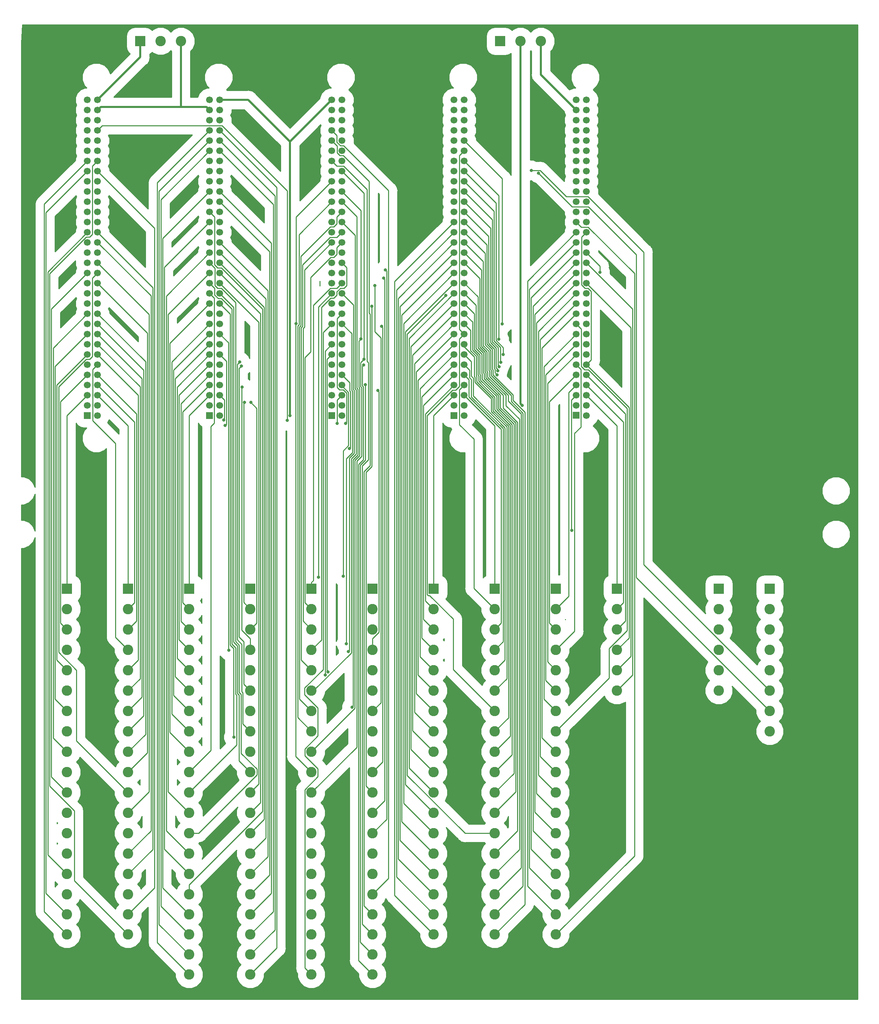
<source format=gbr>
G04 #@! TF.GenerationSoftware,KiCad,Pcbnew,(5.0.0)*
G04 #@! TF.CreationDate,2019-09-22T13:57:06+01:00*
G04 #@! TF.ProjectId,Backplane3,4261636B706C616E65332E6B69636164,rev?*
G04 #@! TF.SameCoordinates,Original*
G04 #@! TF.FileFunction,Copper,L1,Top,Signal*
G04 #@! TF.FilePolarity,Positive*
%FSLAX46Y46*%
G04 Gerber Fmt 4.6, Leading zero omitted, Abs format (unit mm)*
G04 Created by KiCad (PCBNEW (5.0.0)) date 09/22/19 13:57:06*
%MOMM*%
%LPD*%
G01*
G04 APERTURE LIST*
G04 #@! TA.AperFunction,ComponentPad*
%ADD10R,2.600000X2.600000*%
G04 #@! TD*
G04 #@! TA.AperFunction,ComponentPad*
%ADD11C,2.600000*%
G04 #@! TD*
G04 #@! TA.AperFunction,ComponentPad*
%ADD12C,1.700000*%
G04 #@! TD*
G04 #@! TA.AperFunction,ComponentPad*
%ADD13R,1.700000X1.700000*%
G04 #@! TD*
G04 #@! TA.AperFunction,ViaPad*
%ADD14C,0.800000*%
G04 #@! TD*
G04 #@! TA.AperFunction,Conductor*
%ADD15C,0.500000*%
G04 #@! TD*
G04 #@! TA.AperFunction,Conductor*
%ADD16C,0.250000*%
G04 #@! TD*
G04 #@! TA.AperFunction,NonConductor*
%ADD17C,0.254000*%
G04 #@! TD*
G04 APERTURE END LIST*
D10*
G04 #@! TO.P,J132,1*
G04 #@! TO.N,~P1*
X167640000Y-177800000D03*
D11*
G04 #@! TO.P,J132,2*
G04 #@! TO.N,~P2*
X167640000Y-182880000D03*
G04 #@! TO.P,J132,3*
G04 #@! TO.N,~P3*
X167640000Y-187960000D03*
G04 #@! TO.P,J132,4*
G04 #@! TO.N,~P4*
X167640000Y-193040000D03*
G04 #@! TO.P,J132,5*
G04 #@! TO.N,~VTG*
X167640000Y-198120000D03*
G04 #@! TO.P,J132,6*
G04 #@! TO.N,~RESET~2*
X167640000Y-203200000D03*
G04 #@! TD*
D10*
G04 #@! TO.P,J0,1*
G04 #@! TO.N,GND*
X138500000Y-41250000D03*
D11*
G04 #@! TO.P,J0,2*
G04 #@! TO.N,6v*
X143580000Y-41250000D03*
G04 #@! TO.P,J0,3*
G04 #@! TO.N,Neg6v*
X148660000Y-41250000D03*
G04 #@! TD*
D12*
G04 #@! TO.P,J28,AL*
G04 #@! TO.N,GND*
X38100000Y-55880000D03*
G04 #@! TO.P,J28,32*
X35560000Y-55880000D03*
G04 #@! TO.P,J28,AK*
G04 #@! TO.N,Neg6v*
X38100000Y-58420000D03*
G04 #@! TO.P,J28,31*
X35560000Y-58420000D03*
G04 #@! TO.P,J28,AJ*
G04 #@! TO.N,t4-2*
X38100000Y-60960000D03*
G04 #@! TO.P,J28,30*
G04 #@! TO.N,N/C*
X35560000Y-60960000D03*
G04 #@! TO.P,J28,AH*
G04 #@! TO.N,SBTm*
X38100000Y-63500000D03*
G04 #@! TO.P,J28,29*
G04 #@! TO.N,SBT*
X35560000Y-63500000D03*
G04 #@! TO.P,J28,AF*
G04 #@! TO.N,N/C*
X38100000Y-66040000D03*
G04 #@! TO.P,J28,28*
X35560000Y-66040000D03*
G04 #@! TO.P,J28,AE*
G04 #@! TO.N,RBTm*
X38100000Y-68580000D03*
G04 #@! TO.P,J28,27*
G04 #@! TO.N,RBT*
X35560000Y-68580000D03*
G04 #@! TO.P,J28,AD*
G04 #@! TO.N,SKT4HH*
X38100000Y-71120000D03*
G04 #@! TO.P,J28,26*
G04 #@! TO.N,IP18*
X35560000Y-71120000D03*
G04 #@! TO.P,J28,AC*
G04 #@! TO.N,SKT4GG*
X38100000Y-73660000D03*
G04 #@! TO.P,J28,25*
G04 #@! TO.N,IP17*
X35560000Y-73660000D03*
G04 #@! TO.P,J28,AB*
G04 #@! TO.N,SKT4FF*
X38100000Y-76200000D03*
G04 #@! TO.P,J28,24*
G04 #@! TO.N,IP16*
X35560000Y-76200000D03*
G04 #@! TO.P,J28,AA*
G04 #@! TO.N,N/C*
X38100000Y-78740000D03*
G04 #@! TO.P,J28,23*
X35560000Y-78740000D03*
G04 #@! TO.P,J28,Z*
X38100000Y-81280000D03*
G04 #@! TO.P,J28,22*
X35560000Y-81280000D03*
G04 #@! TO.P,J28,Y*
X38100000Y-83820000D03*
G04 #@! TO.P,J28,21*
X35560000Y-83820000D03*
G04 #@! TO.P,J28,X*
X38100000Y-86360000D03*
G04 #@! TO.P,J28,20*
X35560000Y-86360000D03*
G04 #@! TO.P,J28,W*
G04 #@! TO.N,SKT4EE*
X38100000Y-88900000D03*
G04 #@! TO.P,J28,19*
G04 #@! TO.N,IP15*
X35560000Y-88900000D03*
G04 #@! TO.P,J28,V*
G04 #@! TO.N,SKT4DD*
X38100000Y-91440000D03*
G04 #@! TO.P,J28,18*
G04 #@! TO.N,IP14*
X35560000Y-91440000D03*
G04 #@! TO.P,J28,U*
G04 #@! TO.N,SKT4CC*
X38100000Y-93980000D03*
G04 #@! TO.P,J28,17*
G04 #@! TO.N,IP13*
X35560000Y-93980000D03*
G04 #@! TO.P,J28,T*
G04 #@! TO.N,SKT4BB*
X38100000Y-96520000D03*
G04 #@! TO.P,J28,16*
G04 #@! TO.N,IP12*
X35560000Y-96520000D03*
G04 #@! TO.P,J28,S*
G04 #@! TO.N,SKT4AA*
X38100000Y-99060000D03*
G04 #@! TO.P,J28,15*
G04 #@! TO.N,IP11*
X35560000Y-99060000D03*
G04 #@! TO.P,J28,R*
G04 #@! TO.N,SKT4~z*
X38100000Y-101600000D03*
G04 #@! TO.P,J28,14*
G04 #@! TO.N,IP10*
X35560000Y-101600000D03*
G04 #@! TO.P,J28,P*
G04 #@! TO.N,N/C*
X38100000Y-104140000D03*
G04 #@! TO.P,J28,13*
X35560000Y-104140000D03*
G04 #@! TO.P,J28,N*
X38100000Y-106680000D03*
G04 #@! TO.P,J28,12*
X35560000Y-106680000D03*
G04 #@! TO.P,J28,M*
G04 #@! TO.N,SKT4~y*
X38100000Y-109220000D03*
G04 #@! TO.P,J28,11*
G04 #@! TO.N,IP9*
X35560000Y-109220000D03*
G04 #@! TO.P,J28,L*
G04 #@! TO.N,SKT4~x*
X38100000Y-111760000D03*
G04 #@! TO.P,J28,10*
G04 #@! TO.N,IP8*
X35560000Y-111760000D03*
G04 #@! TO.P,J28,K*
G04 #@! TO.N,SKT4~w*
X38100000Y-114300000D03*
G04 #@! TO.P,J28,9*
G04 #@! TO.N,IP7*
X35560000Y-114300000D03*
G04 #@! TO.P,J28,J*
G04 #@! TO.N,SKT4~v*
X38100000Y-116840000D03*
G04 #@! TO.P,J28,8*
G04 #@! TO.N,IP6*
X35560000Y-116840000D03*
G04 #@! TO.P,J28,H*
G04 #@! TO.N,SKT4~u*
X38100000Y-119380000D03*
G04 #@! TO.P,J28,7*
G04 #@! TO.N,IP5*
X35560000Y-119380000D03*
G04 #@! TO.P,J28,F*
G04 #@! TO.N,SKT4~t*
X38100000Y-121920000D03*
G04 #@! TO.P,J28,6*
G04 #@! TO.N,IP4*
X35560000Y-121920000D03*
G04 #@! TO.P,J28,E*
G04 #@! TO.N,SKT4~s*
X38100000Y-124460000D03*
G04 #@! TO.P,J28,5*
G04 #@! TO.N,IP3*
X35560000Y-124460000D03*
G04 #@! TO.P,J28,D*
G04 #@! TO.N,SKT4~r*
X38100000Y-127000000D03*
G04 #@! TO.P,J28,4*
G04 #@! TO.N,IP2*
X35560000Y-127000000D03*
G04 #@! TO.P,J28,C*
G04 #@! TO.N,SKT4~q*
X38100000Y-129540000D03*
G04 #@! TO.P,J28,3*
G04 #@! TO.N,IP1*
X35560000Y-129540000D03*
G04 #@! TO.P,J28,B*
G04 #@! TO.N,6v*
X38100000Y-132080000D03*
G04 #@! TO.P,J28,2*
X35560000Y-132080000D03*
G04 #@! TO.P,J28,A*
G04 #@! TO.N,GND*
X38100000Y-134620000D03*
D13*
G04 #@! TO.P,J28,1*
X35560000Y-134620000D03*
G04 #@! TD*
D12*
G04 #@! TO.P,J29,AL*
G04 #@! TO.N,GND*
X68580000Y-55880000D03*
G04 #@! TO.P,J29,32*
X66040000Y-55880000D03*
G04 #@! TO.P,J29,AK*
G04 #@! TO.N,Neg6v*
X68580000Y-58420000D03*
G04 #@! TO.P,J29,31*
X66040000Y-58420000D03*
G04 #@! TO.P,J29,AJ*
G04 #@! TO.N,N/C*
X68580000Y-60960000D03*
G04 #@! TO.P,J29,30*
X66040000Y-60960000D03*
G04 #@! TO.P,J29,AH*
G04 #@! TO.N,SKT13E*
X68580000Y-63500000D03*
G04 #@! TO.P,J29,29*
G04 #@! TO.N,INT3*
X66040000Y-63500000D03*
G04 #@! TO.P,J29,AF*
G04 #@! TO.N,SKT13C*
X68580000Y-66040000D03*
G04 #@! TO.P,J29,28*
G04 #@! TO.N,INT2*
X66040000Y-66040000D03*
G04 #@! TO.P,J29,AE*
G04 #@! TO.N,SKT13A*
X68580000Y-68580000D03*
G04 #@! TO.P,J29,27*
G04 #@! TO.N,INT1*
X66040000Y-68580000D03*
G04 #@! TO.P,J29,AD*
G04 #@! TO.N,N/C*
X68580000Y-71120000D03*
G04 #@! TO.P,J29,26*
X66040000Y-71120000D03*
G04 #@! TO.P,J29,AC*
X68580000Y-73660000D03*
G04 #@! TO.P,J29,25*
X66040000Y-73660000D03*
G04 #@! TO.P,J29,AB*
X68580000Y-76200000D03*
G04 #@! TO.P,J29,24*
X66040000Y-76200000D03*
G04 #@! TO.P,J29,AA*
G04 #@! TO.N,SKT14~x*
X68580000Y-78740000D03*
G04 #@! TO.P,J29,23*
G04 #@! TO.N,~WGS~x*
X66040000Y-78740000D03*
G04 #@! TO.P,J29,Z*
G04 #@! TO.N,SKT14~z*
X68580000Y-81280000D03*
G04 #@! TO.P,J29,22*
G04 #@! TO.N,N/C*
X66040000Y-81280000D03*
G04 #@! TO.P,J29,Y*
X68580000Y-83820000D03*
G04 #@! TO.P,J29,21*
G04 #@! TO.N,~RGS~x*
X66040000Y-83820000D03*
G04 #@! TO.P,J29,X*
G04 #@! TO.N,N/C*
X68580000Y-86360000D03*
G04 #@! TO.P,J29,20*
G04 #@! TO.N,W15*
X66040000Y-86360000D03*
G04 #@! TO.P,J29,W*
G04 #@! TO.N,N/C*
X68580000Y-88900000D03*
G04 #@! TO.P,J29,19*
X66040000Y-88900000D03*
G04 #@! TO.P,J29,V*
G04 #@! TO.N,SKT11S*
X68580000Y-91440000D03*
G04 #@! TO.P,J29,18*
G04 #@! TO.N,N/C*
X66040000Y-91440000D03*
G04 #@! TO.P,J29,U*
G04 #@! TO.N,SKT11C*
X68580000Y-93980000D03*
G04 #@! TO.P,J29,17*
G04 #@! TO.N,W4*
X66040000Y-93980000D03*
G04 #@! TO.P,J29,T*
G04 #@! TO.N,SKT11D*
X68580000Y-96520000D03*
G04 #@! TO.P,J29,16*
G04 #@! TO.N,W3*
X66040000Y-96520000D03*
G04 #@! TO.P,J29,S*
G04 #@! TO.N,SKT11E*
X68580000Y-99060000D03*
G04 #@! TO.P,J29,15*
G04 #@! TO.N,W2*
X66040000Y-99060000D03*
G04 #@! TO.P,J29,R*
G04 #@! TO.N,SKT11V*
X68580000Y-101600000D03*
G04 #@! TO.P,J29,14*
G04 #@! TO.N,W18*
X66040000Y-101600000D03*
G04 #@! TO.P,J29,P*
G04 #@! TO.N,SKT11R*
X68580000Y-104140000D03*
G04 #@! TO.P,J29,13*
G04 #@! TO.N,W14*
X66040000Y-104140000D03*
G04 #@! TO.P,J29,N*
G04 #@! TO.N,SKT11T*
X68580000Y-106680000D03*
G04 #@! TO.P,J29,12*
G04 #@! TO.N,W16*
X66040000Y-106680000D03*
G04 #@! TO.P,J29,M*
G04 #@! TO.N,N/C*
X68580000Y-109220000D03*
G04 #@! TO.P,J29,11*
X66040000Y-109220000D03*
G04 #@! TO.P,J29,L*
G04 #@! TO.N,SKT10E*
X68580000Y-111760000D03*
G04 #@! TO.P,J29,10*
G04 #@! TO.N,IP5'*
X66040000Y-111760000D03*
G04 #@! TO.P,J29,K*
G04 #@! TO.N,SKT10H*
X68580000Y-114300000D03*
G04 #@! TO.P,J29,9*
G04 #@! TO.N,IP8'*
X66040000Y-114300000D03*
G04 #@! TO.P,J29,J*
G04 #@! TO.N,SKT10G*
X68580000Y-116840000D03*
G04 #@! TO.P,J29,8*
G04 #@! TO.N,IP7'*
X66040000Y-116840000D03*
G04 #@! TO.P,J29,H*
G04 #@! TO.N,SKT10F*
X68580000Y-119380000D03*
G04 #@! TO.P,J29,7*
G04 #@! TO.N,IP6'*
X66040000Y-119380000D03*
G04 #@! TO.P,J29,F*
G04 #@! TO.N,SKT10D*
X68580000Y-121920000D03*
G04 #@! TO.P,J29,6*
G04 #@! TO.N,IP4'*
X66040000Y-121920000D03*
G04 #@! TO.P,J29,E*
G04 #@! TO.N,SKT10C*
X68580000Y-124460000D03*
G04 #@! TO.P,J29,5*
G04 #@! TO.N,IP3'*
X66040000Y-124460000D03*
G04 #@! TO.P,J29,D*
G04 #@! TO.N,SKT10B*
X68580000Y-127000000D03*
G04 #@! TO.P,J29,4*
G04 #@! TO.N,IP2'*
X66040000Y-127000000D03*
G04 #@! TO.P,J29,C*
G04 #@! TO.N,SKT10A*
X68580000Y-129540000D03*
G04 #@! TO.P,J29,3*
G04 #@! TO.N,IP1'*
X66040000Y-129540000D03*
G04 #@! TO.P,J29,B*
G04 #@! TO.N,6v*
X68580000Y-132080000D03*
G04 #@! TO.P,J29,2*
X66040000Y-132080000D03*
G04 #@! TO.P,J29,A*
G04 #@! TO.N,GND*
X68580000Y-134620000D03*
D13*
G04 #@! TO.P,J29,1*
X66040000Y-134620000D03*
G04 #@! TD*
D12*
G04 #@! TO.P,J30,AL*
G04 #@! TO.N,GND*
X99060000Y-55880000D03*
G04 #@! TO.P,J30,32*
X96520000Y-55880000D03*
G04 #@! TO.P,J30,AK*
G04 #@! TO.N,Neg6v*
X99060000Y-58420000D03*
G04 #@! TO.P,J30,31*
X96520000Y-58420000D03*
G04 #@! TO.P,J30,AJ*
G04 #@! TO.N,N/C*
X99060000Y-60960000D03*
G04 #@! TO.P,J30,30*
X96520000Y-60960000D03*
G04 #@! TO.P,J30,AH*
X99060000Y-63500000D03*
G04 #@! TO.P,J30,29*
G04 #@! TO.N,TRD*
X96520000Y-63500000D03*
G04 #@! TO.P,J30,AF*
G04 #@! TO.N,N/C*
X99060000Y-66040000D03*
G04 #@! TO.P,J30,28*
G04 #@! TO.N,~Z2*
X96520000Y-66040000D03*
G04 #@! TO.P,J30,AE*
G04 #@! TO.N,N/C*
X99060000Y-68580000D03*
G04 #@! TO.P,J30,27*
X96520000Y-68580000D03*
G04 #@! TO.P,J30,AD*
X99060000Y-71120000D03*
G04 #@! TO.P,J30,26*
G04 #@! TO.N,IIS(TR)*
X96520000Y-71120000D03*
G04 #@! TO.P,J30,AC*
G04 #@! TO.N,~P5*
X99060000Y-73660000D03*
G04 #@! TO.P,J30,25*
G04 #@! TO.N,N/C*
X96520000Y-73660000D03*
G04 #@! TO.P,J30,AB*
X99060000Y-76200000D03*
G04 #@! TO.P,J30,24*
G04 #@! TO.N,~P6*
X96520000Y-76200000D03*
G04 #@! TO.P,J30,AA*
G04 #@! TO.N,~P7*
X99060000Y-78740000D03*
G04 #@! TO.P,J30,23*
G04 #@! TO.N,N/C*
X96520000Y-78740000D03*
G04 #@! TO.P,J30,Z*
G04 #@! TO.N,SKT1MM*
X99060000Y-81280000D03*
G04 #@! TO.P,J30,22*
G04 #@! TO.N,~P8*
X96520000Y-81280000D03*
G04 #@! TO.P,J30,Y*
G04 #@! TO.N,~P9*
X99060000Y-83820000D03*
G04 #@! TO.P,J30,21*
G04 #@! TO.N,SKT13J*
X96520000Y-83820000D03*
G04 #@! TO.P,J30,X*
G04 #@! TO.N,~P10*
X99060000Y-86360000D03*
G04 #@! TO.P,J30,20*
G04 #@! TO.N,SKT13G*
X96520000Y-86360000D03*
G04 #@! TO.P,J30,W*
G04 #@! TO.N,~P11*
X99060000Y-88900000D03*
G04 #@! TO.P,J30,19*
G04 #@! TO.N,N/C*
X96520000Y-88900000D03*
G04 #@! TO.P,J30,V*
G04 #@! TO.N,P12*
X99060000Y-91440000D03*
G04 #@! TO.P,J30,18*
G04 #@! TO.N,~P13*
X96520000Y-91440000D03*
G04 #@! TO.P,J30,U*
G04 #@! TO.N,SKT13N*
X99060000Y-93980000D03*
G04 #@! TO.P,J30,17*
G04 #@! TO.N,N/C*
X96520000Y-93980000D03*
G04 #@! TO.P,J30,T*
G04 #@! TO.N,~P12*
X99060000Y-96520000D03*
G04 #@! TO.P,J30,16*
G04 #@! TO.N,N/C*
X96520000Y-96520000D03*
G04 #@! TO.P,J30,S*
X99060000Y-99060000D03*
G04 #@! TO.P,J30,15*
G04 #@! TO.N,SKT10~h*
X96520000Y-99060000D03*
G04 #@! TO.P,J30,R*
G04 #@! TO.N,P13*
X99060000Y-101600000D03*
G04 #@! TO.P,J30,14*
G04 #@! TO.N,SKT10V*
X96520000Y-101600000D03*
G04 #@! TO.P,J30,P*
G04 #@! TO.N,SKT1LL*
X99060000Y-104140000D03*
G04 #@! TO.P,J30,13*
G04 #@! TO.N,SKT13R*
X96520000Y-104140000D03*
G04 #@! TO.P,J30,N*
G04 #@! TO.N,N/C*
X99060000Y-106680000D03*
G04 #@! TO.P,J30,12*
X96520000Y-106680000D03*
G04 #@! TO.P,J30,M*
G04 #@! TO.N,t4-2*
X99060000Y-109220000D03*
G04 #@! TO.P,J30,11*
G04 #@! TO.N,N/C*
X96520000Y-109220000D03*
G04 #@! TO.P,J30,L*
G04 #@! TO.N,SKT1NN*
X99060000Y-111760000D03*
G04 #@! TO.P,J30,10*
G04 #@! TO.N,MARGIN*
X96520000Y-111760000D03*
G04 #@! TO.P,J30,K*
G04 #@! TO.N,N/C*
X99060000Y-114300000D03*
G04 #@! TO.P,J30,9*
G04 #@! TO.N,~RESET~2*
X96520000Y-114300000D03*
G04 #@! TO.P,J30,J*
G04 #@! TO.N,SZ1*
X99060000Y-116840000D03*
G04 #@! TO.P,J30,8*
G04 #@! TO.N,PC1-4=1*
X96520000Y-116840000D03*
G04 #@! TO.P,J30,H*
G04 #@! TO.N,SKT1PP*
X99060000Y-119380000D03*
G04 #@! TO.P,J30,7*
G04 #@! TO.N,PC5-12=0*
X96520000Y-119380000D03*
G04 #@! TO.P,J30,F*
G04 #@! TO.N,TZ1*
X99060000Y-121920000D03*
G04 #@! TO.P,J30,6*
G04 #@! TO.N,RBT*
X96520000Y-121920000D03*
G04 #@! TO.P,J30,E*
G04 #@! TO.N,SKT13L*
X99060000Y-124460000D03*
G04 #@! TO.P,J30,5*
G04 #@! TO.N,N/C*
X96520000Y-124460000D03*
G04 #@! TO.P,J30,D*
G04 #@! TO.N,SKT10W*
X99060000Y-127000000D03*
G04 #@! TO.P,J30,4*
G04 #@! TO.N,SBT*
X96520000Y-127000000D03*
G04 #@! TO.P,J30,C*
G04 #@! TO.N,SKT10~j*
X99060000Y-129540000D03*
G04 #@! TO.P,J30,3*
G04 #@! TO.N,N/C*
X96520000Y-129540000D03*
G04 #@! TO.P,J30,B*
G04 #@! TO.N,6v*
X99060000Y-132080000D03*
G04 #@! TO.P,J30,2*
X96520000Y-132080000D03*
G04 #@! TO.P,J30,A*
G04 #@! TO.N,GND*
X99060000Y-134620000D03*
D13*
G04 #@! TO.P,J30,1*
X96520000Y-134620000D03*
G04 #@! TD*
D12*
G04 #@! TO.P,J31,AL*
G04 #@! TO.N,GND*
X129540000Y-55880000D03*
G04 #@! TO.P,J31,32*
X127000000Y-55880000D03*
G04 #@! TO.P,J31,AK*
G04 #@! TO.N,Neg6v*
X129540000Y-58420000D03*
G04 #@! TO.P,J31,31*
X127000000Y-58420000D03*
G04 #@! TO.P,J31,AJ*
G04 #@! TO.N,N/C*
X129540000Y-60960000D03*
G04 #@! TO.P,J31,30*
X127000000Y-60960000D03*
G04 #@! TO.P,J31,AH*
X129540000Y-63500000D03*
G04 #@! TO.P,J31,29*
X127000000Y-63500000D03*
G04 #@! TO.P,J31,AF*
G04 #@! TO.N,~A8*
X129540000Y-66040000D03*
G04 #@! TO.P,J31,28*
G04 #@! TO.N,SKT10S*
X127000000Y-66040000D03*
G04 #@! TO.P,J31,AE*
G04 #@! TO.N,~A7*
X129540000Y-68580000D03*
G04 #@! TO.P,J31,27*
G04 #@! TO.N,SKT10R*
X127000000Y-68580000D03*
G04 #@! TO.P,J31,AD*
G04 #@! TO.N,~A6*
X129540000Y-71120000D03*
G04 #@! TO.P,J31,26*
G04 #@! TO.N,SKT10P*
X127000000Y-71120000D03*
G04 #@! TO.P,J31,AC*
G04 #@! TO.N,~A5*
X129540000Y-73660000D03*
G04 #@! TO.P,J31,25*
G04 #@! TO.N,SKT10N*
X127000000Y-73660000D03*
G04 #@! TO.P,J31,AB*
G04 #@! TO.N,~A4*
X129540000Y-76200000D03*
G04 #@! TO.P,J31,24*
G04 #@! TO.N,SKT10M*
X127000000Y-76200000D03*
G04 #@! TO.P,J31,AA*
G04 #@! TO.N,~A3*
X129540000Y-78740000D03*
G04 #@! TO.P,J31,23*
G04 #@! TO.N,SKT10L*
X127000000Y-78740000D03*
G04 #@! TO.P,J31,Z*
G04 #@! TO.N,~A2*
X129540000Y-81280000D03*
G04 #@! TO.P,J31,22*
G04 #@! TO.N,SKT10K*
X127000000Y-81280000D03*
G04 #@! TO.P,J31,Y*
G04 #@! TO.N,~A1*
X129540000Y-83820000D03*
G04 #@! TO.P,J31,21*
G04 #@! TO.N,SKT10J*
X127000000Y-83820000D03*
G04 #@! TO.P,J31,X*
G04 #@! TO.N,~A18*
X129540000Y-86360000D03*
G04 #@! TO.P,J31,20*
G04 #@! TO.N,STK4V*
X127000000Y-86360000D03*
G04 #@! TO.P,J31,W*
G04 #@! TO.N,~A17*
X129540000Y-88900000D03*
G04 #@! TO.P,J31,19*
G04 #@! TO.N,SKT4U*
X127000000Y-88900000D03*
G04 #@! TO.P,J31,V*
G04 #@! TO.N,~A16*
X129540000Y-91440000D03*
G04 #@! TO.P,J31,18*
G04 #@! TO.N,SKT4T*
X127000000Y-91440000D03*
G04 #@! TO.P,J31,U*
G04 #@! TO.N,~A15*
X129540000Y-93980000D03*
G04 #@! TO.P,J31,17*
G04 #@! TO.N,SKT4S*
X127000000Y-93980000D03*
G04 #@! TO.P,J31,T*
G04 #@! TO.N,~A14*
X129540000Y-96520000D03*
G04 #@! TO.P,J31,16*
G04 #@! TO.N,SKT4R*
X127000000Y-96520000D03*
G04 #@! TO.P,J31,S*
G04 #@! TO.N,~A13*
X129540000Y-99060000D03*
G04 #@! TO.P,J31,15*
G04 #@! TO.N,SKT4P*
X127000000Y-99060000D03*
G04 #@! TO.P,J31,R*
G04 #@! TO.N,~A12*
X129540000Y-101600000D03*
G04 #@! TO.P,J31,14*
G04 #@! TO.N,SKT4N*
X127000000Y-101600000D03*
G04 #@! TO.P,J31,P*
G04 #@! TO.N,~A11*
X129540000Y-104140000D03*
G04 #@! TO.P,J31,13*
G04 #@! TO.N,SKT4M*
X127000000Y-104140000D03*
G04 #@! TO.P,J31,N*
G04 #@! TO.N,~A10*
X129540000Y-106680000D03*
G04 #@! TO.P,J31,12*
G04 #@! TO.N,SKT4L*
X127000000Y-106680000D03*
G04 #@! TO.P,J31,M*
G04 #@! TO.N,~A9*
X129540000Y-109220000D03*
G04 #@! TO.P,J31,11*
G04 #@! TO.N,SKT4K*
X127000000Y-109220000D03*
G04 #@! TO.P,J31,L*
G04 #@! TO.N,~A8*
X129540000Y-111760000D03*
G04 #@! TO.P,J31,10*
G04 #@! TO.N,SKT4J*
X127000000Y-111760000D03*
G04 #@! TO.P,J31,K*
G04 #@! TO.N,~A7*
X129540000Y-114300000D03*
G04 #@! TO.P,J31,9*
G04 #@! TO.N,SKT4H*
X127000000Y-114300000D03*
G04 #@! TO.P,J31,J*
G04 #@! TO.N,~A6*
X129540000Y-116840000D03*
G04 #@! TO.P,J31,8*
G04 #@! TO.N,SKT4G*
X127000000Y-116840000D03*
G04 #@! TO.P,J31,H*
G04 #@! TO.N,~A5*
X129540000Y-119380000D03*
G04 #@! TO.P,J31,7*
G04 #@! TO.N,SKT4F*
X127000000Y-119380000D03*
G04 #@! TO.P,J31,F*
G04 #@! TO.N,~A4*
X129540000Y-121920000D03*
G04 #@! TO.P,J31,6*
G04 #@! TO.N,SKT4E*
X127000000Y-121920000D03*
G04 #@! TO.P,J31,E*
G04 #@! TO.N,~A3*
X129540000Y-124460000D03*
G04 #@! TO.P,J31,5*
G04 #@! TO.N,SKT4D*
X127000000Y-124460000D03*
G04 #@! TO.P,J31,D*
G04 #@! TO.N,~A2*
X129540000Y-127000000D03*
G04 #@! TO.P,J31,4*
G04 #@! TO.N,SKT4C*
X127000000Y-127000000D03*
G04 #@! TO.P,J31,C*
G04 #@! TO.N,~A1*
X129540000Y-129540000D03*
G04 #@! TO.P,J31,3*
G04 #@! TO.N,SKT4B*
X127000000Y-129540000D03*
G04 #@! TO.P,J31,B*
G04 #@! TO.N,6v*
X129540000Y-132080000D03*
G04 #@! TO.P,J31,2*
X127000000Y-132080000D03*
G04 #@! TO.P,J31,A*
G04 #@! TO.N,GND*
X129540000Y-134620000D03*
D13*
G04 #@! TO.P,J31,1*
X127000000Y-134620000D03*
G04 #@! TD*
D12*
G04 #@! TO.P,J32,AL*
G04 #@! TO.N,GND*
X160020000Y-55880000D03*
G04 #@! TO.P,J32,32*
X157480000Y-55880000D03*
G04 #@! TO.P,J32,AK*
G04 #@! TO.N,Neg6v*
X160020000Y-58420000D03*
G04 #@! TO.P,J32,31*
X157480000Y-58420000D03*
G04 #@! TO.P,J32,AJ*
G04 #@! TO.N,N/C*
X160020000Y-60960000D03*
G04 #@! TO.P,J32,30*
X157480000Y-60960000D03*
G04 #@! TO.P,J32,AH*
X160020000Y-63500000D03*
G04 #@! TO.P,J32,29*
X157480000Y-63500000D03*
G04 #@! TO.P,J32,AF*
X160020000Y-66040000D03*
G04 #@! TO.P,J32,28*
X157480000Y-66040000D03*
G04 #@! TO.P,J32,AE*
X160020000Y-68580000D03*
G04 #@! TO.P,J32,27*
X157480000Y-68580000D03*
G04 #@! TO.P,J32,AD*
X160020000Y-71120000D03*
G04 #@! TO.P,J32,26*
X157480000Y-71120000D03*
G04 #@! TO.P,J32,AC*
X160020000Y-73660000D03*
G04 #@! TO.P,J32,25*
X157480000Y-73660000D03*
G04 #@! TO.P,J32,AB*
X160020000Y-76200000D03*
G04 #@! TO.P,J32,24*
X157480000Y-76200000D03*
G04 #@! TO.P,J32,AA*
X160020000Y-78740000D03*
G04 #@! TO.P,J32,23*
X157480000Y-78740000D03*
G04 #@! TO.P,J32,Z*
X160020000Y-81280000D03*
G04 #@! TO.P,J32,22*
X157480000Y-81280000D03*
G04 #@! TO.P,J32,Y*
X160020000Y-83820000D03*
G04 #@! TO.P,J32,21*
X157480000Y-83820000D03*
G04 #@! TO.P,J32,X*
G04 #@! TO.N,~RESET~2*
X160020000Y-86360000D03*
G04 #@! TO.P,J32,20*
G04 #@! TO.N,SKT4PP*
X157480000Y-86360000D03*
G04 #@! TO.P,J32,W*
G04 #@! TO.N,~P4*
X160020000Y-88900000D03*
G04 #@! TO.P,J32,19*
G04 #@! TO.N,SKT10~b*
X157480000Y-88900000D03*
G04 #@! TO.P,J32,V*
G04 #@! TO.N,~P3*
X160020000Y-91440000D03*
G04 #@! TO.P,J32,18*
G04 #@! TO.N,SKT10U*
X157480000Y-91440000D03*
G04 #@! TO.P,J32,U*
G04 #@! TO.N,~P1*
X160020000Y-93980000D03*
G04 #@! TO.P,J32,17*
G04 #@! TO.N,SKT10X*
X157480000Y-93980000D03*
G04 #@! TO.P,J32,T*
G04 #@! TO.N,~RESET~2*
X160020000Y-96520000D03*
G04 #@! TO.P,J32,16*
G04 #@! TO.N,SKT10~d*
X157480000Y-96520000D03*
G04 #@! TO.P,J32,S*
G04 #@! TO.N,~P2*
X160020000Y-99060000D03*
G04 #@! TO.P,J32,15*
G04 #@! TO.N,SKT10Y*
X157480000Y-99060000D03*
G04 #@! TO.P,J32,R*
G04 #@! TO.N,~VTG*
X160020000Y-101600000D03*
G04 #@! TO.P,J32,14*
G04 #@! TO.N,SKT5~p*
X157480000Y-101600000D03*
G04 #@! TO.P,J32,P*
G04 #@! TO.N,~P11*
X160020000Y-104140000D03*
G04 #@! TO.P,J32,13*
G04 #@! TO.N,SKT4~g*
X157480000Y-104140000D03*
G04 #@! TO.P,J32,N*
G04 #@! TO.N,~P10*
X160020000Y-106680000D03*
G04 #@! TO.P,J32,12*
G04 #@! TO.N,SKT4~f*
X157480000Y-106680000D03*
G04 #@! TO.P,J32,M*
G04 #@! TO.N,~P9*
X160020000Y-109220000D03*
G04 #@! TO.P,J32,11*
G04 #@! TO.N,SKT4~e*
X157480000Y-109220000D03*
G04 #@! TO.P,J32,L*
G04 #@! TO.N,~P8*
X160020000Y-111760000D03*
G04 #@! TO.P,J32,10*
G04 #@! TO.N,SKT4~d*
X157480000Y-111760000D03*
G04 #@! TO.P,J32,K*
G04 #@! TO.N,~P7*
X160020000Y-114300000D03*
G04 #@! TO.P,J32,9*
G04 #@! TO.N,SKT4~c*
X157480000Y-114300000D03*
G04 #@! TO.P,J32,J*
G04 #@! TO.N,~P6*
X160020000Y-116840000D03*
G04 #@! TO.P,J32,8*
G04 #@! TO.N,SKT4~b*
X157480000Y-116840000D03*
G04 #@! TO.P,J32,H*
G04 #@! TO.N,~P5*
X160020000Y-119380000D03*
G04 #@! TO.P,J32,7*
G04 #@! TO.N,SKT4~a*
X157480000Y-119380000D03*
G04 #@! TO.P,J32,F*
G04 #@! TO.N,~P4*
X160020000Y-121920000D03*
G04 #@! TO.P,J32,6*
G04 #@! TO.N,SKT4Z*
X157480000Y-121920000D03*
G04 #@! TO.P,J32,E*
G04 #@! TO.N,~P3*
X160020000Y-124460000D03*
G04 #@! TO.P,J32,5*
G04 #@! TO.N,SKT4Y*
X157480000Y-124460000D03*
G04 #@! TO.P,J32,D*
G04 #@! TO.N,~P2*
X160020000Y-127000000D03*
G04 #@! TO.P,J32,4*
G04 #@! TO.N,SKT4X*
X157480000Y-127000000D03*
G04 #@! TO.P,J32,C*
G04 #@! TO.N,~P1*
X160020000Y-129540000D03*
G04 #@! TO.P,J32,3*
G04 #@! TO.N,SKT4W*
X157480000Y-129540000D03*
G04 #@! TO.P,J32,B*
G04 #@! TO.N,6v*
X160020000Y-132080000D03*
G04 #@! TO.P,J32,2*
X157480000Y-132080000D03*
G04 #@! TO.P,J32,A*
G04 #@! TO.N,GND*
X160020000Y-134620000D03*
D13*
G04 #@! TO.P,J32,1*
X157480000Y-134556000D03*
G04 #@! TD*
D11*
G04 #@! TO.P,J128,16*
G04 #@! TO.N,SKT4FF*
X45720000Y-254000000D03*
G04 #@! TO.P,J128,15*
G04 #@! TO.N,SKT4EE*
X45720000Y-248920000D03*
G04 #@! TO.P,J128,14*
G04 #@! TO.N,SKT4DD*
X45720000Y-243840000D03*
G04 #@! TO.P,J128,13*
G04 #@! TO.N,SKT4CC*
X45720000Y-238760000D03*
G04 #@! TO.P,J128,12*
G04 #@! TO.N,SKT4BB*
X45720000Y-233680000D03*
G04 #@! TO.P,J128,11*
G04 #@! TO.N,SKT4AA*
X45720000Y-228600000D03*
G04 #@! TO.P,J128,10*
G04 #@! TO.N,SKT4~z*
X45720000Y-223520000D03*
G04 #@! TO.P,J128,9*
G04 #@! TO.N,SKT4~y*
X45720000Y-218440000D03*
G04 #@! TO.P,J128,8*
G04 #@! TO.N,SKT4~x*
X45720000Y-213360000D03*
G04 #@! TO.P,J128,7*
G04 #@! TO.N,SKT4~w*
X45720000Y-208280000D03*
G04 #@! TO.P,J128,6*
G04 #@! TO.N,SKT4~v*
X45720000Y-203200000D03*
G04 #@! TO.P,J128,5*
G04 #@! TO.N,SKT4~u*
X45720000Y-198120000D03*
G04 #@! TO.P,J128,4*
G04 #@! TO.N,SKT4~t*
X45720000Y-193040000D03*
G04 #@! TO.P,J128,3*
G04 #@! TO.N,SKT4~s*
X45720000Y-187960000D03*
G04 #@! TO.P,J128,2*
G04 #@! TO.N,SKT4~r*
X45720000Y-182880000D03*
D10*
G04 #@! TO.P,J128,1*
G04 #@! TO.N,SKT4~q*
X45720000Y-177800000D03*
D11*
G04 #@! TO.P,J128,17*
G04 #@! TO.N,SKT4GG*
X45720000Y-259000000D03*
G04 #@! TO.P,J128,18*
G04 #@! TO.N,SKT4HH*
X45720000Y-264000000D03*
G04 #@! TD*
G04 #@! TO.P,J129,20*
G04 #@! TO.N,SKT13E*
X76200000Y-274000000D03*
G04 #@! TO.P,J129,19*
G04 #@! TO.N,SKT13C*
X76200000Y-269000000D03*
G04 #@! TO.P,J129,18*
G04 #@! TO.N,SKT13A*
X76200000Y-264000000D03*
G04 #@! TO.P,J129,17*
G04 #@! TO.N,SKT14~x*
X76200000Y-259000000D03*
D10*
G04 #@! TO.P,J129,1*
G04 #@! TO.N,SKT10A*
X76200000Y-177800000D03*
D11*
G04 #@! TO.P,J129,2*
G04 #@! TO.N,SKT10B*
X76200000Y-182880000D03*
G04 #@! TO.P,J129,3*
G04 #@! TO.N,SKT10C*
X76200000Y-187960000D03*
G04 #@! TO.P,J129,4*
G04 #@! TO.N,SKT10D*
X76200000Y-193040000D03*
G04 #@! TO.P,J129,5*
G04 #@! TO.N,SKT10F*
X76200000Y-198120000D03*
G04 #@! TO.P,J129,6*
G04 #@! TO.N,SKT10G*
X76200000Y-203200000D03*
G04 #@! TO.P,J129,7*
G04 #@! TO.N,SKT10H*
X76200000Y-208280000D03*
G04 #@! TO.P,J129,8*
G04 #@! TO.N,SKT10E*
X76200000Y-213360000D03*
G04 #@! TO.P,J129,9*
G04 #@! TO.N,SKT11T*
X76200000Y-218440000D03*
G04 #@! TO.P,J129,10*
G04 #@! TO.N,SKT11R*
X76200000Y-223520000D03*
G04 #@! TO.P,J129,11*
G04 #@! TO.N,SKT11V*
X76200000Y-228600000D03*
G04 #@! TO.P,J129,12*
G04 #@! TO.N,SKT11E*
X76200000Y-233680000D03*
G04 #@! TO.P,J129,13*
G04 #@! TO.N,SKT11D*
X76200000Y-238760000D03*
G04 #@! TO.P,J129,14*
G04 #@! TO.N,SKT11C*
X76200000Y-243840000D03*
G04 #@! TO.P,J129,15*
G04 #@! TO.N,SKT11S*
X76200000Y-248920000D03*
G04 #@! TO.P,J129,16*
G04 #@! TO.N,SKT14~z*
X76200000Y-254000000D03*
G04 #@! TD*
G04 #@! TO.P,J130,20*
G04 #@! TO.N,SZ1*
X106680000Y-274000000D03*
G04 #@! TO.P,J130,19*
G04 #@! TO.N,TZ1*
X106680000Y-269000000D03*
G04 #@! TO.P,J130,18*
G04 #@! TO.N,IIS(TR)*
X106680000Y-264000000D03*
G04 #@! TO.P,J130,17*
G04 #@! TO.N,~Z2*
X106680000Y-259000000D03*
D10*
G04 #@! TO.P,J130,1*
G04 #@! TO.N,SKT10~j*
X106680000Y-177800000D03*
D11*
G04 #@! TO.P,J130,2*
G04 #@! TO.N,SKT10W*
X106680000Y-182880000D03*
G04 #@! TO.P,J130,3*
G04 #@! TO.N,SKT13L*
X106680000Y-187960000D03*
G04 #@! TO.P,J130,4*
G04 #@! TO.N,SKT1PP*
X106680000Y-193040000D03*
G04 #@! TO.P,J130,5*
G04 #@! TO.N,SKT1NN*
X106680000Y-198120000D03*
G04 #@! TO.P,J130,6*
G04 #@! TO.N,SKT1LL*
X106680000Y-203200000D03*
G04 #@! TO.P,J130,7*
G04 #@! TO.N,SKT13N*
X106680000Y-208280000D03*
G04 #@! TO.P,J130,8*
G04 #@! TO.N,SKT1MM*
X106680000Y-213360000D03*
G04 #@! TO.P,J130,9*
G04 #@! TO.N,SKT13R*
X106680000Y-218440000D03*
G04 #@! TO.P,J130,10*
G04 #@! TO.N,SKT10V*
X106680000Y-223520000D03*
G04 #@! TO.P,J130,11*
G04 #@! TO.N,SKT10~h*
X106680000Y-228600000D03*
G04 #@! TO.P,J130,12*
G04 #@! TO.N,SKT13G*
X106680000Y-233680000D03*
G04 #@! TO.P,J130,13*
G04 #@! TO.N,SKT13J*
X106680000Y-238760000D03*
G04 #@! TO.P,J130,14*
G04 #@! TO.N,PC1-4=1*
X106680000Y-243840000D03*
G04 #@! TO.P,J130,15*
G04 #@! TO.N,PC5-12=0*
X106680000Y-248920000D03*
G04 #@! TO.P,J130,16*
G04 #@! TO.N,TRD*
X106680000Y-254000000D03*
G04 #@! TD*
G04 #@! TO.P,J131,18*
G04 #@! TO.N,~A18*
X137160000Y-264000000D03*
G04 #@! TO.P,J131,17*
G04 #@! TO.N,~A17*
X137160000Y-259000000D03*
D10*
G04 #@! TO.P,J131,1*
G04 #@! TO.N,~A1*
X137160000Y-177800000D03*
D11*
G04 #@! TO.P,J131,2*
G04 #@! TO.N,~A2*
X137160000Y-182880000D03*
G04 #@! TO.P,J131,3*
G04 #@! TO.N,~A3*
X137160000Y-187960000D03*
G04 #@! TO.P,J131,4*
G04 #@! TO.N,~A4*
X137160000Y-193040000D03*
G04 #@! TO.P,J131,5*
G04 #@! TO.N,~A5*
X137160000Y-198120000D03*
G04 #@! TO.P,J131,6*
G04 #@! TO.N,~A6*
X137160000Y-203200000D03*
G04 #@! TO.P,J131,7*
G04 #@! TO.N,~A7*
X137160000Y-208280000D03*
G04 #@! TO.P,J131,8*
G04 #@! TO.N,~A8*
X137160000Y-213360000D03*
G04 #@! TO.P,J131,9*
G04 #@! TO.N,~A9*
X137160000Y-218440000D03*
G04 #@! TO.P,J131,10*
G04 #@! TO.N,~A10*
X137160000Y-223520000D03*
G04 #@! TO.P,J131,11*
G04 #@! TO.N,~A11*
X137160000Y-228600000D03*
G04 #@! TO.P,J131,12*
G04 #@! TO.N,~A12*
X137160000Y-233680000D03*
G04 #@! TO.P,J131,13*
G04 #@! TO.N,~A13*
X137160000Y-238760000D03*
G04 #@! TO.P,J131,14*
G04 #@! TO.N,~A14*
X137160000Y-243840000D03*
G04 #@! TO.P,J131,15*
G04 #@! TO.N,~A15*
X137160000Y-248920000D03*
G04 #@! TO.P,J131,16*
G04 #@! TO.N,~A16*
X137160000Y-254000000D03*
G04 #@! TD*
G04 #@! TO.P,J228,18*
G04 #@! TO.N,IP18*
X30480000Y-264000000D03*
G04 #@! TO.P,J228,17*
G04 #@! TO.N,IP17*
X30480000Y-259000000D03*
D10*
G04 #@! TO.P,J228,1*
G04 #@! TO.N,IP1*
X30480000Y-177800000D03*
D11*
G04 #@! TO.P,J228,2*
G04 #@! TO.N,IP2*
X30480000Y-182880000D03*
G04 #@! TO.P,J228,3*
G04 #@! TO.N,IP3*
X30480000Y-187960000D03*
G04 #@! TO.P,J228,4*
G04 #@! TO.N,IP4*
X30480000Y-193040000D03*
G04 #@! TO.P,J228,5*
G04 #@! TO.N,IP5*
X30480000Y-198120000D03*
G04 #@! TO.P,J228,6*
G04 #@! TO.N,IP6*
X30480000Y-203200000D03*
G04 #@! TO.P,J228,7*
G04 #@! TO.N,IP7*
X30480000Y-208280000D03*
G04 #@! TO.P,J228,8*
G04 #@! TO.N,IP8*
X30480000Y-213360000D03*
G04 #@! TO.P,J228,9*
G04 #@! TO.N,IP9*
X30480000Y-218440000D03*
G04 #@! TO.P,J228,10*
G04 #@! TO.N,IP10*
X30480000Y-223520000D03*
G04 #@! TO.P,J228,11*
G04 #@! TO.N,IP11*
X30480000Y-228600000D03*
G04 #@! TO.P,J228,12*
G04 #@! TO.N,IP12*
X30480000Y-233680000D03*
G04 #@! TO.P,J228,13*
G04 #@! TO.N,IP13*
X30480000Y-238760000D03*
G04 #@! TO.P,J228,14*
G04 #@! TO.N,IP14*
X30480000Y-243840000D03*
G04 #@! TO.P,J228,15*
G04 #@! TO.N,IP15*
X30480000Y-248920000D03*
G04 #@! TO.P,J228,16*
G04 #@! TO.N,IP16*
X30480000Y-254000000D03*
G04 #@! TD*
G04 #@! TO.P,J229,16*
G04 #@! TO.N,~RGS~x*
X60960000Y-254000000D03*
G04 #@! TO.P,J229,15*
G04 #@! TO.N,W15*
X60960000Y-248920000D03*
G04 #@! TO.P,J229,14*
G04 #@! TO.N,W4*
X60960000Y-243840000D03*
G04 #@! TO.P,J229,13*
G04 #@! TO.N,W3*
X60960000Y-238760000D03*
G04 #@! TO.P,J229,12*
G04 #@! TO.N,W2*
X60960000Y-233680000D03*
G04 #@! TO.P,J229,11*
G04 #@! TO.N,W18*
X60960000Y-228600000D03*
G04 #@! TO.P,J229,10*
G04 #@! TO.N,W14*
X60960000Y-223520000D03*
G04 #@! TO.P,J229,9*
G04 #@! TO.N,W16*
X60960000Y-218440000D03*
G04 #@! TO.P,J229,8*
G04 #@! TO.N,IP5'*
X60960000Y-213360000D03*
G04 #@! TO.P,J229,7*
G04 #@! TO.N,IP8'*
X60960000Y-208280000D03*
G04 #@! TO.P,J229,6*
G04 #@! TO.N,IP7'*
X60960000Y-203200000D03*
G04 #@! TO.P,J229,5*
G04 #@! TO.N,IP6'*
X60960000Y-198120000D03*
G04 #@! TO.P,J229,4*
G04 #@! TO.N,IP4'*
X60960000Y-193040000D03*
G04 #@! TO.P,J229,3*
G04 #@! TO.N,IP3'*
X60960000Y-187960000D03*
G04 #@! TO.P,J229,2*
G04 #@! TO.N,IP2'*
X60960000Y-182880000D03*
D10*
G04 #@! TO.P,J229,1*
G04 #@! TO.N,IP1'*
X60960000Y-177800000D03*
D11*
G04 #@! TO.P,J229,17*
G04 #@! TO.N,~WGS~x*
X60960000Y-259000000D03*
G04 #@! TO.P,J229,18*
G04 #@! TO.N,INT1*
X60960000Y-264000000D03*
G04 #@! TO.P,J229,19*
G04 #@! TO.N,INT2*
X60960000Y-269000000D03*
G04 #@! TO.P,J229,20*
G04 #@! TO.N,INT3*
X60960000Y-274000000D03*
G04 #@! TD*
G04 #@! TO.P,J230,16*
G04 #@! TO.N,N/C*
X91440000Y-254000000D03*
G04 #@! TO.P,J230,15*
X91440000Y-248920000D03*
G04 #@! TO.P,J230,14*
X91440000Y-243840000D03*
G04 #@! TO.P,J230,13*
X91440000Y-238760000D03*
G04 #@! TO.P,J230,12*
X91440000Y-233680000D03*
G04 #@! TO.P,J230,11*
G04 #@! TO.N,~P5*
X91440000Y-228600000D03*
G04 #@! TO.P,J230,10*
G04 #@! TO.N,~P6*
X91440000Y-223520000D03*
G04 #@! TO.P,J230,9*
G04 #@! TO.N,~P7*
X91440000Y-218440000D03*
G04 #@! TO.P,J230,8*
G04 #@! TO.N,~P8*
X91440000Y-213360000D03*
G04 #@! TO.P,J230,7*
G04 #@! TO.N,~P9*
X91440000Y-208280000D03*
G04 #@! TO.P,J230,6*
G04 #@! TO.N,~P10*
X91440000Y-203200000D03*
G04 #@! TO.P,J230,5*
G04 #@! TO.N,~P11*
X91440000Y-198120000D03*
G04 #@! TO.P,J230,4*
G04 #@! TO.N,~P12*
X91440000Y-193040000D03*
G04 #@! TO.P,J230,3*
G04 #@! TO.N,~P13*
X91440000Y-187960000D03*
G04 #@! TO.P,J230,2*
G04 #@! TO.N,P12*
X91440000Y-182880000D03*
D10*
G04 #@! TO.P,J230,1*
G04 #@! TO.N,P13*
X91440000Y-177800000D03*
D11*
G04 #@! TO.P,J230,17*
G04 #@! TO.N,N/C*
X91440000Y-259000000D03*
G04 #@! TO.P,J230,18*
X91440000Y-264000000D03*
G04 #@! TO.P,J230,19*
X91440000Y-269000000D03*
G04 #@! TO.P,J230,20*
G04 #@! TO.N,MARGIN*
X91440000Y-274000000D03*
G04 #@! TD*
G04 #@! TO.P,J231,16*
G04 #@! TO.N,SKT4T*
X121920000Y-254000000D03*
G04 #@! TO.P,J231,15*
G04 #@! TO.N,SKT4S*
X121920000Y-248920000D03*
G04 #@! TO.P,J231,14*
G04 #@! TO.N,SKT4R*
X121920000Y-243840000D03*
G04 #@! TO.P,J231,13*
G04 #@! TO.N,SKT4P*
X121920000Y-238760000D03*
G04 #@! TO.P,J231,12*
G04 #@! TO.N,SKT4N*
X121920000Y-233680000D03*
G04 #@! TO.P,J231,11*
G04 #@! TO.N,SKT4M*
X121920000Y-228600000D03*
G04 #@! TO.P,J231,10*
G04 #@! TO.N,SKT4L*
X121920000Y-223520000D03*
G04 #@! TO.P,J231,9*
G04 #@! TO.N,SKT4K*
X121920000Y-218440000D03*
G04 #@! TO.P,J231,8*
G04 #@! TO.N,SKT4J*
X121920000Y-213360000D03*
G04 #@! TO.P,J231,7*
G04 #@! TO.N,SKT4H*
X121920000Y-208280000D03*
G04 #@! TO.P,J231,6*
G04 #@! TO.N,SKT4G*
X121920000Y-203200000D03*
G04 #@! TO.P,J231,5*
G04 #@! TO.N,SKT4F*
X121920000Y-198120000D03*
G04 #@! TO.P,J231,4*
G04 #@! TO.N,SKT4E*
X121920000Y-193040000D03*
G04 #@! TO.P,J231,3*
G04 #@! TO.N,SKT4D*
X121920000Y-187960000D03*
G04 #@! TO.P,J231,2*
G04 #@! TO.N,SKT4C*
X121920000Y-182880000D03*
D10*
G04 #@! TO.P,J231,1*
G04 #@! TO.N,SKT4B*
X121920000Y-177800000D03*
D11*
G04 #@! TO.P,J231,17*
G04 #@! TO.N,SKT4U*
X121920000Y-259000000D03*
G04 #@! TO.P,J231,18*
G04 #@! TO.N,STK4V*
X121920000Y-264000000D03*
G04 #@! TD*
G04 #@! TO.P,J232,16*
G04 #@! TO.N,SKT10U*
X152400000Y-254000000D03*
G04 #@! TO.P,J232,15*
G04 #@! TO.N,SKT10X*
X152400000Y-248920000D03*
G04 #@! TO.P,J232,14*
G04 #@! TO.N,SKT10~d*
X152400000Y-243840000D03*
G04 #@! TO.P,J232,13*
G04 #@! TO.N,SKT10Y*
X152400000Y-238760000D03*
G04 #@! TO.P,J232,12*
G04 #@! TO.N,SKT5~p*
X152400000Y-233680000D03*
G04 #@! TO.P,J232,11*
G04 #@! TO.N,SKT4~g*
X152400000Y-228600000D03*
G04 #@! TO.P,J232,10*
G04 #@! TO.N,SKT4~f*
X152400000Y-223520000D03*
G04 #@! TO.P,J232,9*
G04 #@! TO.N,SKT4~e*
X152400000Y-218440000D03*
G04 #@! TO.P,J232,8*
G04 #@! TO.N,SKT4~d*
X152400000Y-213360000D03*
G04 #@! TO.P,J232,7*
G04 #@! TO.N,SKT4~c*
X152400000Y-208280000D03*
G04 #@! TO.P,J232,6*
G04 #@! TO.N,SKT4~b*
X152400000Y-203200000D03*
G04 #@! TO.P,J232,5*
G04 #@! TO.N,SKT4~a*
X152400000Y-198120000D03*
G04 #@! TO.P,J232,4*
G04 #@! TO.N,SKT4Z*
X152400000Y-193040000D03*
G04 #@! TO.P,J232,3*
G04 #@! TO.N,SKT4Y*
X152400000Y-187960000D03*
G04 #@! TO.P,J232,2*
G04 #@! TO.N,SKT4X*
X152400000Y-182880000D03*
D10*
G04 #@! TO.P,J232,1*
G04 #@! TO.N,SKT4W*
X152400000Y-177800000D03*
D11*
G04 #@! TO.P,J232,17*
G04 #@! TO.N,SKT10~b*
X152400000Y-259000000D03*
G04 #@! TO.P,J232,18*
G04 #@! TO.N,SKT4PP*
X152400000Y-264000000D03*
G04 #@! TD*
G04 #@! TO.P,J328,6*
G04 #@! TO.N,N/C*
X193040000Y-203200000D03*
G04 #@! TO.P,J328,5*
G04 #@! TO.N,t4-2*
X193040000Y-198120000D03*
G04 #@! TO.P,J328,4*
G04 #@! TO.N,SBTm*
X193040000Y-193040000D03*
G04 #@! TO.P,J328,3*
G04 #@! TO.N,RBTm*
X193040000Y-187960000D03*
G04 #@! TO.P,J328,2*
G04 #@! TO.N,N/C*
X193040000Y-182880000D03*
D10*
G04 #@! TO.P,J328,1*
X193040000Y-177800000D03*
G04 #@! TD*
D11*
G04 #@! TO.P,J331,8*
G04 #@! TO.N,SKT10S*
X205740000Y-213360000D03*
G04 #@! TO.P,J331,7*
G04 #@! TO.N,SKT10R*
X205740000Y-208280000D03*
G04 #@! TO.P,J331,6*
G04 #@! TO.N,SKT10P*
X205740000Y-203200000D03*
G04 #@! TO.P,J331,5*
G04 #@! TO.N,SKT10N*
X205740000Y-198120000D03*
G04 #@! TO.P,J331,4*
G04 #@! TO.N,SKT10M*
X205740000Y-193040000D03*
G04 #@! TO.P,J331,3*
G04 #@! TO.N,SKT10L*
X205740000Y-187960000D03*
G04 #@! TO.P,J331,2*
G04 #@! TO.N,SKT10K*
X205740000Y-182880000D03*
D10*
G04 #@! TO.P,J331,1*
G04 #@! TO.N,SKT10J*
X205740000Y-177800000D03*
G04 #@! TD*
D11*
G04 #@! TO.P,J1,3*
G04 #@! TO.N,Neg6v*
X58910000Y-41250000D03*
G04 #@! TO.P,J1,2*
G04 #@! TO.N,6v*
X53830000Y-41250000D03*
D10*
G04 #@! TO.P,J1,1*
G04 #@! TO.N,GND*
X48750000Y-41250000D03*
G04 #@! TD*
D14*
G04 #@! TO.N,GND*
X86101800Y-134620000D03*
G04 #@! TO.N,6v*
X144029600Y-132080000D03*
G04 #@! TO.N,TZ1*
X104880200Y-126888500D03*
G04 #@! TO.N,t4-2*
X99952800Y-136548700D03*
G04 #@! TO.N,SZ1*
X104430400Y-121998200D03*
G04 #@! TO.N,SBTm*
X85371700Y-135820400D03*
G04 #@! TO.N,PC5-12=0*
X95599600Y-198536100D03*
G04 #@! TO.N,PC1-4=1*
X94851300Y-199259500D03*
G04 #@! TO.N,SKT11T*
X72087600Y-214776000D03*
G04 #@! TO.N,SKT10E*
X73591000Y-121195400D03*
G04 #@! TO.N,SKT10H*
X70819600Y-193120700D03*
G04 #@! TO.N,SKT10G*
X74015000Y-122207900D03*
G04 #@! TO.N,SKT10F*
X69954100Y-137095800D03*
G04 #@! TO.N,SKT10D*
X74147600Y-127487600D03*
G04 #@! TO.N,SKT10C*
X76325800Y-131289300D03*
G04 #@! TO.N,SKT10B*
X74768000Y-131292200D03*
G04 #@! TO.N,SKT10A*
X69543500Y-135720400D03*
G04 #@! TO.N,~P5*
X104545800Y-120555300D03*
G04 #@! TO.N,~P6*
X87610000Y-111651900D03*
G04 #@! TO.N,~P7*
X103820500Y-115476800D03*
G04 #@! TO.N,SKT1MM*
X101550900Y-207302500D03*
G04 #@! TO.N,SKT13J*
X109909100Y-98279800D03*
G04 #@! TO.N,SKT13G*
X109459800Y-100359700D03*
G04 #@! TO.N,SKT13N*
X107237100Y-102157100D03*
G04 #@! TO.N,SKT10~h*
X106511800Y-107343400D03*
G04 #@! TO.N,SKT10V*
X108971700Y-112376200D03*
G04 #@! TO.N,SKT1LL*
X100650300Y-193486100D03*
G04 #@! TO.N,SKT13R*
X93182100Y-174917500D03*
G04 #@! TO.N,SKT1NN*
X100153500Y-191492600D03*
G04 #@! TO.N,SKT1PP*
X108022000Y-128342000D03*
G04 #@! TO.N,SKT13L*
X100943400Y-142839700D03*
G04 #@! TO.N,SKT10W*
X99354000Y-174683800D03*
G04 #@! TO.N,SKT10~j*
X97869500Y-136566400D03*
G04 #@! TO.N,~A8*
X139008500Y-111760000D03*
G04 #@! TO.N,SKT10R*
X148061000Y-74181400D03*
G04 #@! TO.N,~A6*
X138179400Y-115522200D03*
G04 #@! TO.N,SKT10P*
X146260800Y-73438200D03*
G04 #@! TO.N,~A5*
X139285100Y-119380000D03*
G04 #@! TO.N,~A4*
X138699600Y-121339200D03*
G04 #@! TO.N,~A3*
X138253200Y-122399600D03*
G04 #@! TO.N,~A2*
X137912000Y-123440300D03*
G04 #@! TO.N,~A1*
X137754400Y-124463200D03*
G04 #@! TO.N,~A13*
X124961900Y-104663400D03*
G04 #@! TO.N,~P1*
X163396200Y-98868500D03*
G04 #@! TO.N,SKT4W*
X156348800Y-163219400D03*
G04 #@! TD*
D15*
G04 #@! TO.N,GND*
X86101800Y-66298200D02*
X86101800Y-134620000D01*
X96520000Y-55880000D02*
X86101800Y-66298200D01*
X68580000Y-55880000D02*
X75683600Y-55880000D01*
X75683600Y-55880000D02*
X86101800Y-66298200D01*
X48750000Y-41250000D02*
X48750000Y-45230000D01*
X48750000Y-45230000D02*
X38100000Y-55880000D01*
G04 #@! TO.N,Neg6v*
X157480000Y-58420000D02*
X148660000Y-49600000D01*
X148660000Y-49600000D02*
X148660000Y-41250000D01*
X58910000Y-57625000D02*
X38895000Y-57625000D01*
X38895000Y-57625000D02*
X38100000Y-58420000D01*
X66040000Y-58420000D02*
X65245000Y-57625000D01*
X65245000Y-57625000D02*
X58910000Y-57625000D01*
X58910000Y-41250000D02*
X58910000Y-57625000D01*
G04 #@! TO.N,6v*
X143580000Y-41250000D02*
X143580000Y-131630400D01*
X143580000Y-131630400D02*
X144029600Y-132080000D01*
D16*
G04 #@! TO.N,INT1*
X66040000Y-68580000D02*
X53893000Y-80727000D01*
X53893000Y-80727000D02*
X53893000Y-256933000D01*
X53893000Y-256933000D02*
X60960000Y-264000000D01*
G04 #@! TO.N,INT2*
X66040000Y-66040000D02*
X53442700Y-78637300D01*
X53442700Y-78637300D02*
X53442700Y-261482700D01*
X53442700Y-261482700D02*
X60960000Y-269000000D01*
G04 #@! TO.N,INT3*
X66040000Y-63500000D02*
X52992400Y-76547600D01*
X52992400Y-76547600D02*
X52992400Y-266032400D01*
X52992400Y-266032400D02*
X60960000Y-274000000D01*
G04 #@! TO.N,TZ1*
X106680000Y-269000000D02*
X103627200Y-265947200D01*
X103627200Y-265947200D02*
X103627200Y-146970700D01*
X103627200Y-146970700D02*
X104880200Y-145717700D01*
X104880200Y-145717700D02*
X104880200Y-126888500D01*
G04 #@! TO.N,t4-2*
X99060000Y-109220000D02*
X97875900Y-110404100D01*
X97875900Y-110404100D02*
X97875900Y-127574100D01*
X97875900Y-127574100D02*
X98477200Y-128175400D01*
X98477200Y-128175400D02*
X99360900Y-128175400D01*
X99360900Y-128175400D02*
X100236900Y-129051400D01*
X100236900Y-129051400D02*
X100236900Y-136264600D01*
X100236900Y-136264600D02*
X99952800Y-136548700D01*
G04 #@! TO.N,SZ1*
X106680000Y-274000000D02*
X103176900Y-270496900D01*
X103176900Y-270496900D02*
X103176900Y-146784100D01*
X103176900Y-146784100D02*
X104370600Y-145590400D01*
X104370600Y-145590400D02*
X104370600Y-127404600D01*
X104370600Y-127404600D02*
X104154900Y-127188900D01*
X104154900Y-127188900D02*
X104154900Y-122273700D01*
X104154900Y-122273700D02*
X104430400Y-121998200D01*
G04 #@! TO.N,SBTm*
X38100000Y-63500000D02*
X39290600Y-62309400D01*
X39290600Y-62309400D02*
X69117900Y-62309400D01*
X69117900Y-62309400D02*
X85371700Y-78563200D01*
X85371700Y-78563200D02*
X85371700Y-135820400D01*
G04 #@! TO.N,PC5-12=0*
X96520000Y-119380000D02*
X95322800Y-120577200D01*
X95322800Y-120577200D02*
X95322800Y-198259300D01*
X95322800Y-198259300D02*
X95599600Y-198536100D01*
G04 #@! TO.N,PC1-4=1*
X96520000Y-116840000D02*
X94851300Y-118508700D01*
X94851300Y-118508700D02*
X94851300Y-199259500D01*
G04 #@! TO.N,SKT4HH*
X45720000Y-264000000D02*
X32317800Y-250597800D01*
X32317800Y-250597800D02*
X32317800Y-233146900D01*
X32317800Y-233146900D02*
X26145700Y-226974800D01*
X26145700Y-226974800D02*
X26145700Y-99187900D01*
X26145700Y-99187900D02*
X35258200Y-90075400D01*
X35258200Y-90075400D02*
X36142400Y-90075400D01*
X36142400Y-90075400D02*
X36830000Y-89387800D01*
X36830000Y-89387800D02*
X36830000Y-72390000D01*
X36830000Y-72390000D02*
X38100000Y-71120000D01*
G04 #@! TO.N,IP18*
X35560000Y-71120000D02*
X24794800Y-81885200D01*
X24794800Y-81885200D02*
X24794800Y-258314800D01*
X24794800Y-258314800D02*
X30480000Y-264000000D01*
G04 #@! TO.N,SKT4GG*
X45720000Y-259000000D02*
X52317900Y-252402100D01*
X52317900Y-252402100D02*
X52317900Y-87877900D01*
X52317900Y-87877900D02*
X38100000Y-73660000D01*
G04 #@! TO.N,IP17*
X35560000Y-73660000D02*
X25245100Y-83974900D01*
X25245100Y-83974900D02*
X25245100Y-253765100D01*
X25245100Y-253765100D02*
X30480000Y-259000000D01*
G04 #@! TO.N,SKT4EE*
X38100000Y-88900000D02*
X51866900Y-102666900D01*
X51866900Y-102666900D02*
X51866900Y-242773100D01*
X51866900Y-242773100D02*
X45720000Y-248920000D01*
G04 #@! TO.N,IP15*
X35560000Y-88900000D02*
X25695400Y-98764600D01*
X25695400Y-98764600D02*
X25695400Y-244135400D01*
X25695400Y-244135400D02*
X30480000Y-248920000D01*
G04 #@! TO.N,SKT4DD*
X38100000Y-91440000D02*
X51416600Y-104756600D01*
X51416600Y-104756600D02*
X51416600Y-238143400D01*
X51416600Y-238143400D02*
X45720000Y-243840000D01*
G04 #@! TO.N,SKT4BB*
X38100000Y-96520000D02*
X50966300Y-109386300D01*
X50966300Y-109386300D02*
X50966300Y-228433700D01*
X50966300Y-228433700D02*
X45720000Y-233680000D01*
G04 #@! TO.N,SKT4AA*
X45720000Y-228600000D02*
X32828400Y-215708400D01*
X32828400Y-215708400D02*
X32828400Y-198089100D01*
X32828400Y-198089100D02*
X28397300Y-193658000D01*
X28397300Y-193658000D02*
X28397300Y-127416300D01*
X28397300Y-127416300D02*
X35258200Y-120555400D01*
X35258200Y-120555400D02*
X36142400Y-120555400D01*
X36142400Y-120555400D02*
X36830000Y-119867800D01*
X36830000Y-119867800D02*
X36830000Y-100330000D01*
X36830000Y-100330000D02*
X38100000Y-99060000D01*
G04 #@! TO.N,IP11*
X35560000Y-99060000D02*
X26596000Y-108024000D01*
X26596000Y-108024000D02*
X26596000Y-224716000D01*
X26596000Y-224716000D02*
X30480000Y-228600000D01*
G04 #@! TO.N,SKT4~z*
X38100000Y-101600000D02*
X50516000Y-114016000D01*
X50516000Y-114016000D02*
X50516000Y-218724000D01*
X50516000Y-218724000D02*
X45720000Y-223520000D01*
G04 #@! TO.N,SKT4~y*
X38100000Y-109220000D02*
X50065700Y-121185700D01*
X50065700Y-121185700D02*
X50065700Y-214094300D01*
X50065700Y-214094300D02*
X45720000Y-218440000D01*
G04 #@! TO.N,IP9*
X35560000Y-109220000D02*
X27046300Y-117733700D01*
X27046300Y-117733700D02*
X27046300Y-215006300D01*
X27046300Y-215006300D02*
X30480000Y-218440000D01*
G04 #@! TO.N,SKT4~x*
X38100000Y-111760000D02*
X49615400Y-123275400D01*
X49615400Y-123275400D02*
X49615400Y-209464600D01*
X49615400Y-209464600D02*
X45720000Y-213360000D01*
G04 #@! TO.N,SKT4~w*
X45720000Y-208280000D02*
X49165100Y-204834900D01*
X49165100Y-204834900D02*
X49165100Y-125365100D01*
X49165100Y-125365100D02*
X38100000Y-114300000D01*
G04 #@! TO.N,IP7*
X35560000Y-114300000D02*
X27496600Y-122363400D01*
X27496600Y-122363400D02*
X27496600Y-205296600D01*
X27496600Y-205296600D02*
X30480000Y-208280000D01*
G04 #@! TO.N,SKT4~v*
X38100000Y-116840000D02*
X48714800Y-127454800D01*
X48714800Y-127454800D02*
X48714800Y-200205200D01*
X48714800Y-200205200D02*
X45720000Y-203200000D01*
G04 #@! TO.N,SKT4~u*
X38100000Y-119380000D02*
X48264500Y-129544500D01*
X48264500Y-129544500D02*
X48264500Y-195575500D01*
X48264500Y-195575500D02*
X45720000Y-198120000D01*
G04 #@! TO.N,IP5*
X35560000Y-119380000D02*
X27946900Y-126993100D01*
X27946900Y-126993100D02*
X27946900Y-195586900D01*
X27946900Y-195586900D02*
X30480000Y-198120000D01*
G04 #@! TO.N,SKT4~t*
X45720000Y-193040000D02*
X42570500Y-189890500D01*
X42570500Y-189890500D02*
X42570500Y-141529700D01*
X42570500Y-141529700D02*
X36900500Y-135859700D01*
X36900500Y-135859700D02*
X36900500Y-123119500D01*
X36900500Y-123119500D02*
X38100000Y-121920000D01*
G04 #@! TO.N,SKT4~s*
X45720000Y-187960000D02*
X47814100Y-185865900D01*
X47814100Y-185865900D02*
X47814100Y-134174100D01*
X47814100Y-134174100D02*
X38100000Y-124460000D01*
G04 #@! TO.N,IP3*
X30480000Y-187960000D02*
X28854600Y-186334600D01*
X28854600Y-186334600D02*
X28854600Y-131165400D01*
X28854600Y-131165400D02*
X35560000Y-124460000D01*
G04 #@! TO.N,SKT4~r*
X45720000Y-182880000D02*
X47345400Y-181254600D01*
X47345400Y-181254600D02*
X47345400Y-136245400D01*
X47345400Y-136245400D02*
X38100000Y-127000000D01*
G04 #@! TO.N,SKT4~q*
X45720000Y-177800000D02*
X45720000Y-137160000D01*
X45720000Y-137160000D02*
X38100000Y-129540000D01*
G04 #@! TO.N,IP1*
X30480000Y-177800000D02*
X30480000Y-134620000D01*
X30480000Y-134620000D02*
X35560000Y-129540000D01*
G04 #@! TO.N,SKT13E*
X76200000Y-274000000D02*
X82811700Y-267388300D01*
X82811700Y-267388300D02*
X82811700Y-77731700D01*
X82811700Y-77731700D02*
X68580000Y-63500000D01*
G04 #@! TO.N,SKT13C*
X68580000Y-66040000D02*
X82360500Y-79820500D01*
X82360500Y-79820500D02*
X82360500Y-262839500D01*
X82360500Y-262839500D02*
X76200000Y-269000000D01*
G04 #@! TO.N,SKT13A*
X76200000Y-264000000D02*
X81910200Y-258289800D01*
X81910200Y-258289800D02*
X81910200Y-81910200D01*
X81910200Y-81910200D02*
X68580000Y-68580000D01*
G04 #@! TO.N,SKT14~x*
X76200000Y-259000000D02*
X81459900Y-253740100D01*
X81459900Y-253740100D02*
X81459900Y-91619900D01*
X81459900Y-91619900D02*
X68580000Y-78740000D01*
G04 #@! TO.N,~WGS~x*
X66040000Y-78740000D02*
X54343300Y-90436700D01*
X54343300Y-90436700D02*
X54343300Y-252383300D01*
X54343300Y-252383300D02*
X60960000Y-259000000D01*
G04 #@! TO.N,SKT14~z*
X76200000Y-254000000D02*
X81009600Y-249190400D01*
X81009600Y-249190400D02*
X81009600Y-93709600D01*
X81009600Y-93709600D02*
X68580000Y-81280000D01*
G04 #@! TO.N,~RGS~x*
X60960000Y-254000000D02*
X60960000Y-251620900D01*
X60960000Y-251620900D02*
X79208400Y-233372500D01*
X79208400Y-233372500D02*
X79208400Y-108022000D01*
X79208400Y-108022000D02*
X68976400Y-97790000D01*
X68976400Y-97790000D02*
X68075600Y-97790000D01*
X68075600Y-97790000D02*
X67310000Y-97024400D01*
X67310000Y-97024400D02*
X67310000Y-85090000D01*
X67310000Y-85090000D02*
X66040000Y-83820000D01*
G04 #@! TO.N,W15*
X66040000Y-86360000D02*
X54793600Y-97606400D01*
X54793600Y-97606400D02*
X54793600Y-242753600D01*
X54793600Y-242753600D02*
X60960000Y-248920000D01*
G04 #@! TO.N,SKT11S*
X76200000Y-248920000D02*
X80559300Y-244560700D01*
X80559300Y-244560700D02*
X80559300Y-103419300D01*
X80559300Y-103419300D02*
X68580000Y-91440000D01*
G04 #@! TO.N,SKT11C*
X76200000Y-243840000D02*
X80109000Y-239931000D01*
X80109000Y-239931000D02*
X80109000Y-105509000D01*
X80109000Y-105509000D02*
X68580000Y-93980000D01*
G04 #@! TO.N,W4*
X66040000Y-93980000D02*
X55243900Y-104776100D01*
X55243900Y-104776100D02*
X55243900Y-238123900D01*
X55243900Y-238123900D02*
X60960000Y-243840000D01*
G04 #@! TO.N,SKT11D*
X76200000Y-238760000D02*
X79658700Y-235301300D01*
X79658700Y-235301300D02*
X79658700Y-107598700D01*
X79658700Y-107598700D02*
X68580000Y-96520000D01*
G04 #@! TO.N,W3*
X66040000Y-96520000D02*
X67404600Y-97884600D01*
X67404600Y-97884600D02*
X67404600Y-102189100D01*
X67404600Y-102189100D02*
X68085500Y-102870000D01*
X68085500Y-102870000D02*
X68976100Y-102870000D01*
X68976100Y-102870000D02*
X72520400Y-106414300D01*
X72520400Y-106414300D02*
X72520400Y-190936700D01*
X72520400Y-190936700D02*
X73420200Y-191836500D01*
X73420200Y-191836500D02*
X73420200Y-203651200D01*
X73420200Y-203651200D02*
X73870400Y-204101400D01*
X73870400Y-204101400D02*
X73870400Y-218811200D01*
X73870400Y-218811200D02*
X77843600Y-222784400D01*
X77843600Y-222784400D02*
X77843600Y-224214000D01*
X77843600Y-224214000D02*
X63297600Y-238760000D01*
X63297600Y-238760000D02*
X60960000Y-238760000D01*
G04 #@! TO.N,SKT11E*
X76200000Y-233680000D02*
X78758100Y-231121900D01*
X78758100Y-231121900D02*
X78758100Y-109238100D01*
X78758100Y-109238100D02*
X68580000Y-99060000D01*
G04 #@! TO.N,W2*
X66040000Y-99060000D02*
X55694200Y-109405800D01*
X55694200Y-109405800D02*
X55694200Y-228414200D01*
X55694200Y-228414200D02*
X60960000Y-233680000D01*
G04 #@! TO.N,SKT11V*
X76200000Y-228600000D02*
X78307700Y-226492300D01*
X78307700Y-226492300D02*
X78307700Y-111327700D01*
X78307700Y-111327700D02*
X68580000Y-101600000D01*
G04 #@! TO.N,W18*
X66040000Y-101600000D02*
X67310000Y-102870000D01*
X67310000Y-102870000D02*
X67310000Y-104536400D01*
X67310000Y-104536400D02*
X68183600Y-105410000D01*
X68183600Y-105410000D02*
X68981900Y-105410000D01*
X68981900Y-105410000D02*
X71619800Y-108047900D01*
X71619800Y-108047900D02*
X71619800Y-191621300D01*
X71619800Y-191621300D02*
X72519500Y-192521000D01*
X72519500Y-192521000D02*
X72519500Y-204024400D01*
X72519500Y-204024400D02*
X72832600Y-204337500D01*
X72832600Y-204337500D02*
X72832600Y-216727400D01*
X72832600Y-216727400D02*
X60960000Y-228600000D01*
G04 #@! TO.N,SKT11R*
X68580000Y-104140000D02*
X72070100Y-107630100D01*
X72070100Y-107630100D02*
X72070100Y-191123400D01*
X72070100Y-191123400D02*
X72969800Y-192023100D01*
X72969800Y-192023100D02*
X72969800Y-203837800D01*
X72969800Y-203837800D02*
X73420000Y-204288000D01*
X73420000Y-204288000D02*
X73420000Y-220740000D01*
X73420000Y-220740000D02*
X76200000Y-223520000D01*
G04 #@! TO.N,W14*
X60960000Y-223520000D02*
X66358500Y-218121500D01*
X66358500Y-218121500D02*
X66358500Y-137344400D01*
X66358500Y-137344400D02*
X67217200Y-136485700D01*
X67217200Y-136485700D02*
X67217200Y-105317200D01*
X67217200Y-105317200D02*
X66040000Y-104140000D01*
G04 #@! TO.N,SKT11T*
X68580000Y-106680000D02*
X71169500Y-109269500D01*
X71169500Y-109269500D02*
X71169500Y-191807900D01*
X71169500Y-191807900D02*
X72069200Y-192707600D01*
X72069200Y-192707600D02*
X72069200Y-214757600D01*
X72069200Y-214757600D02*
X72087600Y-214776000D01*
G04 #@! TO.N,W16*
X66040000Y-106680000D02*
X56144500Y-116575500D01*
X56144500Y-116575500D02*
X56144500Y-213624500D01*
X56144500Y-213624500D02*
X60960000Y-218440000D01*
G04 #@! TO.N,SKT10E*
X73591000Y-121195400D02*
X72970700Y-121815700D01*
X72970700Y-121815700D02*
X72970700Y-190525200D01*
X72970700Y-190525200D02*
X74095500Y-191650000D01*
X74095500Y-191650000D02*
X74095500Y-203464700D01*
X74095500Y-203464700D02*
X74349500Y-203718700D01*
X74349500Y-203718700D02*
X74349500Y-211509500D01*
X74349500Y-211509500D02*
X76200000Y-213360000D01*
G04 #@! TO.N,IP5'*
X60960000Y-213360000D02*
X56594900Y-208994900D01*
X56594900Y-208994900D02*
X56594900Y-121205100D01*
X56594900Y-121205100D02*
X66040000Y-111760000D01*
G04 #@! TO.N,SKT10H*
X68580000Y-114300000D02*
X70719200Y-116439200D01*
X70719200Y-116439200D02*
X70719200Y-193020300D01*
X70719200Y-193020300D02*
X70819600Y-193120700D01*
G04 #@! TO.N,IP8'*
X60960000Y-208280000D02*
X57045500Y-204365500D01*
X57045500Y-204365500D02*
X57045500Y-123294500D01*
X57045500Y-123294500D02*
X66040000Y-114300000D01*
G04 #@! TO.N,SKT10G*
X74015000Y-122207900D02*
X73421000Y-122801900D01*
X73421000Y-122801900D02*
X73421000Y-189802000D01*
X73421000Y-189802000D02*
X74574600Y-190955600D01*
X74574600Y-190955600D02*
X74574600Y-201574600D01*
X74574600Y-201574600D02*
X76200000Y-203200000D01*
G04 #@! TO.N,IP7'*
X60960000Y-203200000D02*
X57495800Y-199735800D01*
X57495800Y-199735800D02*
X57495800Y-125384200D01*
X57495800Y-125384200D02*
X66040000Y-116840000D01*
G04 #@! TO.N,SKT10F*
X68580000Y-119380000D02*
X70268900Y-121068900D01*
X70268900Y-121068900D02*
X70268900Y-136781000D01*
X70268900Y-136781000D02*
X69954100Y-137095800D01*
G04 #@! TO.N,IP6'*
X60960000Y-198120000D02*
X57946100Y-195106100D01*
X57946100Y-195106100D02*
X57946100Y-127473900D01*
X57946100Y-127473900D02*
X66040000Y-119380000D01*
G04 #@! TO.N,SKT10D*
X76200000Y-193040000D02*
X76200000Y-190258500D01*
X76200000Y-190258500D02*
X74037000Y-188095500D01*
X74037000Y-188095500D02*
X74037000Y-127598200D01*
X74037000Y-127598200D02*
X74147600Y-127487600D01*
G04 #@! TO.N,IP4'*
X60960000Y-193040000D02*
X58396500Y-190476500D01*
X58396500Y-190476500D02*
X58396500Y-129563500D01*
X58396500Y-129563500D02*
X66040000Y-121920000D01*
G04 #@! TO.N,SKT10C*
X76200000Y-187960000D02*
X77825400Y-186334600D01*
X77825400Y-186334600D02*
X77825400Y-132788900D01*
X77825400Y-132788900D02*
X76325800Y-131289300D01*
G04 #@! TO.N,IP3'*
X60960000Y-187960000D02*
X58876400Y-185876400D01*
X58876400Y-185876400D02*
X58876400Y-131623600D01*
X58876400Y-131623600D02*
X66040000Y-124460000D01*
G04 #@! TO.N,SKT10B*
X76200000Y-182880000D02*
X74535600Y-181215600D01*
X74535600Y-181215600D02*
X74535600Y-131524600D01*
X74535600Y-131524600D02*
X74768000Y-131292200D01*
G04 #@! TO.N,IP2'*
X60960000Y-182880000D02*
X59334600Y-181254600D01*
X59334600Y-181254600D02*
X59334600Y-133705400D01*
X59334600Y-133705400D02*
X66040000Y-127000000D01*
G04 #@! TO.N,SKT10A*
X68580000Y-129540000D02*
X69758500Y-130718500D01*
X69758500Y-130718500D02*
X69758500Y-135505400D01*
X69758500Y-135505400D02*
X69543500Y-135720400D01*
G04 #@! TO.N,IP1'*
X60960000Y-177800000D02*
X60960000Y-134620000D01*
X60960000Y-134620000D02*
X66040000Y-129540000D01*
G04 #@! TO.N,TRD*
X106680000Y-254000000D02*
X110643900Y-250036100D01*
X110643900Y-250036100D02*
X110643900Y-78484500D01*
X110643900Y-78484500D02*
X99469400Y-67310000D01*
X99469400Y-67310000D02*
X98663600Y-67310000D01*
X98663600Y-67310000D02*
X97790000Y-66436400D01*
X97790000Y-66436400D02*
X97790000Y-64770000D01*
X97790000Y-64770000D02*
X96520000Y-63500000D01*
G04 #@! TO.N,~Z2*
X106680000Y-259000000D02*
X104528400Y-256848400D01*
X104528400Y-256848400D02*
X104528400Y-148617100D01*
X104528400Y-148617100D02*
X106055900Y-147089600D01*
X106055900Y-147089600D02*
X106055900Y-109281400D01*
X106055900Y-109281400D02*
X105786400Y-109011900D01*
X105786400Y-109011900D02*
X105786400Y-76180700D01*
X105786400Y-76180700D02*
X99361100Y-69755400D01*
X99361100Y-69755400D02*
X98570600Y-69755400D01*
X98570600Y-69755400D02*
X97884600Y-69069400D01*
X97884600Y-69069400D02*
X97884600Y-67404600D01*
X97884600Y-67404600D02*
X96520000Y-66040000D01*
G04 #@! TO.N,IIS(TR)*
X96520000Y-71120000D02*
X97790000Y-72390000D01*
X97790000Y-72390000D02*
X99453100Y-72390000D01*
X99453100Y-72390000D02*
X105272400Y-78209300D01*
X105272400Y-78209300D02*
X105272400Y-121032400D01*
X105272400Y-121032400D02*
X105605600Y-121365600D01*
X105605600Y-121365600D02*
X105605600Y-145629200D01*
X105605600Y-145629200D02*
X104078000Y-147156800D01*
X104078000Y-147156800D02*
X104078000Y-261398000D01*
X104078000Y-261398000D02*
X106680000Y-264000000D01*
G04 #@! TO.N,~P5*
X99060000Y-73660000D02*
X104545800Y-79145800D01*
X104545800Y-79145800D02*
X104545800Y-120555300D01*
X104545800Y-120555300D02*
X103704600Y-121396500D01*
X103704600Y-121396500D02*
X103704600Y-127375500D01*
X103704600Y-127375500D02*
X103920300Y-127591200D01*
X103920300Y-127591200D02*
X103920300Y-144766900D01*
X103920300Y-144766900D02*
X102726600Y-145960600D01*
X102726600Y-145960600D02*
X102726600Y-217313400D01*
X102726600Y-217313400D02*
X91440000Y-228600000D01*
G04 #@! TO.N,~P6*
X96520000Y-76200000D02*
X87610000Y-85110000D01*
X87610000Y-85110000D02*
X87610000Y-111651900D01*
X87610000Y-111651900D02*
X87524800Y-111737100D01*
X87524800Y-111737100D02*
X87524800Y-219604800D01*
X87524800Y-219604800D02*
X91440000Y-223520000D01*
G04 #@! TO.N,~P7*
X103820500Y-115476800D02*
X103254300Y-116043000D01*
X103254300Y-116043000D02*
X103254300Y-127562100D01*
X103254300Y-127562100D02*
X103470000Y-127777800D01*
X103470000Y-127777800D02*
X103470000Y-144580300D01*
X103470000Y-144580300D02*
X102276300Y-145774000D01*
X102276300Y-145774000D02*
X102276300Y-207603700D01*
X102276300Y-207603700D02*
X91440000Y-218440000D01*
X99060000Y-78740000D02*
X103820500Y-83500500D01*
X103820500Y-83500500D02*
X103820500Y-115476800D01*
G04 #@! TO.N,SKT1MM*
X99060000Y-81280000D02*
X102804000Y-85024000D01*
X102804000Y-85024000D02*
X102804000Y-127748700D01*
X102804000Y-127748700D02*
X103019700Y-127964400D01*
X103019700Y-127964400D02*
X103019700Y-144393700D01*
X103019700Y-144393700D02*
X101826000Y-145587400D01*
X101826000Y-145587400D02*
X101826000Y-207027400D01*
X101826000Y-207027400D02*
X101550900Y-207302500D01*
G04 #@! TO.N,~P8*
X91440000Y-213360000D02*
X87996900Y-209916900D01*
X87996900Y-209916900D02*
X87996900Y-112290800D01*
X87996900Y-112290800D02*
X88335300Y-111952400D01*
X88335300Y-111952400D02*
X88335300Y-89464700D01*
X88335300Y-89464700D02*
X96520000Y-81280000D01*
G04 #@! TO.N,~P9*
X91440000Y-208280000D02*
X88447300Y-205287300D01*
X88447300Y-205287300D02*
X88447300Y-112477300D01*
X88447300Y-112477300D02*
X88785600Y-112139000D01*
X88785600Y-112139000D02*
X88785600Y-94926000D01*
X88785600Y-94926000D02*
X96176200Y-87535400D01*
X96176200Y-87535400D02*
X97045600Y-87535400D01*
X97045600Y-87535400D02*
X97790000Y-86791000D01*
X97790000Y-86791000D02*
X97790000Y-85090000D01*
X97790000Y-85090000D02*
X99060000Y-83820000D01*
G04 #@! TO.N,SKT13J*
X106680000Y-238760000D02*
X110193500Y-235246500D01*
X110193500Y-235246500D02*
X110193500Y-98564200D01*
X110193500Y-98564200D02*
X109909100Y-98279800D01*
G04 #@! TO.N,~P10*
X99060000Y-86360000D02*
X102353700Y-89653700D01*
X102353700Y-89653700D02*
X102353700Y-127935300D01*
X102353700Y-127935300D02*
X102569400Y-128151000D01*
X102569400Y-128151000D02*
X102569400Y-144207100D01*
X102569400Y-144207100D02*
X101375700Y-145400800D01*
X101375700Y-145400800D02*
X101375700Y-193790800D01*
X101375700Y-193790800D02*
X91966500Y-203200000D01*
X91966500Y-203200000D02*
X91440000Y-203200000D01*
G04 #@! TO.N,SKT13G*
X106680000Y-233680000D02*
X109703000Y-230657000D01*
X109703000Y-230657000D02*
X109703000Y-100602900D01*
X109703000Y-100602900D02*
X109459800Y-100359700D01*
G04 #@! TO.N,~P11*
X91440000Y-198120000D02*
X88903900Y-195583900D01*
X88903900Y-195583900D02*
X88903900Y-112657600D01*
X88903900Y-112657600D02*
X89235900Y-112325600D01*
X89235900Y-112325600D02*
X89235900Y-97034800D01*
X89235900Y-97034800D02*
X96100700Y-90170000D01*
X96100700Y-90170000D02*
X97790000Y-90170000D01*
X97790000Y-90170000D02*
X99060000Y-88900000D01*
G04 #@! TO.N,P12*
X91440000Y-182880000D02*
X89814600Y-181254600D01*
X89814600Y-181254600D02*
X89814600Y-120112900D01*
X89814600Y-120112900D02*
X91214900Y-118712600D01*
X91214900Y-118712600D02*
X91214900Y-100149600D01*
X91214900Y-100149600D02*
X96209100Y-95155400D01*
X96209100Y-95155400D02*
X97045600Y-95155400D01*
X97045600Y-95155400D02*
X97790000Y-94411000D01*
X97790000Y-94411000D02*
X97790000Y-92710000D01*
X97790000Y-92710000D02*
X99060000Y-91440000D01*
G04 #@! TO.N,~P13*
X91440000Y-187960000D02*
X89354300Y-185874300D01*
X89354300Y-185874300D02*
X89354300Y-112844100D01*
X89354300Y-112844100D02*
X89686200Y-112512200D01*
X89686200Y-112512200D02*
X89686200Y-98273800D01*
X89686200Y-98273800D02*
X96520000Y-91440000D01*
G04 #@! TO.N,SKT13N*
X106680000Y-208280000D02*
X108755600Y-206204400D01*
X108755600Y-206204400D02*
X108755600Y-115247600D01*
X108755600Y-115247600D02*
X107237100Y-113729100D01*
X107237100Y-113729100D02*
X107237100Y-102157100D01*
G04 #@! TO.N,~P12*
X91440000Y-193040000D02*
X93925200Y-190554800D01*
X93925200Y-190554800D02*
X93925200Y-107608400D01*
X93925200Y-107608400D02*
X96218200Y-105315400D01*
X96218200Y-105315400D02*
X97045600Y-105315400D01*
X97045600Y-105315400D02*
X97790000Y-104571000D01*
X97790000Y-104571000D02*
X97790000Y-103743600D01*
X97790000Y-103743600D02*
X98663600Y-102870000D01*
X98663600Y-102870000D02*
X99547800Y-102870000D01*
X99547800Y-102870000D02*
X100260200Y-102157600D01*
X100260200Y-102157600D02*
X100260200Y-97720200D01*
X100260200Y-97720200D02*
X99060000Y-96520000D01*
G04 #@! TO.N,SKT10~h*
X106680000Y-228600000D02*
X105020600Y-226940600D01*
X105020600Y-226940600D02*
X105020600Y-148761800D01*
X105020600Y-148761800D02*
X106511800Y-147270600D01*
X106511800Y-147270600D02*
X106511800Y-107343400D01*
G04 #@! TO.N,P13*
X91440000Y-176174700D02*
X91890300Y-175724400D01*
X91890300Y-175724400D02*
X91890300Y-107105100D01*
X91890300Y-107105100D02*
X96125400Y-102870000D01*
X96125400Y-102870000D02*
X97790000Y-102870000D01*
X97790000Y-102870000D02*
X99060000Y-101600000D01*
X91440000Y-177800000D02*
X91440000Y-176174700D01*
G04 #@! TO.N,SKT10V*
X106680000Y-223520000D02*
X109205900Y-220994100D01*
X109205900Y-220994100D02*
X109205900Y-112610400D01*
X109205900Y-112610400D02*
X108971700Y-112376200D01*
G04 #@! TO.N,SKT1LL*
X99060000Y-104140000D02*
X101903400Y-106983400D01*
X101903400Y-106983400D02*
X101903400Y-128121900D01*
X101903400Y-128121900D02*
X102119100Y-128337600D01*
X102119100Y-128337600D02*
X102119100Y-144020500D01*
X102119100Y-144020500D02*
X100925400Y-145214200D01*
X100925400Y-145214200D02*
X100925400Y-193211000D01*
X100925400Y-193211000D02*
X100650300Y-193486100D01*
G04 #@! TO.N,SKT13R*
X96520000Y-104140000D02*
X93182100Y-107477900D01*
X93182100Y-107477900D02*
X93182100Y-174917500D01*
G04 #@! TO.N,SKT1NN*
X99060000Y-111760000D02*
X101453100Y-114153100D01*
X101453100Y-114153100D02*
X101453100Y-128308500D01*
X101453100Y-128308500D02*
X101668800Y-128524200D01*
X101668800Y-128524200D02*
X101668800Y-143808100D01*
X101668800Y-143808100D02*
X100153500Y-145323400D01*
X100153500Y-145323400D02*
X100153500Y-191492600D01*
G04 #@! TO.N,MARGIN*
X91440000Y-274000000D02*
X89777600Y-272337600D01*
X89777600Y-272337600D02*
X89777600Y-227883300D01*
X89777600Y-227883300D02*
X93065400Y-224595500D01*
X93065400Y-224595500D02*
X93065400Y-222676200D01*
X93065400Y-222676200D02*
X89797000Y-219407800D01*
X89797000Y-219407800D02*
X89797000Y-217744200D01*
X89797000Y-217744200D02*
X93065400Y-214475800D01*
X93065400Y-214475800D02*
X93065400Y-207526200D01*
X93065400Y-207526200D02*
X89768500Y-204229300D01*
X89768500Y-204229300D02*
X89768500Y-202530200D01*
X89768500Y-202530200D02*
X94375500Y-197923200D01*
X94375500Y-197923200D02*
X94375500Y-113904500D01*
X94375500Y-113904500D02*
X96520000Y-111760000D01*
G04 #@! TO.N,~RESET~2*
X167640000Y-203200000D02*
X171537900Y-199302100D01*
X171537900Y-199302100D02*
X171537900Y-108037900D01*
X171537900Y-108037900D02*
X160020000Y-96520000D01*
G04 #@! TO.N,SKT1PP*
X106680000Y-193040000D02*
X106680000Y-190258500D01*
X106680000Y-190258500D02*
X106680100Y-190258500D01*
X106680100Y-190258500D02*
X108305300Y-188633300D01*
X108305300Y-188633300D02*
X108305300Y-128625300D01*
X108305300Y-128625300D02*
X108022000Y-128342000D01*
G04 #@! TO.N,SKT13L*
X99060000Y-124460000D02*
X101002800Y-126402800D01*
X101002800Y-126402800D02*
X101002800Y-128495100D01*
X101002800Y-128495100D02*
X101137500Y-128629800D01*
X101137500Y-128629800D02*
X101137500Y-142645600D01*
X101137500Y-142645600D02*
X100943400Y-142839700D01*
G04 #@! TO.N,SKT10W*
X99060000Y-127000000D02*
X99060000Y-127189200D01*
X99060000Y-127189200D02*
X100687200Y-128816400D01*
X100687200Y-128816400D02*
X100687200Y-142070200D01*
X100687200Y-142070200D02*
X99354000Y-143403400D01*
X99354000Y-143403400D02*
X99354000Y-174683800D01*
G04 #@! TO.N,SKT10~j*
X99060000Y-129540000D02*
X97869500Y-130730500D01*
X97869500Y-130730500D02*
X97869500Y-136566400D01*
G04 #@! TO.N,~A8*
X129540000Y-66040000D02*
X139008500Y-75508500D01*
X139008500Y-75508500D02*
X139008500Y-111760000D01*
X137160000Y-213360000D02*
X140596000Y-209924000D01*
X140596000Y-209924000D02*
X140596000Y-137248900D01*
X140596000Y-137248900D02*
X136731600Y-133384500D01*
X136731600Y-133384500D02*
X136731600Y-130198500D01*
X136731600Y-130198500D02*
X133229000Y-126695900D01*
X133229000Y-126695900D02*
X133228900Y-126695900D01*
X133228900Y-126695900D02*
X132683600Y-126150600D01*
X132683600Y-126150600D02*
X132683600Y-124861900D01*
X132683600Y-124861900D02*
X132532100Y-124710400D01*
X132532100Y-124710400D02*
X132532100Y-119817200D01*
X132532100Y-119817200D02*
X131149900Y-118435000D01*
X131149900Y-118435000D02*
X131149900Y-113369900D01*
X131149900Y-113369900D02*
X129540000Y-111760000D01*
G04 #@! TO.N,~A7*
X129540000Y-114300000D02*
X128349400Y-113109400D01*
X128349400Y-113109400D02*
X128349400Y-69770600D01*
X128349400Y-69770600D02*
X129540000Y-68580000D01*
X137160000Y-208280000D02*
X126782400Y-197902400D01*
X126782400Y-197902400D02*
X126782400Y-185366800D01*
X126782400Y-185366800D02*
X120914700Y-179499100D01*
X120914700Y-179499100D02*
X120527100Y-179499100D01*
X120527100Y-179499100D02*
X120294600Y-179266600D01*
X120294600Y-179266600D02*
X120294600Y-134579000D01*
X120294600Y-134579000D02*
X126603600Y-128270000D01*
X126603600Y-128270000D02*
X127392200Y-128270000D01*
X127392200Y-128270000D02*
X128349400Y-127312800D01*
X128349400Y-127312800D02*
X128349400Y-115490600D01*
X128349400Y-115490600D02*
X129540000Y-114300000D01*
G04 #@! TO.N,SKT10R*
X205740000Y-208280000D02*
X172438500Y-174978500D01*
X172438500Y-174978500D02*
X172438500Y-94508200D01*
X172438500Y-94508200D02*
X160480300Y-82550000D01*
X160480300Y-82550000D02*
X156429600Y-82550000D01*
X156429600Y-82550000D02*
X148061000Y-74181400D01*
G04 #@! TO.N,~A6*
X129540000Y-71120000D02*
X138179400Y-79759400D01*
X138179400Y-79759400D02*
X138179400Y-115522200D01*
X129540000Y-116840000D02*
X129540000Y-117462000D01*
X129540000Y-117462000D02*
X132081800Y-120003800D01*
X132081800Y-120003800D02*
X132081800Y-124897000D01*
X132081800Y-124897000D02*
X132233300Y-125048500D01*
X132233300Y-125048500D02*
X132233300Y-126337200D01*
X132233300Y-126337200D02*
X136281200Y-130385100D01*
X136281200Y-130385100D02*
X136281300Y-130385100D01*
X136281300Y-130385100D02*
X136281300Y-133571100D01*
X136281300Y-133571100D02*
X140145700Y-137435500D01*
X140145700Y-137435500D02*
X140145700Y-200214300D01*
X140145700Y-200214300D02*
X137160000Y-203200000D01*
G04 #@! TO.N,SKT10P*
X205740000Y-203200000D02*
X174319600Y-171779600D01*
X174319600Y-171779600D02*
X174319600Y-93864800D01*
X174319600Y-93864800D02*
X160464800Y-80010000D01*
X160464800Y-80010000D02*
X155029800Y-80010000D01*
X155029800Y-80010000D02*
X148458000Y-73438200D01*
X148458000Y-73438200D02*
X146260800Y-73438200D01*
G04 #@! TO.N,~A5*
X129540000Y-73660000D02*
X137454100Y-81574100D01*
X137454100Y-81574100D02*
X137454100Y-115822600D01*
X137454100Y-115822600D02*
X139285100Y-117653600D01*
X139285100Y-117653600D02*
X139285100Y-119380000D01*
X137160000Y-198120000D02*
X139695400Y-195584600D01*
X139695400Y-195584600D02*
X139695400Y-137622100D01*
X139695400Y-137622100D02*
X131783000Y-129709700D01*
X131783000Y-129709700D02*
X131783000Y-125235100D01*
X131783000Y-125235100D02*
X131332700Y-124784800D01*
X131332700Y-124784800D02*
X131332700Y-121172700D01*
X131332700Y-121172700D02*
X129540000Y-119380000D01*
G04 #@! TO.N,~A4*
X129540000Y-76200000D02*
X137003800Y-83663800D01*
X137003800Y-83663800D02*
X137003800Y-116009200D01*
X137003800Y-116009200D02*
X138559800Y-117565200D01*
X138559800Y-117565200D02*
X138559800Y-121199400D01*
X138559800Y-121199400D02*
X138699600Y-121339200D01*
X137160000Y-193040000D02*
X139235800Y-190964200D01*
X139235800Y-190964200D02*
X139235800Y-137818100D01*
X139235800Y-137818100D02*
X131332600Y-129914900D01*
X131332600Y-129914900D02*
X131332600Y-125615700D01*
X131332600Y-125615700D02*
X130882300Y-125165400D01*
X130882300Y-125165400D02*
X130882300Y-123262300D01*
X130882300Y-123262300D02*
X129540000Y-121920000D01*
G04 #@! TO.N,~A3*
X129540000Y-78740000D02*
X136553500Y-85753500D01*
X136553500Y-85753500D02*
X136553500Y-116195800D01*
X136553500Y-116195800D02*
X137970700Y-117613000D01*
X137970700Y-117613000D02*
X137970700Y-122117100D01*
X137970700Y-122117100D02*
X138253200Y-122399600D01*
X129540000Y-124460000D02*
X130730900Y-125650900D01*
X130730900Y-125650900D02*
X130730900Y-129950100D01*
X130730900Y-129950100D02*
X138785400Y-138004600D01*
X138785400Y-138004600D02*
X138785400Y-186334600D01*
X138785400Y-186334600D02*
X137160000Y-187960000D01*
G04 #@! TO.N,~A2*
X129540000Y-81280000D02*
X136103200Y-87843200D01*
X136103200Y-87843200D02*
X136103200Y-116382400D01*
X136103200Y-116382400D02*
X137520400Y-117799600D01*
X137520400Y-117799600D02*
X137520400Y-122692800D01*
X137520400Y-122692800D02*
X137912000Y-123084400D01*
X137912000Y-123084400D02*
X137912000Y-123440300D01*
X137160000Y-182880000D02*
X131945700Y-177665700D01*
X131945700Y-177665700D02*
X131945700Y-140477200D01*
X131945700Y-140477200D02*
X128349400Y-136880900D01*
X128349400Y-136880900D02*
X128349400Y-128190600D01*
X128349400Y-128190600D02*
X129540000Y-127000000D01*
G04 #@! TO.N,~A1*
X129540000Y-83820000D02*
X135652900Y-89932900D01*
X135652900Y-89932900D02*
X135652900Y-116569000D01*
X135652900Y-116569000D02*
X137070100Y-117986200D01*
X137070100Y-117986200D02*
X137070100Y-122879400D01*
X137070100Y-122879400D02*
X137186600Y-122995900D01*
X137186600Y-122995900D02*
X137186600Y-123895400D01*
X137186600Y-123895400D02*
X137754400Y-124463200D01*
X129540000Y-129540000D02*
X137160000Y-137160000D01*
X137160000Y-137160000D02*
X137160000Y-176174700D01*
X137160000Y-177800000D02*
X137160000Y-176174700D01*
G04 #@! TO.N,~A18*
X129540000Y-86360000D02*
X135202600Y-92022600D01*
X135202600Y-92022600D02*
X135202600Y-116755600D01*
X135202600Y-116755600D02*
X136584800Y-118137800D01*
X136584800Y-118137800D02*
X136584800Y-123031000D01*
X136584800Y-123031000D02*
X136736300Y-123182500D01*
X136736300Y-123182500D02*
X136736300Y-124471100D01*
X136736300Y-124471100D02*
X141724300Y-129459100D01*
X141724300Y-129459100D02*
X141724300Y-130809500D01*
X141724300Y-130809500D02*
X144648700Y-133733900D01*
X144648700Y-133733900D02*
X144648700Y-256511300D01*
X144648700Y-256511300D02*
X137160000Y-264000000D01*
G04 #@! TO.N,STK4V*
X127000000Y-86360000D02*
X112181100Y-101178900D01*
X112181100Y-101178900D02*
X112181100Y-254261100D01*
X112181100Y-254261100D02*
X121920000Y-264000000D01*
G04 #@! TO.N,~A17*
X129540000Y-88900000D02*
X134752300Y-94112300D01*
X134752300Y-94112300D02*
X134752300Y-116942200D01*
X134752300Y-116942200D02*
X136134500Y-118324400D01*
X136134500Y-118324400D02*
X136134500Y-123217600D01*
X136134500Y-123217600D02*
X136286000Y-123369100D01*
X136286000Y-123369100D02*
X136286000Y-124657700D01*
X136286000Y-124657700D02*
X141274000Y-129645700D01*
X141274000Y-129645700D02*
X141274000Y-131083600D01*
X141274000Y-131083600D02*
X144198400Y-134008000D01*
X144198400Y-134008000D02*
X144198400Y-251961600D01*
X144198400Y-251961600D02*
X137160000Y-259000000D01*
G04 #@! TO.N,SKT4U*
X127000000Y-88900000D02*
X112631400Y-103268600D01*
X112631400Y-103268600D02*
X112631400Y-249711400D01*
X112631400Y-249711400D02*
X121920000Y-259000000D01*
G04 #@! TO.N,~A16*
X129540000Y-91440000D02*
X134302000Y-96202000D01*
X134302000Y-96202000D02*
X134302000Y-117128800D01*
X134302000Y-117128800D02*
X135684200Y-118511000D01*
X135684200Y-118511000D02*
X135684200Y-123404200D01*
X135684200Y-123404200D02*
X135835700Y-123555700D01*
X135835700Y-123555700D02*
X135835700Y-124844300D01*
X135835700Y-124844300D02*
X140543900Y-129552500D01*
X140543900Y-129552500D02*
X140543900Y-130990400D01*
X140543900Y-130990400D02*
X143748100Y-134194600D01*
X143748100Y-134194600D02*
X143748100Y-247411900D01*
X143748100Y-247411900D02*
X137160000Y-254000000D01*
G04 #@! TO.N,SKT4T*
X127000000Y-91440000D02*
X113081700Y-105358300D01*
X113081700Y-105358300D02*
X113081700Y-245161700D01*
X113081700Y-245161700D02*
X121920000Y-254000000D01*
G04 #@! TO.N,~A15*
X129540000Y-93980000D02*
X133851700Y-98291700D01*
X133851700Y-98291700D02*
X133851700Y-117315400D01*
X133851700Y-117315400D02*
X135233900Y-118697600D01*
X135233900Y-118697600D02*
X135233900Y-123590800D01*
X135233900Y-123590800D02*
X135385400Y-123742300D01*
X135385400Y-123742300D02*
X135385400Y-125030900D01*
X135385400Y-125030900D02*
X139923100Y-129568600D01*
X139923100Y-129568600D02*
X139923100Y-132117600D01*
X139923100Y-132117600D02*
X143297800Y-135492300D01*
X143297800Y-135492300D02*
X143297800Y-242782200D01*
X143297800Y-242782200D02*
X137160000Y-248920000D01*
G04 #@! TO.N,SKT4S*
X127000000Y-93980000D02*
X113532000Y-107448000D01*
X113532000Y-107448000D02*
X113532000Y-240532000D01*
X113532000Y-240532000D02*
X121920000Y-248920000D01*
G04 #@! TO.N,~A14*
X129540000Y-96520000D02*
X133401400Y-100381400D01*
X133401400Y-100381400D02*
X133401400Y-117502000D01*
X133401400Y-117502000D02*
X134783600Y-118884200D01*
X134783600Y-118884200D02*
X134783600Y-123777400D01*
X134783600Y-123777400D02*
X134935100Y-123928900D01*
X134935100Y-123928900D02*
X134935100Y-125217500D01*
X134935100Y-125217500D02*
X139274700Y-129557100D01*
X139274700Y-129557100D02*
X139274700Y-132743100D01*
X139274700Y-132743100D02*
X142847500Y-136315900D01*
X142847500Y-136315900D02*
X142847500Y-238152500D01*
X142847500Y-238152500D02*
X137160000Y-243840000D01*
G04 #@! TO.N,SKT4R*
X127000000Y-96520000D02*
X113982300Y-109537700D01*
X113982300Y-109537700D02*
X113982300Y-235902300D01*
X113982300Y-235902300D02*
X121920000Y-243840000D01*
G04 #@! TO.N,~A13*
X124961900Y-104663400D02*
X115333200Y-114292100D01*
X115333200Y-114292100D02*
X115333200Y-224335600D01*
X115333200Y-224335600D02*
X129757600Y-238760000D01*
X129757600Y-238760000D02*
X137160000Y-238760000D01*
G04 #@! TO.N,SKT4P*
X127000000Y-99060000D02*
X114432600Y-111627400D01*
X114432600Y-111627400D02*
X114432600Y-231272600D01*
X114432600Y-231272600D02*
X121920000Y-238760000D01*
G04 #@! TO.N,~A12*
X129540000Y-101600000D02*
X132951100Y-105011100D01*
X132951100Y-105011100D02*
X132951100Y-117688600D01*
X132951100Y-117688600D02*
X134333300Y-119070800D01*
X134333300Y-119070800D02*
X134333300Y-123964000D01*
X134333300Y-123964000D02*
X134484800Y-124115500D01*
X134484800Y-124115500D02*
X134484800Y-125404100D01*
X134484800Y-125404100D02*
X138532800Y-129452100D01*
X138532800Y-129452100D02*
X138532800Y-132638100D01*
X138532800Y-132638100D02*
X142397200Y-136502500D01*
X142397200Y-136502500D02*
X142397200Y-228442800D01*
X142397200Y-228442800D02*
X137160000Y-233680000D01*
G04 #@! TO.N,SKT4N*
X127000000Y-101600000D02*
X126999600Y-101600000D01*
X126999600Y-101600000D02*
X114882900Y-113716700D01*
X114882900Y-113716700D02*
X114882900Y-226642900D01*
X114882900Y-226642900D02*
X121920000Y-233680000D01*
G04 #@! TO.N,~A11*
X129540000Y-104140000D02*
X132500800Y-107100800D01*
X132500800Y-107100800D02*
X132500800Y-117875200D01*
X132500800Y-117875200D02*
X133883000Y-119257400D01*
X133883000Y-119257400D02*
X133883000Y-124150600D01*
X133883000Y-124150600D02*
X134034500Y-124302100D01*
X134034500Y-124302100D02*
X134034500Y-125590700D01*
X134034500Y-125590700D02*
X138082500Y-129638700D01*
X138082500Y-129638700D02*
X138082500Y-132824700D01*
X138082500Y-132824700D02*
X141946900Y-136689100D01*
X141946900Y-136689100D02*
X141946900Y-223813100D01*
X141946900Y-223813100D02*
X137160000Y-228600000D01*
G04 #@! TO.N,SKT4M*
X121920000Y-228600000D02*
X115783600Y-222463600D01*
X115783600Y-222463600D02*
X115783600Y-115356400D01*
X115783600Y-115356400D02*
X127000000Y-104140000D01*
G04 #@! TO.N,~A10*
X129540000Y-106680000D02*
X132050500Y-109190500D01*
X132050500Y-109190500D02*
X132050500Y-118061800D01*
X132050500Y-118061800D02*
X133432700Y-119444000D01*
X133432700Y-119444000D02*
X133432700Y-124337200D01*
X133432700Y-124337200D02*
X133584200Y-124488700D01*
X133584200Y-124488700D02*
X133584200Y-125777300D01*
X133584200Y-125777300D02*
X137632200Y-129825300D01*
X137632200Y-129825300D02*
X137632200Y-133011300D01*
X137632200Y-133011300D02*
X141496600Y-136875700D01*
X141496600Y-136875700D02*
X141496600Y-219183400D01*
X141496600Y-219183400D02*
X137160000Y-223520000D01*
G04 #@! TO.N,SKT4L*
X121920000Y-223520000D02*
X116235800Y-217835800D01*
X116235800Y-217835800D02*
X116235800Y-117444200D01*
X116235800Y-117444200D02*
X127000000Y-106680000D01*
G04 #@! TO.N,~A9*
X129540000Y-109220000D02*
X131600200Y-111280200D01*
X131600200Y-111280200D02*
X131600200Y-118248400D01*
X131600200Y-118248400D02*
X132982400Y-119630600D01*
X132982400Y-119630600D02*
X132982400Y-124523800D01*
X132982400Y-124523800D02*
X133133900Y-124675300D01*
X133133900Y-124675300D02*
X133133900Y-125964000D01*
X133133900Y-125964000D02*
X133134000Y-125964000D01*
X133134000Y-125964000D02*
X137181900Y-130011900D01*
X137181900Y-130011900D02*
X137181900Y-133197900D01*
X137181900Y-133197900D02*
X141046300Y-137062300D01*
X141046300Y-137062300D02*
X141046300Y-214553700D01*
X141046300Y-214553700D02*
X137160000Y-218440000D01*
G04 #@! TO.N,SKT4K*
X121920000Y-218440000D02*
X116686100Y-213206100D01*
X116686100Y-213206100D02*
X116686100Y-119533900D01*
X116686100Y-119533900D02*
X127000000Y-109220000D01*
G04 #@! TO.N,SKT4J*
X121920000Y-213360000D02*
X117136400Y-208576400D01*
X117136400Y-208576400D02*
X117136400Y-121623600D01*
X117136400Y-121623600D02*
X127000000Y-111760000D01*
G04 #@! TO.N,SKT4H*
X121920000Y-208280000D02*
X117586700Y-203946700D01*
X117586700Y-203946700D02*
X117586700Y-123713300D01*
X117586700Y-123713300D02*
X127000000Y-114300000D01*
G04 #@! TO.N,SKT4G*
X121920000Y-203200000D02*
X118037000Y-199317000D01*
X118037000Y-199317000D02*
X118037000Y-125803000D01*
X118037000Y-125803000D02*
X127000000Y-116840000D01*
G04 #@! TO.N,SKT4F*
X121920000Y-198120000D02*
X118487300Y-194687300D01*
X118487300Y-194687300D02*
X118487300Y-127892700D01*
X118487300Y-127892700D02*
X127000000Y-119380000D01*
G04 #@! TO.N,SKT4E*
X127000000Y-121920000D02*
X118937600Y-129982400D01*
X118937600Y-129982400D02*
X118937600Y-190057600D01*
X118937600Y-190057600D02*
X121920000Y-193040000D01*
G04 #@! TO.N,SKT4D*
X121920000Y-187960000D02*
X119388000Y-185428000D01*
X119388000Y-185428000D02*
X119388000Y-132072000D01*
X119388000Y-132072000D02*
X127000000Y-124460000D01*
G04 #@! TO.N,SKT4C*
X127000000Y-127000000D02*
X119844300Y-134155700D01*
X119844300Y-134155700D02*
X119844300Y-180804300D01*
X119844300Y-180804300D02*
X121920000Y-182880000D01*
G04 #@! TO.N,SKT4B*
X121920000Y-177800000D02*
X121920000Y-134620000D01*
X121920000Y-134620000D02*
X127000000Y-129540000D01*
G04 #@! TO.N,SKT4PP*
X152400000Y-264000000D02*
X171988200Y-244411800D01*
X171988200Y-244411800D02*
X171988200Y-99160500D01*
X171988200Y-99160500D02*
X160457700Y-87630000D01*
X160457700Y-87630000D02*
X158750000Y-87630000D01*
X158750000Y-87630000D02*
X157480000Y-86360000D01*
G04 #@! TO.N,~P4*
X167640000Y-193040000D02*
X170637300Y-190042700D01*
X170637300Y-190042700D02*
X170637300Y-132537300D01*
X170637300Y-132537300D02*
X160020000Y-121920000D01*
X160020000Y-88900000D02*
X158804500Y-90115500D01*
X158804500Y-90115500D02*
X158804500Y-102048700D01*
X158804500Y-102048700D02*
X159625800Y-102870000D01*
X159625800Y-102870000D02*
X160412300Y-102870000D01*
X160412300Y-102870000D02*
X161197700Y-103655400D01*
X161197700Y-103655400D02*
X161197700Y-120742300D01*
X161197700Y-120742300D02*
X160020000Y-121920000D01*
G04 #@! TO.N,SKT10~b*
X157480000Y-88900000D02*
X145334200Y-101045800D01*
X145334200Y-101045800D02*
X145334200Y-251934200D01*
X145334200Y-251934200D02*
X152400000Y-259000000D01*
G04 #@! TO.N,~P3*
X160020000Y-124460000D02*
X169736600Y-134176600D01*
X169736600Y-134176600D02*
X169736600Y-185863400D01*
X169736600Y-185863400D02*
X167640000Y-187960000D01*
G04 #@! TO.N,SKT10U*
X157480000Y-91440000D02*
X145784500Y-103135500D01*
X145784500Y-103135500D02*
X145784500Y-247384500D01*
X145784500Y-247384500D02*
X152400000Y-254000000D01*
G04 #@! TO.N,~P1*
X160020000Y-93980000D02*
X163396200Y-97356200D01*
X163396200Y-97356200D02*
X163396200Y-98868500D01*
X160020000Y-129540000D02*
X167640000Y-137160000D01*
X167640000Y-137160000D02*
X167640000Y-177800000D01*
G04 #@! TO.N,SKT10X*
X157480000Y-93980000D02*
X146234800Y-105225200D01*
X146234800Y-105225200D02*
X146234800Y-242754800D01*
X146234800Y-242754800D02*
X152400000Y-248920000D01*
G04 #@! TO.N,SKT10~d*
X157480000Y-96520000D02*
X146685100Y-107314900D01*
X146685100Y-107314900D02*
X146685100Y-238125100D01*
X146685100Y-238125100D02*
X152400000Y-243840000D01*
G04 #@! TO.N,~P2*
X160020000Y-127000000D02*
X169265400Y-136245400D01*
X169265400Y-136245400D02*
X169265400Y-181254600D01*
X169265400Y-181254600D02*
X167640000Y-182880000D01*
G04 #@! TO.N,SKT10Y*
X157480000Y-99060000D02*
X147135400Y-109404600D01*
X147135400Y-109404600D02*
X147135400Y-233495400D01*
X147135400Y-233495400D02*
X152400000Y-238760000D01*
G04 #@! TO.N,~VTG*
X167640000Y-198120000D02*
X171087600Y-194672400D01*
X171087600Y-194672400D02*
X171087600Y-112667600D01*
X171087600Y-112667600D02*
X160020000Y-101600000D01*
G04 #@! TO.N,SKT5~p*
X157480000Y-101600000D02*
X147585700Y-111494300D01*
X147585700Y-111494300D02*
X147585700Y-228865700D01*
X147585700Y-228865700D02*
X152400000Y-233680000D01*
G04 #@! TO.N,SKT4~g*
X157480000Y-104140000D02*
X148036000Y-113584000D01*
X148036000Y-113584000D02*
X148036000Y-224236000D01*
X148036000Y-224236000D02*
X152400000Y-228600000D01*
G04 #@! TO.N,SKT4~f*
X157480000Y-106680000D02*
X148486300Y-115673700D01*
X148486300Y-115673700D02*
X148486300Y-219606300D01*
X148486300Y-219606300D02*
X152400000Y-223520000D01*
G04 #@! TO.N,SKT4~e*
X157480000Y-109220000D02*
X148936600Y-117763400D01*
X148936600Y-117763400D02*
X148936600Y-214976600D01*
X148936600Y-214976600D02*
X152400000Y-218440000D01*
G04 #@! TO.N,SKT4~d*
X152400000Y-213360000D02*
X165667600Y-200092400D01*
X165667600Y-200092400D02*
X165667600Y-192697400D01*
X165667600Y-192697400D02*
X170187000Y-188178000D01*
X170187000Y-188178000D02*
X170187000Y-132861500D01*
X170187000Y-132861500D02*
X160515500Y-123190000D01*
X160515500Y-123190000D02*
X159618600Y-123190000D01*
X159618600Y-123190000D02*
X158750000Y-122321400D01*
X158750000Y-122321400D02*
X158750000Y-113030000D01*
X158750000Y-113030000D02*
X157480000Y-111760000D01*
G04 #@! TO.N,SKT4~c*
X152400000Y-208280000D02*
X149386900Y-205266900D01*
X149386900Y-205266900D02*
X149386900Y-122393100D01*
X149386900Y-122393100D02*
X157480000Y-114300000D01*
G04 #@! TO.N,SKT4~b*
X152400000Y-203200000D02*
X149861400Y-200661400D01*
X149861400Y-200661400D02*
X149861400Y-124458600D01*
X149861400Y-124458600D02*
X157480000Y-116840000D01*
G04 #@! TO.N,SKT4~a*
X152400000Y-198120000D02*
X150311800Y-196031800D01*
X150311800Y-196031800D02*
X150311800Y-126548200D01*
X150311800Y-126548200D02*
X157480000Y-119380000D01*
G04 #@! TO.N,SKT4Z*
X152400000Y-193040000D02*
X157074100Y-188365900D01*
X157074100Y-188365900D02*
X157074100Y-139043600D01*
X157074100Y-139043600D02*
X158657200Y-137460500D01*
X158657200Y-137460500D02*
X158657200Y-123097200D01*
X158657200Y-123097200D02*
X157480000Y-121920000D01*
G04 #@! TO.N,SKT4Y*
X152400000Y-187960000D02*
X150774600Y-186334600D01*
X150774600Y-186334600D02*
X150774600Y-131165400D01*
X150774600Y-131165400D02*
X157480000Y-124460000D01*
G04 #@! TO.N,SKT4X*
X157480000Y-127000000D02*
X155623500Y-128856500D01*
X155623500Y-128856500D02*
X155623500Y-179656500D01*
X155623500Y-179656500D02*
X152400000Y-182880000D01*
G04 #@! TO.N,SKT4W*
X156348800Y-163219400D02*
X156290400Y-163161000D01*
X156290400Y-163161000D02*
X156290400Y-130729600D01*
X156290400Y-130729600D02*
X157480000Y-129540000D01*
G04 #@! TD*
D17*
G36*
X227623000Y-280123000D02*
X19127000Y-280123000D01*
X19127000Y-167689000D01*
X19747983Y-167689000D01*
X21037689Y-167154786D01*
X22024786Y-166167689D01*
X22510800Y-164994347D01*
X22510801Y-258089845D01*
X22466055Y-258314800D01*
X22643319Y-259205972D01*
X23003999Y-259745766D01*
X23148129Y-259961472D01*
X23338834Y-260088897D01*
X27021000Y-263771064D01*
X27021000Y-264688038D01*
X27547601Y-265959366D01*
X28520634Y-266932399D01*
X29791962Y-267459000D01*
X31168038Y-267459000D01*
X32439366Y-266932399D01*
X33412399Y-265959366D01*
X33939000Y-264688038D01*
X33939000Y-263311962D01*
X33412399Y-262040634D01*
X32871765Y-261500000D01*
X33412399Y-260959366D01*
X33939000Y-259688038D01*
X33939000Y-258311962D01*
X33412399Y-257040634D01*
X32871765Y-256500000D01*
X33412399Y-255959366D01*
X33716101Y-255226164D01*
X42261000Y-263771064D01*
X42261000Y-264688038D01*
X42787601Y-265959366D01*
X43760634Y-266932399D01*
X45031962Y-267459000D01*
X46408038Y-267459000D01*
X47679366Y-266932399D01*
X48652399Y-265959366D01*
X49179000Y-264688038D01*
X49179000Y-263311962D01*
X48652399Y-262040634D01*
X48111765Y-261500000D01*
X48652399Y-260959366D01*
X49179000Y-259688038D01*
X49179000Y-258771063D01*
X50708401Y-257241663D01*
X50708401Y-265807445D01*
X50663655Y-266032400D01*
X50840919Y-266923572D01*
X51161374Y-267403165D01*
X51345729Y-267679072D01*
X51536434Y-267806497D01*
X57501000Y-273771064D01*
X57501000Y-274688038D01*
X58027601Y-275959366D01*
X59000634Y-276932399D01*
X60271962Y-277459000D01*
X61648038Y-277459000D01*
X62919366Y-276932399D01*
X63892399Y-275959366D01*
X64419000Y-274688038D01*
X64419000Y-273311962D01*
X63892399Y-272040634D01*
X63351765Y-271500000D01*
X63892399Y-270959366D01*
X64419000Y-269688038D01*
X64419000Y-268311962D01*
X63892399Y-267040634D01*
X63351765Y-266500000D01*
X63892399Y-265959366D01*
X64419000Y-264688038D01*
X64419000Y-263311962D01*
X63892399Y-262040634D01*
X63351765Y-261500000D01*
X63892399Y-260959366D01*
X64419000Y-259688038D01*
X64419000Y-258311962D01*
X63892399Y-257040634D01*
X63351765Y-256500000D01*
X63892399Y-255959366D01*
X64419000Y-254688038D01*
X64419000Y-253311962D01*
X63892399Y-252040634D01*
X63831364Y-251979599D01*
X72798982Y-243011982D01*
X72741000Y-243151962D01*
X72741000Y-244528038D01*
X73267601Y-245799366D01*
X73848235Y-246380000D01*
X73267601Y-246960634D01*
X72741000Y-248231962D01*
X72741000Y-249608038D01*
X73267601Y-250879366D01*
X73848235Y-251460000D01*
X73267601Y-252040634D01*
X72741000Y-253311962D01*
X72741000Y-254688038D01*
X73267601Y-255959366D01*
X73808235Y-256500000D01*
X73267601Y-257040634D01*
X72741000Y-258311962D01*
X72741000Y-259688038D01*
X73267601Y-260959366D01*
X73808235Y-261500000D01*
X73267601Y-262040634D01*
X72741000Y-263311962D01*
X72741000Y-264688038D01*
X73267601Y-265959366D01*
X73808235Y-266500000D01*
X73267601Y-267040634D01*
X72741000Y-268311962D01*
X72741000Y-269688038D01*
X73267601Y-270959366D01*
X73808235Y-271500000D01*
X73267601Y-272040634D01*
X72741000Y-273311962D01*
X72741000Y-274688038D01*
X73267601Y-275959366D01*
X74240634Y-276932399D01*
X75511962Y-277459000D01*
X76888038Y-277459000D01*
X78159366Y-276932399D01*
X79132399Y-275959366D01*
X79659000Y-274688038D01*
X79659000Y-273771063D01*
X84267667Y-269162397D01*
X84458372Y-269034972D01*
X84963181Y-268279473D01*
X85095700Y-267613254D01*
X85095700Y-267613253D01*
X85140446Y-267388300D01*
X85095700Y-267163346D01*
X85095700Y-138379400D01*
X85240800Y-138379400D01*
X85240801Y-219379845D01*
X85196055Y-219604800D01*
X85373319Y-220495972D01*
X85746498Y-221054472D01*
X85878129Y-221251472D01*
X86068834Y-221378897D01*
X87981000Y-223291064D01*
X87981000Y-224208038D01*
X88507601Y-225479366D01*
X88729536Y-225701301D01*
X88321634Y-226109203D01*
X88130929Y-226236628D01*
X88003503Y-226427334D01*
X88003502Y-226427335D01*
X87626119Y-226992128D01*
X87448855Y-227883300D01*
X87493601Y-228108255D01*
X87493600Y-272112650D01*
X87448855Y-272337600D01*
X87493600Y-272562550D01*
X87493600Y-272562553D01*
X87626119Y-273228772D01*
X87981000Y-273759889D01*
X87981000Y-274688038D01*
X88507601Y-275959366D01*
X89480634Y-276932399D01*
X90751962Y-277459000D01*
X92128038Y-277459000D01*
X93399366Y-276932399D01*
X94372399Y-275959366D01*
X94899000Y-274688038D01*
X94899000Y-273311962D01*
X94372399Y-272040634D01*
X93831765Y-271500000D01*
X94372399Y-270959366D01*
X94899000Y-269688038D01*
X94899000Y-268311962D01*
X94372399Y-267040634D01*
X93831765Y-266500000D01*
X94372399Y-265959366D01*
X94899000Y-264688038D01*
X94899000Y-263311962D01*
X94372399Y-262040634D01*
X93831765Y-261500000D01*
X94372399Y-260959366D01*
X94899000Y-259688038D01*
X94899000Y-258311962D01*
X94372399Y-257040634D01*
X93831765Y-256500000D01*
X94372399Y-255959366D01*
X94899000Y-254688038D01*
X94899000Y-253311962D01*
X94372399Y-252040634D01*
X93791765Y-251460000D01*
X94372399Y-250879366D01*
X94899000Y-249608038D01*
X94899000Y-248231962D01*
X94372399Y-246960634D01*
X93791765Y-246380000D01*
X94372399Y-245799366D01*
X94899000Y-244528038D01*
X94899000Y-243151962D01*
X94372399Y-241880634D01*
X93791765Y-241300000D01*
X94372399Y-240719366D01*
X94899000Y-239448038D01*
X94899000Y-238071962D01*
X94372399Y-236800634D01*
X93791765Y-236220000D01*
X94372399Y-235639366D01*
X94899000Y-234368038D01*
X94899000Y-232991962D01*
X94372399Y-231720634D01*
X93791765Y-231140000D01*
X94372399Y-230559366D01*
X94899000Y-229288038D01*
X94899000Y-228371063D01*
X100892900Y-222377163D01*
X100892900Y-270271950D01*
X100848155Y-270496900D01*
X100892900Y-270721850D01*
X100892900Y-270721853D01*
X101025419Y-271388072D01*
X101530228Y-272143572D01*
X101720936Y-272270999D01*
X103221000Y-273771063D01*
X103221000Y-274688038D01*
X103747601Y-275959366D01*
X104720634Y-276932399D01*
X105991962Y-277459000D01*
X107368038Y-277459000D01*
X108639366Y-276932399D01*
X109612399Y-275959366D01*
X110139000Y-274688038D01*
X110139000Y-273311962D01*
X109612399Y-272040634D01*
X109071765Y-271500000D01*
X109612399Y-270959366D01*
X110139000Y-269688038D01*
X110139000Y-268311962D01*
X109612399Y-267040634D01*
X109071765Y-266500000D01*
X109612399Y-265959366D01*
X110139000Y-264688038D01*
X110139000Y-263311962D01*
X109612399Y-262040634D01*
X109071765Y-261500000D01*
X109612399Y-260959366D01*
X110139000Y-259688038D01*
X110139000Y-258311962D01*
X109612399Y-257040634D01*
X109071765Y-256500000D01*
X109612399Y-255959366D01*
X110002721Y-255017045D01*
X110029619Y-255152272D01*
X110119193Y-255286328D01*
X110534429Y-255907772D01*
X110725134Y-256035197D01*
X118461000Y-263771064D01*
X118461000Y-264688038D01*
X118987601Y-265959366D01*
X119960634Y-266932399D01*
X121231962Y-267459000D01*
X122608038Y-267459000D01*
X123879366Y-266932399D01*
X124852399Y-265959366D01*
X125379000Y-264688038D01*
X125379000Y-263311962D01*
X124852399Y-262040634D01*
X124311765Y-261500000D01*
X124852399Y-260959366D01*
X125379000Y-259688038D01*
X125379000Y-258311962D01*
X124852399Y-257040634D01*
X124311765Y-256500000D01*
X124852399Y-255959366D01*
X125379000Y-254688038D01*
X125379000Y-253311962D01*
X124852399Y-252040634D01*
X124271765Y-251460000D01*
X124852399Y-250879366D01*
X125379000Y-249608038D01*
X125379000Y-248231962D01*
X124852399Y-246960634D01*
X124271765Y-246380000D01*
X124852399Y-245799366D01*
X125379000Y-244528038D01*
X125379000Y-243151962D01*
X124852399Y-241880634D01*
X124271765Y-241300000D01*
X124852399Y-240719366D01*
X125379000Y-239448038D01*
X125379000Y-238071962D01*
X125053379Y-237285843D01*
X127983502Y-240215966D01*
X128110928Y-240406672D01*
X128301634Y-240534098D01*
X128527041Y-240684710D01*
X128866427Y-240911481D01*
X129532646Y-241044000D01*
X129532649Y-241044000D01*
X129757599Y-241088745D01*
X129982549Y-241044000D01*
X134552235Y-241044000D01*
X134808235Y-241300000D01*
X134227601Y-241880634D01*
X133701000Y-243151962D01*
X133701000Y-244528038D01*
X134227601Y-245799366D01*
X134808235Y-246380000D01*
X134227601Y-246960634D01*
X133701000Y-248231962D01*
X133701000Y-249608038D01*
X134227601Y-250879366D01*
X134808235Y-251460000D01*
X134227601Y-252040634D01*
X133701000Y-253311962D01*
X133701000Y-254688038D01*
X134227601Y-255959366D01*
X134768235Y-256500000D01*
X134227601Y-257040634D01*
X133701000Y-258311962D01*
X133701000Y-259688038D01*
X134227601Y-260959366D01*
X134768235Y-261500000D01*
X134227601Y-262040634D01*
X133701000Y-263311962D01*
X133701000Y-264688038D01*
X134227601Y-265959366D01*
X135200634Y-266932399D01*
X136471962Y-267459000D01*
X137848038Y-267459000D01*
X139119366Y-266932399D01*
X140092399Y-265959366D01*
X140619000Y-264688038D01*
X140619000Y-263771063D01*
X146104666Y-258285398D01*
X146295372Y-258157972D01*
X146800181Y-257402473D01*
X146928302Y-256758365D01*
X148941000Y-258771064D01*
X148941000Y-259688038D01*
X149467601Y-260959366D01*
X150008235Y-261500000D01*
X149467601Y-262040634D01*
X148941000Y-263311962D01*
X148941000Y-264688038D01*
X149467601Y-265959366D01*
X150440634Y-266932399D01*
X151711962Y-267459000D01*
X153088038Y-267459000D01*
X154359366Y-266932399D01*
X155332399Y-265959366D01*
X155859000Y-264688038D01*
X155859000Y-263771063D01*
X173444167Y-246185897D01*
X173634872Y-246058472D01*
X173818225Y-245784066D01*
X174139681Y-245302973D01*
X174139681Y-245302972D01*
X174272200Y-244636754D01*
X174272200Y-244636751D01*
X174316945Y-244411801D01*
X174272200Y-244186851D01*
X174272200Y-180042263D01*
X190249086Y-196019149D01*
X190107601Y-196160634D01*
X189581000Y-197431962D01*
X189581000Y-198808038D01*
X190107601Y-200079366D01*
X190688235Y-200660000D01*
X190107601Y-201240634D01*
X189581000Y-202511962D01*
X189581000Y-203888038D01*
X190107601Y-205159366D01*
X191080634Y-206132399D01*
X192351962Y-206659000D01*
X193728038Y-206659000D01*
X194999366Y-206132399D01*
X195972399Y-205159366D01*
X196499000Y-203888038D01*
X196499000Y-202511962D01*
X196327245Y-202097309D01*
X202281000Y-208051064D01*
X202281000Y-208968038D01*
X202807601Y-210239366D01*
X203388235Y-210820000D01*
X202807601Y-211400634D01*
X202281000Y-212671962D01*
X202281000Y-214048038D01*
X202807601Y-215319366D01*
X203780634Y-216292399D01*
X205051962Y-216819000D01*
X206428038Y-216819000D01*
X207699366Y-216292399D01*
X208672399Y-215319366D01*
X209199000Y-214048038D01*
X209199000Y-212671962D01*
X208672399Y-211400634D01*
X208091765Y-210820000D01*
X208672399Y-210239366D01*
X209199000Y-208968038D01*
X209199000Y-207591962D01*
X208672399Y-206320634D01*
X208091765Y-205740000D01*
X208672399Y-205159366D01*
X209199000Y-203888038D01*
X209199000Y-202511962D01*
X208672399Y-201240634D01*
X208091765Y-200660000D01*
X208672399Y-200079366D01*
X209199000Y-198808038D01*
X209199000Y-197431962D01*
X208672399Y-196160634D01*
X208091765Y-195580000D01*
X208672399Y-194999366D01*
X209199000Y-193728038D01*
X209199000Y-192351962D01*
X208672399Y-191080634D01*
X208091765Y-190500000D01*
X208672399Y-189919366D01*
X209199000Y-188648038D01*
X209199000Y-187271962D01*
X208672399Y-186000634D01*
X208091765Y-185420000D01*
X208672399Y-184839366D01*
X209199000Y-183568038D01*
X209199000Y-182191962D01*
X208672399Y-180920634D01*
X208483713Y-180731948D01*
X208596552Y-180656552D01*
X209073733Y-179942400D01*
X209241297Y-179100000D01*
X209241297Y-176500000D01*
X209073733Y-175657600D01*
X208596552Y-174943448D01*
X207882400Y-174466267D01*
X207040000Y-174298703D01*
X204440000Y-174298703D01*
X203597600Y-174466267D01*
X202883448Y-174943448D01*
X202406267Y-175657600D01*
X202238703Y-176500000D01*
X202238703Y-179100000D01*
X202406267Y-179942400D01*
X202883448Y-180656552D01*
X202996287Y-180731948D01*
X202807601Y-180920634D01*
X202281000Y-182191962D01*
X202281000Y-183568038D01*
X202807601Y-184839366D01*
X203388235Y-185420000D01*
X202807601Y-186000634D01*
X202281000Y-187271962D01*
X202281000Y-188648038D01*
X202807601Y-189919366D01*
X203388235Y-190500000D01*
X202807601Y-191080634D01*
X202281000Y-192351962D01*
X202281000Y-193728038D01*
X202807601Y-194999366D01*
X203388235Y-195580000D01*
X202807601Y-196160634D01*
X202550762Y-196780698D01*
X195830914Y-190060851D01*
X195972399Y-189919366D01*
X196499000Y-188648038D01*
X196499000Y-187271962D01*
X195972399Y-186000634D01*
X195391765Y-185420000D01*
X195972399Y-184839366D01*
X196499000Y-183568038D01*
X196499000Y-182191962D01*
X195972399Y-180920634D01*
X195783713Y-180731948D01*
X195896552Y-180656552D01*
X196373733Y-179942400D01*
X196541297Y-179100000D01*
X196541297Y-176500000D01*
X196373733Y-175657600D01*
X195896552Y-174943448D01*
X195182400Y-174466267D01*
X194340000Y-174298703D01*
X191740000Y-174298703D01*
X190897600Y-174466267D01*
X190183448Y-174943448D01*
X189706267Y-175657600D01*
X189538703Y-176500000D01*
X189538703Y-179100000D01*
X189706267Y-179942400D01*
X190183448Y-180656552D01*
X190296287Y-180731948D01*
X190107601Y-180920634D01*
X189581000Y-182191962D01*
X189581000Y-183568038D01*
X189752755Y-183982692D01*
X176603600Y-170833537D01*
X176603600Y-163482017D01*
X218741000Y-163482017D01*
X218741000Y-164877983D01*
X219275214Y-166167689D01*
X220262311Y-167154786D01*
X221552017Y-167689000D01*
X222947983Y-167689000D01*
X224237689Y-167154786D01*
X225224786Y-166167689D01*
X225759000Y-164877983D01*
X225759000Y-163482017D01*
X225224786Y-162192311D01*
X224237689Y-161205214D01*
X222947983Y-160671000D01*
X221552017Y-160671000D01*
X220262311Y-161205214D01*
X219275214Y-162192311D01*
X218741000Y-163482017D01*
X176603600Y-163482017D01*
X176603600Y-152632017D01*
X218741000Y-152632017D01*
X218741000Y-154027983D01*
X219275214Y-155317689D01*
X220262311Y-156304786D01*
X221552017Y-156839000D01*
X222947983Y-156839000D01*
X224237689Y-156304786D01*
X225224786Y-155317689D01*
X225759000Y-154027983D01*
X225759000Y-152632017D01*
X225224786Y-151342311D01*
X224237689Y-150355214D01*
X222947983Y-149821000D01*
X221552017Y-149821000D01*
X220262311Y-150355214D01*
X219275214Y-151342311D01*
X218741000Y-152632017D01*
X176603600Y-152632017D01*
X176603600Y-94089749D01*
X176648345Y-93864799D01*
X176603600Y-93639849D01*
X176603600Y-93639846D01*
X176471081Y-92973627D01*
X176162011Y-92511072D01*
X176093698Y-92408834D01*
X175966272Y-92218128D01*
X175775566Y-92090702D01*
X163027357Y-79342494D01*
X163029000Y-79338527D01*
X163029000Y-78141473D01*
X162750867Y-77470000D01*
X163029000Y-76798527D01*
X163029000Y-75601473D01*
X162750867Y-74930000D01*
X163029000Y-74258527D01*
X163029000Y-73061473D01*
X162750867Y-72389999D01*
X163029000Y-71718527D01*
X163029000Y-70521473D01*
X162750867Y-69850000D01*
X163029000Y-69178527D01*
X163029000Y-67981473D01*
X162750867Y-67310000D01*
X163029000Y-66638527D01*
X163029000Y-65441473D01*
X162750867Y-64769999D01*
X163029000Y-64098527D01*
X163029000Y-62901473D01*
X162750867Y-62230000D01*
X163029000Y-61558527D01*
X163029000Y-60361473D01*
X162750867Y-59690000D01*
X163029000Y-59018527D01*
X163029000Y-57821473D01*
X162750867Y-57150000D01*
X163029000Y-56478527D01*
X163029000Y-55281473D01*
X162570907Y-54175538D01*
X161724462Y-53329093D01*
X161655495Y-53300526D01*
X161736012Y-53267175D01*
X162737175Y-52266012D01*
X163279000Y-50957929D01*
X163279000Y-49542071D01*
X162737175Y-48233988D01*
X161736012Y-47232825D01*
X160427929Y-46691000D01*
X159012071Y-46691000D01*
X157703988Y-47232825D01*
X156702825Y-48233988D01*
X156161000Y-49542071D01*
X156161000Y-50957929D01*
X156702825Y-52266012D01*
X157307813Y-52871000D01*
X156881473Y-52871000D01*
X155789960Y-53323119D01*
X151069000Y-48602161D01*
X151069000Y-43732765D01*
X151592399Y-43209366D01*
X152119000Y-41938038D01*
X152119000Y-40561962D01*
X151592399Y-39290634D01*
X150619366Y-38317601D01*
X149348038Y-37791000D01*
X147971962Y-37791000D01*
X146700634Y-38317601D01*
X146120000Y-38898235D01*
X145539366Y-38317601D01*
X144268038Y-37791000D01*
X142891962Y-37791000D01*
X141620634Y-38317601D01*
X141431948Y-38506287D01*
X141356552Y-38393448D01*
X140642400Y-37916267D01*
X139800000Y-37748703D01*
X137200000Y-37748703D01*
X136357600Y-37916267D01*
X135643448Y-38393448D01*
X135166267Y-39107600D01*
X134998703Y-39950000D01*
X134998703Y-42550000D01*
X135166267Y-43392400D01*
X135643448Y-44106552D01*
X136357600Y-44583733D01*
X137200000Y-44751297D01*
X139800000Y-44751297D01*
X140642400Y-44583733D01*
X141171000Y-44230534D01*
X141171000Y-74672725D01*
X141159981Y-74617327D01*
X140920238Y-74258527D01*
X140782598Y-74052534D01*
X140655172Y-73861828D01*
X140464467Y-73734403D01*
X132549000Y-65818937D01*
X132549000Y-65441473D01*
X132270867Y-64769999D01*
X132549000Y-64098527D01*
X132549000Y-62901473D01*
X132270867Y-62230000D01*
X132549000Y-61558527D01*
X132549000Y-60361473D01*
X132270867Y-59690000D01*
X132549000Y-59018527D01*
X132549000Y-57821473D01*
X132270867Y-57150000D01*
X132549000Y-56478527D01*
X132549000Y-55281473D01*
X132090907Y-54175538D01*
X131244462Y-53329093D01*
X131175495Y-53300526D01*
X131256012Y-53267175D01*
X132257175Y-52266012D01*
X132799000Y-50957929D01*
X132799000Y-49542071D01*
X132257175Y-48233988D01*
X131256012Y-47232825D01*
X129947929Y-46691000D01*
X128532071Y-46691000D01*
X127223988Y-47232825D01*
X126222825Y-48233988D01*
X125681000Y-49542071D01*
X125681000Y-50957929D01*
X126222825Y-52266012D01*
X126827813Y-52871000D01*
X126401473Y-52871000D01*
X125295538Y-53329093D01*
X124449093Y-54175538D01*
X123991000Y-55281473D01*
X123991000Y-56478527D01*
X124269133Y-57150000D01*
X123991000Y-57821473D01*
X123991000Y-59018527D01*
X124269133Y-59690000D01*
X123991000Y-60361473D01*
X123991000Y-61558527D01*
X124269133Y-62230000D01*
X123991000Y-62901473D01*
X123991000Y-64098527D01*
X124269133Y-64769999D01*
X123991000Y-65441473D01*
X123991000Y-66638527D01*
X124269133Y-67310000D01*
X123991000Y-67981473D01*
X123991000Y-69178527D01*
X124269133Y-69850000D01*
X123991000Y-70521473D01*
X123991000Y-71718527D01*
X124269133Y-72389999D01*
X123991000Y-73061473D01*
X123991000Y-74258527D01*
X124269133Y-74930000D01*
X123991000Y-75601473D01*
X123991000Y-76798527D01*
X124269133Y-77470000D01*
X123991000Y-78141473D01*
X123991000Y-79338527D01*
X124269133Y-80010000D01*
X123991000Y-80681473D01*
X123991000Y-81878527D01*
X124269133Y-82550000D01*
X123991000Y-83221473D01*
X123991000Y-84418527D01*
X124269133Y-85089999D01*
X123991000Y-85761473D01*
X123991000Y-86138936D01*
X112927900Y-97202037D01*
X112927900Y-78709448D01*
X112972645Y-78484499D01*
X112927900Y-78259551D01*
X112927900Y-78259546D01*
X112795381Y-77593327D01*
X112290572Y-76837828D01*
X112099866Y-76710402D01*
X102056988Y-66667525D01*
X102069000Y-66638527D01*
X102069000Y-65441473D01*
X101790867Y-64769999D01*
X102069000Y-64098527D01*
X102069000Y-62901473D01*
X101790867Y-62230000D01*
X102069000Y-61558527D01*
X102069000Y-60361473D01*
X101790867Y-59690000D01*
X102069000Y-59018527D01*
X102069000Y-57821473D01*
X101790867Y-57150000D01*
X102069000Y-56478527D01*
X102069000Y-55281473D01*
X101610907Y-54175538D01*
X100764462Y-53329093D01*
X100695495Y-53300526D01*
X100776012Y-53267175D01*
X101777175Y-52266012D01*
X102319000Y-50957929D01*
X102319000Y-49542071D01*
X101777175Y-48233988D01*
X100776012Y-47232825D01*
X99467929Y-46691000D01*
X98052071Y-46691000D01*
X96743988Y-47232825D01*
X95742825Y-48233988D01*
X95201000Y-49542071D01*
X95201000Y-50957929D01*
X95742825Y-52266012D01*
X96347813Y-52871000D01*
X95921473Y-52871000D01*
X94815538Y-53329093D01*
X93969093Y-54175538D01*
X93511000Y-55281473D01*
X93511000Y-55482159D01*
X86101801Y-62891360D01*
X77554794Y-54344355D01*
X77420392Y-54143208D01*
X76623545Y-53610772D01*
X75920865Y-53471000D01*
X75920860Y-53471000D01*
X75683600Y-53423806D01*
X75446340Y-53471000D01*
X70426369Y-53471000D01*
X70284462Y-53329093D01*
X70215495Y-53300526D01*
X70296012Y-53267175D01*
X71297175Y-52266012D01*
X71839000Y-50957929D01*
X71839000Y-49542071D01*
X71297175Y-48233988D01*
X70296012Y-47232825D01*
X68987929Y-46691000D01*
X67572071Y-46691000D01*
X66263988Y-47232825D01*
X65262825Y-48233988D01*
X64721000Y-49542071D01*
X64721000Y-50957929D01*
X65262825Y-52266012D01*
X65867813Y-52871000D01*
X65441473Y-52871000D01*
X64335538Y-53329093D01*
X63489093Y-54175538D01*
X63058120Y-55216000D01*
X61319000Y-55216000D01*
X61319000Y-43732765D01*
X61842399Y-43209366D01*
X62369000Y-41938038D01*
X62369000Y-40561962D01*
X61842399Y-39290634D01*
X60869366Y-38317601D01*
X59598038Y-37791000D01*
X58221962Y-37791000D01*
X56950634Y-38317601D01*
X56370000Y-38898235D01*
X55789366Y-38317601D01*
X54518038Y-37791000D01*
X53141962Y-37791000D01*
X51870634Y-38317601D01*
X51681948Y-38506287D01*
X51606552Y-38393448D01*
X50892400Y-37916267D01*
X50050000Y-37748703D01*
X47450000Y-37748703D01*
X46607600Y-37916267D01*
X45893448Y-38393448D01*
X45416267Y-39107600D01*
X45248703Y-39950000D01*
X45248703Y-42550000D01*
X45416267Y-43392400D01*
X45893448Y-44106552D01*
X46237032Y-44336128D01*
X41262957Y-49310203D01*
X40817175Y-48233988D01*
X39816012Y-47232825D01*
X38507929Y-46691000D01*
X37092071Y-46691000D01*
X35783988Y-47232825D01*
X34782825Y-48233988D01*
X34241000Y-49542071D01*
X34241000Y-50957929D01*
X34782825Y-52266012D01*
X35387813Y-52871000D01*
X34961473Y-52871000D01*
X33855538Y-53329093D01*
X33009093Y-54175538D01*
X32551000Y-55281473D01*
X32551000Y-56478527D01*
X32829133Y-57150000D01*
X32551000Y-57821473D01*
X32551000Y-59018527D01*
X32829133Y-59690000D01*
X32551000Y-60361473D01*
X32551000Y-61558527D01*
X32829133Y-62230000D01*
X32551000Y-62901473D01*
X32551000Y-64098527D01*
X32829133Y-64769999D01*
X32551000Y-65441473D01*
X32551000Y-66638527D01*
X32829133Y-67310000D01*
X32551000Y-67981473D01*
X32551000Y-69178527D01*
X32829133Y-69850000D01*
X32551000Y-70521473D01*
X32551000Y-70898936D01*
X23338836Y-80111100D01*
X23148128Y-80238528D01*
X22643319Y-80994028D01*
X22510800Y-81660247D01*
X22510800Y-81660250D01*
X22466055Y-81885200D01*
X22510800Y-82110150D01*
X22510800Y-152515653D01*
X22024786Y-151342311D01*
X21037689Y-150355214D01*
X19747983Y-149821000D01*
X19127000Y-149821000D01*
X19127000Y-41753331D01*
X19370491Y-37127000D01*
X227623000Y-37127000D01*
X227623000Y-280123000D01*
X227623000Y-280123000D01*
G37*
X227623000Y-280123000D02*
X19127000Y-280123000D01*
X19127000Y-167689000D01*
X19747983Y-167689000D01*
X21037689Y-167154786D01*
X22024786Y-166167689D01*
X22510800Y-164994347D01*
X22510801Y-258089845D01*
X22466055Y-258314800D01*
X22643319Y-259205972D01*
X23003999Y-259745766D01*
X23148129Y-259961472D01*
X23338834Y-260088897D01*
X27021000Y-263771064D01*
X27021000Y-264688038D01*
X27547601Y-265959366D01*
X28520634Y-266932399D01*
X29791962Y-267459000D01*
X31168038Y-267459000D01*
X32439366Y-266932399D01*
X33412399Y-265959366D01*
X33939000Y-264688038D01*
X33939000Y-263311962D01*
X33412399Y-262040634D01*
X32871765Y-261500000D01*
X33412399Y-260959366D01*
X33939000Y-259688038D01*
X33939000Y-258311962D01*
X33412399Y-257040634D01*
X32871765Y-256500000D01*
X33412399Y-255959366D01*
X33716101Y-255226164D01*
X42261000Y-263771064D01*
X42261000Y-264688038D01*
X42787601Y-265959366D01*
X43760634Y-266932399D01*
X45031962Y-267459000D01*
X46408038Y-267459000D01*
X47679366Y-266932399D01*
X48652399Y-265959366D01*
X49179000Y-264688038D01*
X49179000Y-263311962D01*
X48652399Y-262040634D01*
X48111765Y-261500000D01*
X48652399Y-260959366D01*
X49179000Y-259688038D01*
X49179000Y-258771063D01*
X50708401Y-257241663D01*
X50708401Y-265807445D01*
X50663655Y-266032400D01*
X50840919Y-266923572D01*
X51161374Y-267403165D01*
X51345729Y-267679072D01*
X51536434Y-267806497D01*
X57501000Y-273771064D01*
X57501000Y-274688038D01*
X58027601Y-275959366D01*
X59000634Y-276932399D01*
X60271962Y-277459000D01*
X61648038Y-277459000D01*
X62919366Y-276932399D01*
X63892399Y-275959366D01*
X64419000Y-274688038D01*
X64419000Y-273311962D01*
X63892399Y-272040634D01*
X63351765Y-271500000D01*
X63892399Y-270959366D01*
X64419000Y-269688038D01*
X64419000Y-268311962D01*
X63892399Y-267040634D01*
X63351765Y-266500000D01*
X63892399Y-265959366D01*
X64419000Y-264688038D01*
X64419000Y-263311962D01*
X63892399Y-262040634D01*
X63351765Y-261500000D01*
X63892399Y-260959366D01*
X64419000Y-259688038D01*
X64419000Y-258311962D01*
X63892399Y-257040634D01*
X63351765Y-256500000D01*
X63892399Y-255959366D01*
X64419000Y-254688038D01*
X64419000Y-253311962D01*
X63892399Y-252040634D01*
X63831364Y-251979599D01*
X72798982Y-243011982D01*
X72741000Y-243151962D01*
X72741000Y-244528038D01*
X73267601Y-245799366D01*
X73848235Y-246380000D01*
X73267601Y-246960634D01*
X72741000Y-248231962D01*
X72741000Y-249608038D01*
X73267601Y-250879366D01*
X73848235Y-251460000D01*
X73267601Y-252040634D01*
X72741000Y-253311962D01*
X72741000Y-254688038D01*
X73267601Y-255959366D01*
X73808235Y-256500000D01*
X73267601Y-257040634D01*
X72741000Y-258311962D01*
X72741000Y-259688038D01*
X73267601Y-260959366D01*
X73808235Y-261500000D01*
X73267601Y-262040634D01*
X72741000Y-263311962D01*
X72741000Y-264688038D01*
X73267601Y-265959366D01*
X73808235Y-266500000D01*
X73267601Y-267040634D01*
X72741000Y-268311962D01*
X72741000Y-269688038D01*
X73267601Y-270959366D01*
X73808235Y-271500000D01*
X73267601Y-272040634D01*
X72741000Y-273311962D01*
X72741000Y-274688038D01*
X73267601Y-275959366D01*
X74240634Y-276932399D01*
X75511962Y-277459000D01*
X76888038Y-277459000D01*
X78159366Y-276932399D01*
X79132399Y-275959366D01*
X79659000Y-274688038D01*
X79659000Y-273771063D01*
X84267667Y-269162397D01*
X84458372Y-269034972D01*
X84963181Y-268279473D01*
X85095700Y-267613254D01*
X85095700Y-267613253D01*
X85140446Y-267388300D01*
X85095700Y-267163346D01*
X85095700Y-138379400D01*
X85240800Y-138379400D01*
X85240801Y-219379845D01*
X85196055Y-219604800D01*
X85373319Y-220495972D01*
X85746498Y-221054472D01*
X85878129Y-221251472D01*
X86068834Y-221378897D01*
X87981000Y-223291064D01*
X87981000Y-224208038D01*
X88507601Y-225479366D01*
X88729536Y-225701301D01*
X88321634Y-226109203D01*
X88130929Y-226236628D01*
X88003503Y-226427334D01*
X88003502Y-226427335D01*
X87626119Y-226992128D01*
X87448855Y-227883300D01*
X87493601Y-228108255D01*
X87493600Y-272112650D01*
X87448855Y-272337600D01*
X87493600Y-272562550D01*
X87493600Y-272562553D01*
X87626119Y-273228772D01*
X87981000Y-273759889D01*
X87981000Y-274688038D01*
X88507601Y-275959366D01*
X89480634Y-276932399D01*
X90751962Y-277459000D01*
X92128038Y-277459000D01*
X93399366Y-276932399D01*
X94372399Y-275959366D01*
X94899000Y-274688038D01*
X94899000Y-273311962D01*
X94372399Y-272040634D01*
X93831765Y-271500000D01*
X94372399Y-270959366D01*
X94899000Y-269688038D01*
X94899000Y-268311962D01*
X94372399Y-267040634D01*
X93831765Y-266500000D01*
X94372399Y-265959366D01*
X94899000Y-264688038D01*
X94899000Y-263311962D01*
X94372399Y-262040634D01*
X93831765Y-261500000D01*
X94372399Y-260959366D01*
X94899000Y-259688038D01*
X94899000Y-258311962D01*
X94372399Y-257040634D01*
X93831765Y-256500000D01*
X94372399Y-255959366D01*
X94899000Y-254688038D01*
X94899000Y-253311962D01*
X94372399Y-252040634D01*
X93791765Y-251460000D01*
X94372399Y-250879366D01*
X94899000Y-249608038D01*
X94899000Y-248231962D01*
X94372399Y-246960634D01*
X93791765Y-246380000D01*
X94372399Y-245799366D01*
X94899000Y-244528038D01*
X94899000Y-243151962D01*
X94372399Y-241880634D01*
X93791765Y-241300000D01*
X94372399Y-240719366D01*
X94899000Y-239448038D01*
X94899000Y-238071962D01*
X94372399Y-236800634D01*
X93791765Y-236220000D01*
X94372399Y-235639366D01*
X94899000Y-234368038D01*
X94899000Y-232991962D01*
X94372399Y-231720634D01*
X93791765Y-231140000D01*
X94372399Y-230559366D01*
X94899000Y-229288038D01*
X94899000Y-228371063D01*
X100892900Y-222377163D01*
X100892900Y-270271950D01*
X100848155Y-270496900D01*
X100892900Y-270721850D01*
X100892900Y-270721853D01*
X101025419Y-271388072D01*
X101530228Y-272143572D01*
X101720936Y-272270999D01*
X103221000Y-273771063D01*
X103221000Y-274688038D01*
X103747601Y-275959366D01*
X104720634Y-276932399D01*
X105991962Y-277459000D01*
X107368038Y-277459000D01*
X108639366Y-276932399D01*
X109612399Y-275959366D01*
X110139000Y-274688038D01*
X110139000Y-273311962D01*
X109612399Y-272040634D01*
X109071765Y-271500000D01*
X109612399Y-270959366D01*
X110139000Y-269688038D01*
X110139000Y-268311962D01*
X109612399Y-267040634D01*
X109071765Y-266500000D01*
X109612399Y-265959366D01*
X110139000Y-264688038D01*
X110139000Y-263311962D01*
X109612399Y-262040634D01*
X109071765Y-261500000D01*
X109612399Y-260959366D01*
X110139000Y-259688038D01*
X110139000Y-258311962D01*
X109612399Y-257040634D01*
X109071765Y-256500000D01*
X109612399Y-255959366D01*
X110002721Y-255017045D01*
X110029619Y-255152272D01*
X110119193Y-255286328D01*
X110534429Y-255907772D01*
X110725134Y-256035197D01*
X118461000Y-263771064D01*
X118461000Y-264688038D01*
X118987601Y-265959366D01*
X119960634Y-266932399D01*
X121231962Y-267459000D01*
X122608038Y-267459000D01*
X123879366Y-266932399D01*
X124852399Y-265959366D01*
X125379000Y-264688038D01*
X125379000Y-263311962D01*
X124852399Y-262040634D01*
X124311765Y-261500000D01*
X124852399Y-260959366D01*
X125379000Y-259688038D01*
X125379000Y-258311962D01*
X124852399Y-257040634D01*
X124311765Y-256500000D01*
X124852399Y-255959366D01*
X125379000Y-254688038D01*
X125379000Y-253311962D01*
X124852399Y-252040634D01*
X124271765Y-251460000D01*
X124852399Y-250879366D01*
X125379000Y-249608038D01*
X125379000Y-248231962D01*
X124852399Y-246960634D01*
X124271765Y-246380000D01*
X124852399Y-245799366D01*
X125379000Y-244528038D01*
X125379000Y-243151962D01*
X124852399Y-241880634D01*
X124271765Y-241300000D01*
X124852399Y-240719366D01*
X125379000Y-239448038D01*
X125379000Y-238071962D01*
X125053379Y-237285843D01*
X127983502Y-240215966D01*
X128110928Y-240406672D01*
X128301634Y-240534098D01*
X128527041Y-240684710D01*
X128866427Y-240911481D01*
X129532646Y-241044000D01*
X129532649Y-241044000D01*
X129757599Y-241088745D01*
X129982549Y-241044000D01*
X134552235Y-241044000D01*
X134808235Y-241300000D01*
X134227601Y-241880634D01*
X133701000Y-243151962D01*
X133701000Y-244528038D01*
X134227601Y-245799366D01*
X134808235Y-246380000D01*
X134227601Y-246960634D01*
X133701000Y-248231962D01*
X133701000Y-249608038D01*
X134227601Y-250879366D01*
X134808235Y-251460000D01*
X134227601Y-252040634D01*
X133701000Y-253311962D01*
X133701000Y-254688038D01*
X134227601Y-255959366D01*
X134768235Y-256500000D01*
X134227601Y-257040634D01*
X133701000Y-258311962D01*
X133701000Y-259688038D01*
X134227601Y-260959366D01*
X134768235Y-261500000D01*
X134227601Y-262040634D01*
X133701000Y-263311962D01*
X133701000Y-264688038D01*
X134227601Y-265959366D01*
X135200634Y-266932399D01*
X136471962Y-267459000D01*
X137848038Y-267459000D01*
X139119366Y-266932399D01*
X140092399Y-265959366D01*
X140619000Y-264688038D01*
X140619000Y-263771063D01*
X146104666Y-258285398D01*
X146295372Y-258157972D01*
X146800181Y-257402473D01*
X146928302Y-256758365D01*
X148941000Y-258771064D01*
X148941000Y-259688038D01*
X149467601Y-260959366D01*
X150008235Y-261500000D01*
X149467601Y-262040634D01*
X148941000Y-263311962D01*
X148941000Y-264688038D01*
X149467601Y-265959366D01*
X150440634Y-266932399D01*
X151711962Y-267459000D01*
X153088038Y-267459000D01*
X154359366Y-266932399D01*
X155332399Y-265959366D01*
X155859000Y-264688038D01*
X155859000Y-263771063D01*
X173444167Y-246185897D01*
X173634872Y-246058472D01*
X173818225Y-245784066D01*
X174139681Y-245302973D01*
X174139681Y-245302972D01*
X174272200Y-244636754D01*
X174272200Y-244636751D01*
X174316945Y-244411801D01*
X174272200Y-244186851D01*
X174272200Y-180042263D01*
X190249086Y-196019149D01*
X190107601Y-196160634D01*
X189581000Y-197431962D01*
X189581000Y-198808038D01*
X190107601Y-200079366D01*
X190688235Y-200660000D01*
X190107601Y-201240634D01*
X189581000Y-202511962D01*
X189581000Y-203888038D01*
X190107601Y-205159366D01*
X191080634Y-206132399D01*
X192351962Y-206659000D01*
X193728038Y-206659000D01*
X194999366Y-206132399D01*
X195972399Y-205159366D01*
X196499000Y-203888038D01*
X196499000Y-202511962D01*
X196327245Y-202097309D01*
X202281000Y-208051064D01*
X202281000Y-208968038D01*
X202807601Y-210239366D01*
X203388235Y-210820000D01*
X202807601Y-211400634D01*
X202281000Y-212671962D01*
X202281000Y-214048038D01*
X202807601Y-215319366D01*
X203780634Y-216292399D01*
X205051962Y-216819000D01*
X206428038Y-216819000D01*
X207699366Y-216292399D01*
X208672399Y-215319366D01*
X209199000Y-214048038D01*
X209199000Y-212671962D01*
X208672399Y-211400634D01*
X208091765Y-210820000D01*
X208672399Y-210239366D01*
X209199000Y-208968038D01*
X209199000Y-207591962D01*
X208672399Y-206320634D01*
X208091765Y-205740000D01*
X208672399Y-205159366D01*
X209199000Y-203888038D01*
X209199000Y-202511962D01*
X208672399Y-201240634D01*
X208091765Y-200660000D01*
X208672399Y-200079366D01*
X209199000Y-198808038D01*
X209199000Y-197431962D01*
X208672399Y-196160634D01*
X208091765Y-195580000D01*
X208672399Y-194999366D01*
X209199000Y-193728038D01*
X209199000Y-192351962D01*
X208672399Y-191080634D01*
X208091765Y-190500000D01*
X208672399Y-189919366D01*
X209199000Y-188648038D01*
X209199000Y-187271962D01*
X208672399Y-186000634D01*
X208091765Y-185420000D01*
X208672399Y-184839366D01*
X209199000Y-183568038D01*
X209199000Y-182191962D01*
X208672399Y-180920634D01*
X208483713Y-180731948D01*
X208596552Y-180656552D01*
X209073733Y-179942400D01*
X209241297Y-179100000D01*
X209241297Y-176500000D01*
X209073733Y-175657600D01*
X208596552Y-174943448D01*
X207882400Y-174466267D01*
X207040000Y-174298703D01*
X204440000Y-174298703D01*
X203597600Y-174466267D01*
X202883448Y-174943448D01*
X202406267Y-175657600D01*
X202238703Y-176500000D01*
X202238703Y-179100000D01*
X202406267Y-179942400D01*
X202883448Y-180656552D01*
X202996287Y-180731948D01*
X202807601Y-180920634D01*
X202281000Y-182191962D01*
X202281000Y-183568038D01*
X202807601Y-184839366D01*
X203388235Y-185420000D01*
X202807601Y-186000634D01*
X202281000Y-187271962D01*
X202281000Y-188648038D01*
X202807601Y-189919366D01*
X203388235Y-190500000D01*
X202807601Y-191080634D01*
X202281000Y-192351962D01*
X202281000Y-193728038D01*
X202807601Y-194999366D01*
X203388235Y-195580000D01*
X202807601Y-196160634D01*
X202550762Y-196780698D01*
X195830914Y-190060851D01*
X195972399Y-189919366D01*
X196499000Y-188648038D01*
X196499000Y-187271962D01*
X195972399Y-186000634D01*
X195391765Y-185420000D01*
X195972399Y-184839366D01*
X196499000Y-183568038D01*
X196499000Y-182191962D01*
X195972399Y-180920634D01*
X195783713Y-180731948D01*
X195896552Y-180656552D01*
X196373733Y-179942400D01*
X196541297Y-179100000D01*
X196541297Y-176500000D01*
X196373733Y-175657600D01*
X195896552Y-174943448D01*
X195182400Y-174466267D01*
X194340000Y-174298703D01*
X191740000Y-174298703D01*
X190897600Y-174466267D01*
X190183448Y-174943448D01*
X189706267Y-175657600D01*
X189538703Y-176500000D01*
X189538703Y-179100000D01*
X189706267Y-179942400D01*
X190183448Y-180656552D01*
X190296287Y-180731948D01*
X190107601Y-180920634D01*
X189581000Y-182191962D01*
X189581000Y-183568038D01*
X189752755Y-183982692D01*
X176603600Y-170833537D01*
X176603600Y-163482017D01*
X218741000Y-163482017D01*
X218741000Y-164877983D01*
X219275214Y-166167689D01*
X220262311Y-167154786D01*
X221552017Y-167689000D01*
X222947983Y-167689000D01*
X224237689Y-167154786D01*
X225224786Y-166167689D01*
X225759000Y-164877983D01*
X225759000Y-163482017D01*
X225224786Y-162192311D01*
X224237689Y-161205214D01*
X222947983Y-160671000D01*
X221552017Y-160671000D01*
X220262311Y-161205214D01*
X219275214Y-162192311D01*
X218741000Y-163482017D01*
X176603600Y-163482017D01*
X176603600Y-152632017D01*
X218741000Y-152632017D01*
X218741000Y-154027983D01*
X219275214Y-155317689D01*
X220262311Y-156304786D01*
X221552017Y-156839000D01*
X222947983Y-156839000D01*
X224237689Y-156304786D01*
X225224786Y-155317689D01*
X225759000Y-154027983D01*
X225759000Y-152632017D01*
X225224786Y-151342311D01*
X224237689Y-150355214D01*
X222947983Y-149821000D01*
X221552017Y-149821000D01*
X220262311Y-150355214D01*
X219275214Y-151342311D01*
X218741000Y-152632017D01*
X176603600Y-152632017D01*
X176603600Y-94089749D01*
X176648345Y-93864799D01*
X176603600Y-93639849D01*
X176603600Y-93639846D01*
X176471081Y-92973627D01*
X176162011Y-92511072D01*
X176093698Y-92408834D01*
X175966272Y-92218128D01*
X175775566Y-92090702D01*
X163027357Y-79342494D01*
X163029000Y-79338527D01*
X163029000Y-78141473D01*
X162750867Y-77470000D01*
X163029000Y-76798527D01*
X163029000Y-75601473D01*
X162750867Y-74930000D01*
X163029000Y-74258527D01*
X163029000Y-73061473D01*
X162750867Y-72389999D01*
X163029000Y-71718527D01*
X163029000Y-70521473D01*
X162750867Y-69850000D01*
X163029000Y-69178527D01*
X163029000Y-67981473D01*
X162750867Y-67310000D01*
X163029000Y-66638527D01*
X163029000Y-65441473D01*
X162750867Y-64769999D01*
X163029000Y-64098527D01*
X163029000Y-62901473D01*
X162750867Y-62230000D01*
X163029000Y-61558527D01*
X163029000Y-60361473D01*
X162750867Y-59690000D01*
X163029000Y-59018527D01*
X163029000Y-57821473D01*
X162750867Y-57150000D01*
X163029000Y-56478527D01*
X163029000Y-55281473D01*
X162570907Y-54175538D01*
X161724462Y-53329093D01*
X161655495Y-53300526D01*
X161736012Y-53267175D01*
X162737175Y-52266012D01*
X163279000Y-50957929D01*
X163279000Y-49542071D01*
X162737175Y-48233988D01*
X161736012Y-47232825D01*
X160427929Y-46691000D01*
X159012071Y-46691000D01*
X157703988Y-47232825D01*
X156702825Y-48233988D01*
X156161000Y-49542071D01*
X156161000Y-50957929D01*
X156702825Y-52266012D01*
X157307813Y-52871000D01*
X156881473Y-52871000D01*
X155789960Y-53323119D01*
X151069000Y-48602161D01*
X151069000Y-43732765D01*
X151592399Y-43209366D01*
X152119000Y-41938038D01*
X152119000Y-40561962D01*
X151592399Y-39290634D01*
X150619366Y-38317601D01*
X149348038Y-37791000D01*
X147971962Y-37791000D01*
X146700634Y-38317601D01*
X146120000Y-38898235D01*
X145539366Y-38317601D01*
X144268038Y-37791000D01*
X142891962Y-37791000D01*
X141620634Y-38317601D01*
X141431948Y-38506287D01*
X141356552Y-38393448D01*
X140642400Y-37916267D01*
X139800000Y-37748703D01*
X137200000Y-37748703D01*
X136357600Y-37916267D01*
X135643448Y-38393448D01*
X135166267Y-39107600D01*
X134998703Y-39950000D01*
X134998703Y-42550000D01*
X135166267Y-43392400D01*
X135643448Y-44106552D01*
X136357600Y-44583733D01*
X137200000Y-44751297D01*
X139800000Y-44751297D01*
X140642400Y-44583733D01*
X141171000Y-44230534D01*
X141171000Y-74672725D01*
X141159981Y-74617327D01*
X140920238Y-74258527D01*
X140782598Y-74052534D01*
X140655172Y-73861828D01*
X140464467Y-73734403D01*
X132549000Y-65818937D01*
X132549000Y-65441473D01*
X132270867Y-64769999D01*
X132549000Y-64098527D01*
X132549000Y-62901473D01*
X132270867Y-62230000D01*
X132549000Y-61558527D01*
X132549000Y-60361473D01*
X132270867Y-59690000D01*
X132549000Y-59018527D01*
X132549000Y-57821473D01*
X132270867Y-57150000D01*
X132549000Y-56478527D01*
X132549000Y-55281473D01*
X132090907Y-54175538D01*
X131244462Y-53329093D01*
X131175495Y-53300526D01*
X131256012Y-53267175D01*
X132257175Y-52266012D01*
X132799000Y-50957929D01*
X132799000Y-49542071D01*
X132257175Y-48233988D01*
X131256012Y-47232825D01*
X129947929Y-46691000D01*
X128532071Y-46691000D01*
X127223988Y-47232825D01*
X126222825Y-48233988D01*
X125681000Y-49542071D01*
X125681000Y-50957929D01*
X126222825Y-52266012D01*
X126827813Y-52871000D01*
X126401473Y-52871000D01*
X125295538Y-53329093D01*
X124449093Y-54175538D01*
X123991000Y-55281473D01*
X123991000Y-56478527D01*
X124269133Y-57150000D01*
X123991000Y-57821473D01*
X123991000Y-59018527D01*
X124269133Y-59690000D01*
X123991000Y-60361473D01*
X123991000Y-61558527D01*
X124269133Y-62230000D01*
X123991000Y-62901473D01*
X123991000Y-64098527D01*
X124269133Y-64769999D01*
X123991000Y-65441473D01*
X123991000Y-66638527D01*
X124269133Y-67310000D01*
X123991000Y-67981473D01*
X123991000Y-69178527D01*
X124269133Y-69850000D01*
X123991000Y-70521473D01*
X123991000Y-71718527D01*
X124269133Y-72389999D01*
X123991000Y-73061473D01*
X123991000Y-74258527D01*
X124269133Y-74930000D01*
X123991000Y-75601473D01*
X123991000Y-76798527D01*
X124269133Y-77470000D01*
X123991000Y-78141473D01*
X123991000Y-79338527D01*
X124269133Y-80010000D01*
X123991000Y-80681473D01*
X123991000Y-81878527D01*
X124269133Y-82550000D01*
X123991000Y-83221473D01*
X123991000Y-84418527D01*
X124269133Y-85089999D01*
X123991000Y-85761473D01*
X123991000Y-86138936D01*
X112927900Y-97202037D01*
X112927900Y-78709448D01*
X112972645Y-78484499D01*
X112927900Y-78259551D01*
X112927900Y-78259546D01*
X112795381Y-77593327D01*
X112290572Y-76837828D01*
X112099866Y-76710402D01*
X102056988Y-66667525D01*
X102069000Y-66638527D01*
X102069000Y-65441473D01*
X101790867Y-64769999D01*
X102069000Y-64098527D01*
X102069000Y-62901473D01*
X101790867Y-62230000D01*
X102069000Y-61558527D01*
X102069000Y-60361473D01*
X101790867Y-59690000D01*
X102069000Y-59018527D01*
X102069000Y-57821473D01*
X101790867Y-57150000D01*
X102069000Y-56478527D01*
X102069000Y-55281473D01*
X101610907Y-54175538D01*
X100764462Y-53329093D01*
X100695495Y-53300526D01*
X100776012Y-53267175D01*
X101777175Y-52266012D01*
X102319000Y-50957929D01*
X102319000Y-49542071D01*
X101777175Y-48233988D01*
X100776012Y-47232825D01*
X99467929Y-46691000D01*
X98052071Y-46691000D01*
X96743988Y-47232825D01*
X95742825Y-48233988D01*
X95201000Y-49542071D01*
X95201000Y-50957929D01*
X95742825Y-52266012D01*
X96347813Y-52871000D01*
X95921473Y-52871000D01*
X94815538Y-53329093D01*
X93969093Y-54175538D01*
X93511000Y-55281473D01*
X93511000Y-55482159D01*
X86101801Y-62891360D01*
X77554794Y-54344355D01*
X77420392Y-54143208D01*
X76623545Y-53610772D01*
X75920865Y-53471000D01*
X75920860Y-53471000D01*
X75683600Y-53423806D01*
X75446340Y-53471000D01*
X70426369Y-53471000D01*
X70284462Y-53329093D01*
X70215495Y-53300526D01*
X70296012Y-53267175D01*
X71297175Y-52266012D01*
X71839000Y-50957929D01*
X71839000Y-49542071D01*
X71297175Y-48233988D01*
X70296012Y-47232825D01*
X68987929Y-46691000D01*
X67572071Y-46691000D01*
X66263988Y-47232825D01*
X65262825Y-48233988D01*
X64721000Y-49542071D01*
X64721000Y-50957929D01*
X65262825Y-52266012D01*
X65867813Y-52871000D01*
X65441473Y-52871000D01*
X64335538Y-53329093D01*
X63489093Y-54175538D01*
X63058120Y-55216000D01*
X61319000Y-55216000D01*
X61319000Y-43732765D01*
X61842399Y-43209366D01*
X62369000Y-41938038D01*
X62369000Y-40561962D01*
X61842399Y-39290634D01*
X60869366Y-38317601D01*
X59598038Y-37791000D01*
X58221962Y-37791000D01*
X56950634Y-38317601D01*
X56370000Y-38898235D01*
X55789366Y-38317601D01*
X54518038Y-37791000D01*
X53141962Y-37791000D01*
X51870634Y-38317601D01*
X51681948Y-38506287D01*
X51606552Y-38393448D01*
X50892400Y-37916267D01*
X50050000Y-37748703D01*
X47450000Y-37748703D01*
X46607600Y-37916267D01*
X45893448Y-38393448D01*
X45416267Y-39107600D01*
X45248703Y-39950000D01*
X45248703Y-42550000D01*
X45416267Y-43392400D01*
X45893448Y-44106552D01*
X46237032Y-44336128D01*
X41262957Y-49310203D01*
X40817175Y-48233988D01*
X39816012Y-47232825D01*
X38507929Y-46691000D01*
X37092071Y-46691000D01*
X35783988Y-47232825D01*
X34782825Y-48233988D01*
X34241000Y-49542071D01*
X34241000Y-50957929D01*
X34782825Y-52266012D01*
X35387813Y-52871000D01*
X34961473Y-52871000D01*
X33855538Y-53329093D01*
X33009093Y-54175538D01*
X32551000Y-55281473D01*
X32551000Y-56478527D01*
X32829133Y-57150000D01*
X32551000Y-57821473D01*
X32551000Y-59018527D01*
X32829133Y-59690000D01*
X32551000Y-60361473D01*
X32551000Y-61558527D01*
X32829133Y-62230000D01*
X32551000Y-62901473D01*
X32551000Y-64098527D01*
X32829133Y-64769999D01*
X32551000Y-65441473D01*
X32551000Y-66638527D01*
X32829133Y-67310000D01*
X32551000Y-67981473D01*
X32551000Y-69178527D01*
X32829133Y-69850000D01*
X32551000Y-70521473D01*
X32551000Y-70898936D01*
X23338836Y-80111100D01*
X23148128Y-80238528D01*
X22643319Y-80994028D01*
X22510800Y-81660247D01*
X22510800Y-81660250D01*
X22466055Y-81885200D01*
X22510800Y-82110150D01*
X22510800Y-152515653D01*
X22024786Y-151342311D01*
X21037689Y-150355214D01*
X19747983Y-149821000D01*
X19127000Y-149821000D01*
X19127000Y-41753331D01*
X19370491Y-37127000D01*
X227623000Y-37127000D01*
X227623000Y-280123000D01*
G36*
X42261000Y-228371064D02*
X42261000Y-229288038D01*
X42787601Y-230559366D01*
X43368235Y-231140000D01*
X42787601Y-231720634D01*
X42261000Y-232991962D01*
X42261000Y-234368038D01*
X42787601Y-235639366D01*
X43368235Y-236220000D01*
X42787601Y-236800634D01*
X42261000Y-238071962D01*
X42261000Y-239448038D01*
X42787601Y-240719366D01*
X43368235Y-241300000D01*
X42787601Y-241880634D01*
X42261000Y-243151962D01*
X42261000Y-244528038D01*
X42787601Y-245799366D01*
X43368235Y-246380000D01*
X42787601Y-246960634D01*
X42261000Y-248231962D01*
X42261000Y-249608038D01*
X42787601Y-250879366D01*
X43368235Y-251460000D01*
X42787601Y-252040634D01*
X42261000Y-253311962D01*
X42261000Y-254688038D01*
X42787601Y-255959366D01*
X43328235Y-256500000D01*
X42787601Y-257040634D01*
X42554194Y-257604130D01*
X34601800Y-249651737D01*
X34601800Y-233371854D01*
X34646546Y-233146900D01*
X34469281Y-232255728D01*
X34469281Y-232255727D01*
X33964472Y-231500228D01*
X33773766Y-231372802D01*
X33186364Y-230785401D01*
X33412399Y-230559366D01*
X33939000Y-229288038D01*
X33939000Y-227911962D01*
X33412399Y-226640634D01*
X32831765Y-226060000D01*
X33412399Y-225479366D01*
X33939000Y-224208038D01*
X33939000Y-222831962D01*
X33412399Y-221560634D01*
X32831765Y-220980000D01*
X33412399Y-220399366D01*
X33669238Y-219779301D01*
X42261000Y-228371064D01*
X42261000Y-228371064D01*
G37*
X42261000Y-228371064D02*
X42261000Y-229288038D01*
X42787601Y-230559366D01*
X43368235Y-231140000D01*
X42787601Y-231720634D01*
X42261000Y-232991962D01*
X42261000Y-234368038D01*
X42787601Y-235639366D01*
X43368235Y-236220000D01*
X42787601Y-236800634D01*
X42261000Y-238071962D01*
X42261000Y-239448038D01*
X42787601Y-240719366D01*
X43368235Y-241300000D01*
X42787601Y-241880634D01*
X42261000Y-243151962D01*
X42261000Y-244528038D01*
X42787601Y-245799366D01*
X43368235Y-246380000D01*
X42787601Y-246960634D01*
X42261000Y-248231962D01*
X42261000Y-249608038D01*
X42787601Y-250879366D01*
X43368235Y-251460000D01*
X42787601Y-252040634D01*
X42261000Y-253311962D01*
X42261000Y-254688038D01*
X42787601Y-255959366D01*
X43328235Y-256500000D01*
X42787601Y-257040634D01*
X42554194Y-257604130D01*
X34601800Y-249651737D01*
X34601800Y-233371854D01*
X34646546Y-233146900D01*
X34469281Y-232255728D01*
X34469281Y-232255727D01*
X33964472Y-231500228D01*
X33773766Y-231372802D01*
X33186364Y-230785401D01*
X33412399Y-230559366D01*
X33939000Y-229288038D01*
X33939000Y-227911962D01*
X33412399Y-226640634D01*
X32831765Y-226060000D01*
X33412399Y-225479366D01*
X33939000Y-224208038D01*
X33939000Y-222831962D01*
X33412399Y-221560634D01*
X32831765Y-220980000D01*
X33412399Y-220399366D01*
X33669238Y-219779301D01*
X42261000Y-228371064D01*
G36*
X164707601Y-205159366D02*
X165680634Y-206132399D01*
X166951962Y-206659000D01*
X168328038Y-206659000D01*
X169599366Y-206132399D01*
X169704200Y-206027565D01*
X169704200Y-243465736D01*
X155565807Y-257604130D01*
X155332399Y-257040634D01*
X154791765Y-256500000D01*
X155332399Y-255959366D01*
X155859000Y-254688038D01*
X155859000Y-253311962D01*
X155332399Y-252040634D01*
X154751765Y-251460000D01*
X155332399Y-250879366D01*
X155859000Y-249608038D01*
X155859000Y-248231962D01*
X155332399Y-246960634D01*
X154751765Y-246380000D01*
X155332399Y-245799366D01*
X155859000Y-244528038D01*
X155859000Y-243151962D01*
X155332399Y-241880634D01*
X154751765Y-241300000D01*
X155332399Y-240719366D01*
X155859000Y-239448038D01*
X155859000Y-238071962D01*
X155332399Y-236800634D01*
X154751765Y-236220000D01*
X155332399Y-235639366D01*
X155859000Y-234368038D01*
X155859000Y-232991962D01*
X155332399Y-231720634D01*
X154751765Y-231140000D01*
X155332399Y-230559366D01*
X155859000Y-229288038D01*
X155859000Y-227911962D01*
X155332399Y-226640634D01*
X154751765Y-226060000D01*
X155332399Y-225479366D01*
X155859000Y-224208038D01*
X155859000Y-222831962D01*
X155332399Y-221560634D01*
X154751765Y-220980000D01*
X155332399Y-220399366D01*
X155859000Y-219128038D01*
X155859000Y-217751962D01*
X155332399Y-216480634D01*
X154751765Y-215900000D01*
X155332399Y-215319366D01*
X155859000Y-214048038D01*
X155859000Y-213131063D01*
X164450762Y-204539302D01*
X164707601Y-205159366D01*
X164707601Y-205159366D01*
G37*
X164707601Y-205159366D02*
X165680634Y-206132399D01*
X166951962Y-206659000D01*
X168328038Y-206659000D01*
X169599366Y-206132399D01*
X169704200Y-206027565D01*
X169704200Y-243465736D01*
X155565807Y-257604130D01*
X155332399Y-257040634D01*
X154791765Y-256500000D01*
X155332399Y-255959366D01*
X155859000Y-254688038D01*
X155859000Y-253311962D01*
X155332399Y-252040634D01*
X154751765Y-251460000D01*
X155332399Y-250879366D01*
X155859000Y-249608038D01*
X155859000Y-248231962D01*
X155332399Y-246960634D01*
X154751765Y-246380000D01*
X155332399Y-245799366D01*
X155859000Y-244528038D01*
X155859000Y-243151962D01*
X155332399Y-241880634D01*
X154751765Y-241300000D01*
X155332399Y-240719366D01*
X155859000Y-239448038D01*
X155859000Y-238071962D01*
X155332399Y-236800634D01*
X154751765Y-236220000D01*
X155332399Y-235639366D01*
X155859000Y-234368038D01*
X155859000Y-232991962D01*
X155332399Y-231720634D01*
X154751765Y-231140000D01*
X155332399Y-230559366D01*
X155859000Y-229288038D01*
X155859000Y-227911962D01*
X155332399Y-226640634D01*
X154751765Y-226060000D01*
X155332399Y-225479366D01*
X155859000Y-224208038D01*
X155859000Y-222831962D01*
X155332399Y-221560634D01*
X154751765Y-220980000D01*
X155332399Y-220399366D01*
X155859000Y-219128038D01*
X155859000Y-217751962D01*
X155332399Y-216480634D01*
X154751765Y-215900000D01*
X155332399Y-215319366D01*
X155859000Y-214048038D01*
X155859000Y-213131063D01*
X164450762Y-204539302D01*
X164707601Y-205159366D01*
G36*
X50033900Y-251456036D02*
X48885806Y-252604130D01*
X48652399Y-252040634D01*
X48071765Y-251460000D01*
X48652399Y-250879366D01*
X49179000Y-249608038D01*
X49179000Y-248691063D01*
X50033900Y-247836163D01*
X50033900Y-251456036D01*
X50033900Y-251456036D01*
G37*
X50033900Y-251456036D02*
X48885806Y-252604130D01*
X48652399Y-252040634D01*
X48071765Y-251460000D01*
X48652399Y-250879366D01*
X49179000Y-249608038D01*
X49179000Y-248691063D01*
X50033900Y-247836163D01*
X50033900Y-251456036D01*
G36*
X57501000Y-248691064D02*
X57501000Y-249608038D01*
X58027601Y-250879366D01*
X58608235Y-251460000D01*
X58027601Y-252040634D01*
X57794193Y-252604130D01*
X56627300Y-251437237D01*
X56627300Y-247817364D01*
X57501000Y-248691064D01*
X57501000Y-248691064D01*
G37*
X57501000Y-248691064D02*
X57501000Y-249608038D01*
X58027601Y-250879366D01*
X58608235Y-251460000D01*
X58027601Y-252040634D01*
X57794193Y-252604130D01*
X56627300Y-251437237D01*
X56627300Y-247817364D01*
X57501000Y-248691064D01*
G36*
X27547601Y-250879366D02*
X28128235Y-251460000D01*
X27547601Y-252040634D01*
X27529100Y-252085299D01*
X27529100Y-250834701D01*
X27547601Y-250879366D01*
X27547601Y-250879366D01*
G37*
X27547601Y-250879366D02*
X28128235Y-251460000D01*
X27547601Y-252040634D01*
X27529100Y-252085299D01*
X27529100Y-250834701D01*
X27547601Y-250879366D01*
G36*
X72741000Y-232991962D02*
X72741000Y-234368038D01*
X73267601Y-235639366D01*
X73489536Y-235861301D01*
X64133471Y-245217365D01*
X64419000Y-244528038D01*
X64419000Y-243151962D01*
X63892399Y-241880634D01*
X63311765Y-241300000D01*
X63578991Y-241032774D01*
X64188773Y-240911481D01*
X64944272Y-240406672D01*
X65071700Y-240215963D01*
X73055873Y-232231790D01*
X72741000Y-232991962D01*
X72741000Y-232991962D01*
G37*
X72741000Y-232991962D02*
X72741000Y-234368038D01*
X73267601Y-235639366D01*
X73489536Y-235861301D01*
X64133471Y-245217365D01*
X64419000Y-244528038D01*
X64419000Y-243151962D01*
X63892399Y-241880634D01*
X63311765Y-241300000D01*
X63578991Y-241032774D01*
X64188773Y-240911481D01*
X64944272Y-240406672D01*
X65071700Y-240215963D01*
X73055873Y-232231790D01*
X72741000Y-232991962D01*
G36*
X28128235Y-241300000D02*
X27979400Y-241448835D01*
X27979400Y-241151165D01*
X28128235Y-241300000D01*
X28128235Y-241300000D01*
G37*
X28128235Y-241300000D02*
X27979400Y-241448835D01*
X27979400Y-241151165D01*
X28128235Y-241300000D01*
G36*
X58027601Y-235639366D02*
X58608235Y-236220000D01*
X58027601Y-236800634D01*
X57770762Y-237420699D01*
X57527900Y-237177837D01*
X57527900Y-234432980D01*
X58027601Y-235639366D01*
X58027601Y-235639366D01*
G37*
X58027601Y-235639366D02*
X58608235Y-236220000D01*
X58027601Y-236800634D01*
X57770762Y-237420699D01*
X57527900Y-237177837D01*
X57527900Y-234432980D01*
X58027601Y-235639366D01*
G36*
X49132601Y-237197335D02*
X48909238Y-237420698D01*
X48652399Y-236800634D01*
X48071765Y-236220000D01*
X48652399Y-235639366D01*
X49132601Y-234480055D01*
X49132601Y-237197335D01*
X49132601Y-237197335D01*
G37*
X49132601Y-237197335D02*
X48909238Y-237420698D01*
X48652399Y-236800634D01*
X48071765Y-236220000D01*
X48652399Y-235639366D01*
X49132601Y-234480055D01*
X49132601Y-237197335D01*
G36*
X140563501Y-237206435D02*
X140349238Y-237420698D01*
X140092399Y-236800634D01*
X139511765Y-236220000D01*
X140092399Y-235639366D01*
X140563501Y-234502025D01*
X140563501Y-237206435D01*
X140563501Y-237206435D01*
G37*
X140563501Y-237206435D02*
X140349238Y-237420698D01*
X140092399Y-236800634D01*
X139511765Y-236220000D01*
X140092399Y-235639366D01*
X140563501Y-234502025D01*
X140563501Y-237206435D01*
G36*
X125135728Y-199549072D02*
X125326436Y-199676500D01*
X133701000Y-208051064D01*
X133701000Y-208968038D01*
X134227601Y-210239366D01*
X134808235Y-210820000D01*
X134227601Y-211400634D01*
X133701000Y-212671962D01*
X133701000Y-214048038D01*
X134227601Y-215319366D01*
X134808235Y-215900000D01*
X134227601Y-216480634D01*
X133701000Y-217751962D01*
X133701000Y-219128038D01*
X134227601Y-220399366D01*
X134808235Y-220980000D01*
X134227601Y-221560634D01*
X133701000Y-222831962D01*
X133701000Y-224208038D01*
X134227601Y-225479366D01*
X134808235Y-226060000D01*
X134227601Y-226640634D01*
X133701000Y-227911962D01*
X133701000Y-229288038D01*
X134227601Y-230559366D01*
X134808235Y-231140000D01*
X134227601Y-231720634D01*
X133701000Y-232991962D01*
X133701000Y-234368038D01*
X134227601Y-235639366D01*
X134808235Y-236220000D01*
X134552235Y-236476000D01*
X130703664Y-236476000D01*
X124819714Y-230592051D01*
X124852399Y-230559366D01*
X125379000Y-229288038D01*
X125379000Y-227911962D01*
X124852399Y-226640634D01*
X124271765Y-226060000D01*
X124852399Y-225479366D01*
X125379000Y-224208038D01*
X125379000Y-222831962D01*
X124852399Y-221560634D01*
X124271765Y-220980000D01*
X124852399Y-220399366D01*
X125379000Y-219128038D01*
X125379000Y-217751962D01*
X124852399Y-216480634D01*
X124271765Y-215900000D01*
X124852399Y-215319366D01*
X125379000Y-214048038D01*
X125379000Y-212671962D01*
X124852399Y-211400634D01*
X124271765Y-210820000D01*
X124852399Y-210239366D01*
X125379000Y-208968038D01*
X125379000Y-207591962D01*
X124852399Y-206320634D01*
X124271765Y-205740000D01*
X124852399Y-205159366D01*
X125379000Y-203888038D01*
X125379000Y-202511962D01*
X124852399Y-201240634D01*
X124271765Y-200660000D01*
X124852399Y-200079366D01*
X125096421Y-199490245D01*
X125135728Y-199549072D01*
X125135728Y-199549072D01*
G37*
X125135728Y-199549072D02*
X125326436Y-199676500D01*
X133701000Y-208051064D01*
X133701000Y-208968038D01*
X134227601Y-210239366D01*
X134808235Y-210820000D01*
X134227601Y-211400634D01*
X133701000Y-212671962D01*
X133701000Y-214048038D01*
X134227601Y-215319366D01*
X134808235Y-215900000D01*
X134227601Y-216480634D01*
X133701000Y-217751962D01*
X133701000Y-219128038D01*
X134227601Y-220399366D01*
X134808235Y-220980000D01*
X134227601Y-221560634D01*
X133701000Y-222831962D01*
X133701000Y-224208038D01*
X134227601Y-225479366D01*
X134808235Y-226060000D01*
X134227601Y-226640634D01*
X133701000Y-227911962D01*
X133701000Y-229288038D01*
X134227601Y-230559366D01*
X134808235Y-231140000D01*
X134227601Y-231720634D01*
X133701000Y-232991962D01*
X133701000Y-234368038D01*
X134227601Y-235639366D01*
X134808235Y-236220000D01*
X134552235Y-236476000D01*
X130703664Y-236476000D01*
X124819714Y-230592051D01*
X124852399Y-230559366D01*
X125379000Y-229288038D01*
X125379000Y-227911962D01*
X124852399Y-226640634D01*
X124271765Y-226060000D01*
X124852399Y-225479366D01*
X125379000Y-224208038D01*
X125379000Y-222831962D01*
X124852399Y-221560634D01*
X124271765Y-220980000D01*
X124852399Y-220399366D01*
X125379000Y-219128038D01*
X125379000Y-217751962D01*
X124852399Y-216480634D01*
X124271765Y-215900000D01*
X124852399Y-215319366D01*
X125379000Y-214048038D01*
X125379000Y-212671962D01*
X124852399Y-211400634D01*
X124271765Y-210820000D01*
X124852399Y-210239366D01*
X125379000Y-208968038D01*
X125379000Y-207591962D01*
X124852399Y-206320634D01*
X124271765Y-205740000D01*
X124852399Y-205159366D01*
X125379000Y-203888038D01*
X125379000Y-202511962D01*
X124852399Y-201240634D01*
X124271765Y-200660000D01*
X124852399Y-200079366D01*
X125096421Y-199490245D01*
X125135728Y-199549072D01*
G36*
X28128235Y-236220000D02*
X27979400Y-236368835D01*
X27979400Y-236071165D01*
X28128235Y-236220000D01*
X28128235Y-236220000D01*
G37*
X28128235Y-236220000D02*
X27979400Y-236368835D01*
X27979400Y-236071165D01*
X28128235Y-236220000D01*
G36*
X71268519Y-221631172D02*
X71571437Y-222084519D01*
X71773329Y-222386672D01*
X71964034Y-222514097D01*
X72741000Y-223291063D01*
X72741000Y-224208038D01*
X73267601Y-225479366D01*
X73307886Y-225519651D01*
X64390363Y-234437174D01*
X64419000Y-234368038D01*
X64419000Y-232991962D01*
X63892399Y-231720634D01*
X63311765Y-231140000D01*
X63892399Y-230559366D01*
X64419000Y-229288038D01*
X64419000Y-228371063D01*
X71250331Y-221539733D01*
X71268519Y-221631172D01*
X71268519Y-221631172D01*
G37*
X71268519Y-221631172D02*
X71571437Y-222084519D01*
X71773329Y-222386672D01*
X71964034Y-222514097D01*
X72741000Y-223291063D01*
X72741000Y-224208038D01*
X73267601Y-225479366D01*
X73307886Y-225519651D01*
X64390363Y-234437174D01*
X64419000Y-234368038D01*
X64419000Y-232991962D01*
X63892399Y-231720634D01*
X63311765Y-231140000D01*
X63892399Y-230559366D01*
X64419000Y-229288038D01*
X64419000Y-228371063D01*
X71250331Y-221539733D01*
X71268519Y-221631172D01*
G36*
X58027601Y-225479366D02*
X58608235Y-226060000D01*
X58027601Y-226640634D01*
X57978200Y-226759899D01*
X57978200Y-225360101D01*
X58027601Y-225479366D01*
X58027601Y-225479366D01*
G37*
X58027601Y-225479366D02*
X58608235Y-226060000D01*
X58027601Y-226640634D01*
X57978200Y-226759899D01*
X57978200Y-225360101D01*
X58027601Y-225479366D01*
G36*
X48682301Y-226712824D02*
X48652399Y-226640634D01*
X48071765Y-226060000D01*
X48652399Y-225479366D01*
X48682301Y-225407176D01*
X48682301Y-226712824D01*
X48682301Y-226712824D01*
G37*
X48682301Y-226712824D02*
X48652399Y-226640634D01*
X48071765Y-226060000D01*
X48652399Y-225479366D01*
X48682301Y-225407176D01*
X48682301Y-226712824D01*
G36*
X33153448Y-137026552D02*
X33867600Y-137503733D01*
X34710000Y-137671297D01*
X35345516Y-137671297D01*
X34782825Y-138233988D01*
X34241000Y-139542071D01*
X34241000Y-140957929D01*
X34782825Y-142266012D01*
X35783988Y-143267175D01*
X37092071Y-143809000D01*
X38507929Y-143809000D01*
X39816012Y-143267175D01*
X40286501Y-142796686D01*
X40286500Y-189665550D01*
X40241755Y-189890500D01*
X40286500Y-190115450D01*
X40286500Y-190115453D01*
X40419019Y-190781672D01*
X40923828Y-191537172D01*
X41114536Y-191664599D01*
X42261000Y-192811063D01*
X42261000Y-193728038D01*
X42787601Y-194999366D01*
X43368235Y-195580000D01*
X42787601Y-196160634D01*
X42261000Y-197431962D01*
X42261000Y-198808038D01*
X42787601Y-200079366D01*
X43368235Y-200660000D01*
X42787601Y-201240634D01*
X42261000Y-202511962D01*
X42261000Y-203888038D01*
X42787601Y-205159366D01*
X43368235Y-205740000D01*
X42787601Y-206320634D01*
X42261000Y-207591962D01*
X42261000Y-208968038D01*
X42787601Y-210239366D01*
X43368235Y-210820000D01*
X42787601Y-211400634D01*
X42261000Y-212671962D01*
X42261000Y-214048038D01*
X42787601Y-215319366D01*
X43368235Y-215900000D01*
X42787601Y-216480634D01*
X42261000Y-217751962D01*
X42261000Y-219128038D01*
X42787601Y-220399366D01*
X43368235Y-220980000D01*
X42787601Y-221560634D01*
X42530762Y-222180698D01*
X35112400Y-214762337D01*
X35112400Y-198314054D01*
X35157146Y-198089100D01*
X34979881Y-197197927D01*
X34602498Y-196633134D01*
X34475072Y-196442428D01*
X34284366Y-196315002D01*
X33190564Y-195221201D01*
X33412399Y-194999366D01*
X33939000Y-193728038D01*
X33939000Y-192351962D01*
X33412399Y-191080634D01*
X32831765Y-190500000D01*
X33412399Y-189919366D01*
X33939000Y-188648038D01*
X33939000Y-187271962D01*
X33412399Y-186000634D01*
X32831765Y-185420000D01*
X33412399Y-184839366D01*
X33939000Y-183568038D01*
X33939000Y-182191962D01*
X33412399Y-180920634D01*
X33223713Y-180731948D01*
X33336552Y-180656552D01*
X33813733Y-179942400D01*
X33981297Y-179100000D01*
X33981297Y-176500000D01*
X33813733Y-175657600D01*
X33336552Y-174943448D01*
X32764000Y-174560881D01*
X32764000Y-136443702D01*
X33153448Y-137026552D01*
X33153448Y-137026552D01*
G37*
X33153448Y-137026552D02*
X33867600Y-137503733D01*
X34710000Y-137671297D01*
X35345516Y-137671297D01*
X34782825Y-138233988D01*
X34241000Y-139542071D01*
X34241000Y-140957929D01*
X34782825Y-142266012D01*
X35783988Y-143267175D01*
X37092071Y-143809000D01*
X38507929Y-143809000D01*
X39816012Y-143267175D01*
X40286501Y-142796686D01*
X40286500Y-189665550D01*
X40241755Y-189890500D01*
X40286500Y-190115450D01*
X40286500Y-190115453D01*
X40419019Y-190781672D01*
X40923828Y-191537172D01*
X41114536Y-191664599D01*
X42261000Y-192811063D01*
X42261000Y-193728038D01*
X42787601Y-194999366D01*
X43368235Y-195580000D01*
X42787601Y-196160634D01*
X42261000Y-197431962D01*
X42261000Y-198808038D01*
X42787601Y-200079366D01*
X43368235Y-200660000D01*
X42787601Y-201240634D01*
X42261000Y-202511962D01*
X42261000Y-203888038D01*
X42787601Y-205159366D01*
X43368235Y-205740000D01*
X42787601Y-206320634D01*
X42261000Y-207591962D01*
X42261000Y-208968038D01*
X42787601Y-210239366D01*
X43368235Y-210820000D01*
X42787601Y-211400634D01*
X42261000Y-212671962D01*
X42261000Y-214048038D01*
X42787601Y-215319366D01*
X43368235Y-215900000D01*
X42787601Y-216480634D01*
X42261000Y-217751962D01*
X42261000Y-219128038D01*
X42787601Y-220399366D01*
X43368235Y-220980000D01*
X42787601Y-221560634D01*
X42530762Y-222180698D01*
X35112400Y-214762337D01*
X35112400Y-198314054D01*
X35157146Y-198089100D01*
X34979881Y-197197927D01*
X34602498Y-196633134D01*
X34475072Y-196442428D01*
X34284366Y-196315002D01*
X33190564Y-195221201D01*
X33412399Y-194999366D01*
X33939000Y-193728038D01*
X33939000Y-192351962D01*
X33412399Y-191080634D01*
X32831765Y-190500000D01*
X33412399Y-189919366D01*
X33939000Y-188648038D01*
X33939000Y-187271962D01*
X33412399Y-186000634D01*
X32831765Y-185420000D01*
X33412399Y-184839366D01*
X33939000Y-183568038D01*
X33939000Y-182191962D01*
X33412399Y-180920634D01*
X33223713Y-180731948D01*
X33336552Y-180656552D01*
X33813733Y-179942400D01*
X33981297Y-179100000D01*
X33981297Y-176500000D01*
X33813733Y-175657600D01*
X33336552Y-174943448D01*
X32764000Y-174560881D01*
X32764000Y-136443702D01*
X33153448Y-137026552D01*
G36*
X58027601Y-220399366D02*
X58608235Y-220980000D01*
X58027601Y-221560634D01*
X57978200Y-221679899D01*
X57978200Y-220280101D01*
X58027601Y-220399366D01*
X58027601Y-220399366D01*
G37*
X58027601Y-220399366D02*
X58608235Y-220980000D01*
X58027601Y-221560634D01*
X57978200Y-221679899D01*
X57978200Y-220280101D01*
X58027601Y-220399366D01*
G36*
X100442601Y-216367335D02*
X95139988Y-221669949D01*
X95066042Y-221559281D01*
X94839498Y-221220234D01*
X94712072Y-221029528D01*
X94521366Y-220902102D01*
X94195514Y-220576251D01*
X94372399Y-220399366D01*
X94899000Y-219128038D01*
X94899000Y-218211063D01*
X100442601Y-212667463D01*
X100442601Y-216367335D01*
X100442601Y-216367335D01*
G37*
X100442601Y-216367335D02*
X95139988Y-221669949D01*
X95066042Y-221559281D01*
X94839498Y-221220234D01*
X94712072Y-221029528D01*
X94521366Y-220902102D01*
X94195514Y-220576251D01*
X94372399Y-220399366D01*
X94899000Y-219128038D01*
X94899000Y-218211063D01*
X100442601Y-212667463D01*
X100442601Y-216367335D01*
G36*
X68650184Y-194570257D02*
X69370043Y-195290116D01*
X69785200Y-195462080D01*
X69785201Y-213647493D01*
X69528600Y-214266983D01*
X69528600Y-215285017D01*
X69918184Y-216225557D01*
X70011282Y-216318655D01*
X68642500Y-217687436D01*
X68642500Y-194551706D01*
X68650184Y-194570257D01*
X68650184Y-194570257D01*
G37*
X68650184Y-194570257D02*
X69370043Y-195290116D01*
X69785200Y-195462080D01*
X69785201Y-213647493D01*
X69528600Y-214266983D01*
X69528600Y-215285017D01*
X69918184Y-216225557D01*
X70011282Y-216318655D01*
X68642500Y-217687436D01*
X68642500Y-194551706D01*
X68650184Y-194570257D01*
G36*
X64074500Y-216920265D02*
X63892399Y-216480634D01*
X63311765Y-215900000D01*
X63892399Y-215319366D01*
X64074500Y-214879735D01*
X64074500Y-216920265D01*
X64074500Y-216920265D01*
G37*
X64074500Y-216920265D02*
X63892399Y-216480634D01*
X63311765Y-215900000D01*
X63892399Y-215319366D01*
X64074500Y-214879735D01*
X64074500Y-216920265D01*
G36*
X64074500Y-211840265D02*
X63892399Y-211400634D01*
X63311765Y-210820000D01*
X63892399Y-210239366D01*
X64074500Y-209799735D01*
X64074500Y-211840265D01*
X64074500Y-211840265D01*
G37*
X64074500Y-211840265D02*
X63892399Y-211400634D01*
X63311765Y-210820000D01*
X63892399Y-210239366D01*
X64074500Y-209799735D01*
X64074500Y-211840265D01*
G36*
X99542001Y-205692426D02*
X99381484Y-205852943D01*
X98991900Y-206793483D01*
X98991900Y-207658036D01*
X95349400Y-211300536D01*
X95349400Y-207751154D01*
X95394146Y-207526200D01*
X95316502Y-207135854D01*
X95216881Y-206635027D01*
X94898190Y-206158073D01*
X94839498Y-206070234D01*
X94712072Y-205879528D01*
X94521366Y-205752102D01*
X94150514Y-205381251D01*
X94372399Y-205159366D01*
X94899000Y-203888038D01*
X94899000Y-203497563D01*
X99542001Y-198854563D01*
X99542001Y-205692426D01*
X99542001Y-205692426D01*
G37*
X99542001Y-205692426D02*
X99381484Y-205852943D01*
X98991900Y-206793483D01*
X98991900Y-207658036D01*
X95349400Y-211300536D01*
X95349400Y-207751154D01*
X95394146Y-207526200D01*
X95316502Y-207135854D01*
X95216881Y-206635027D01*
X94898190Y-206158073D01*
X94839498Y-206070234D01*
X94712072Y-205879528D01*
X94521366Y-205752102D01*
X94150514Y-205381251D01*
X94372399Y-205159366D01*
X94899000Y-203888038D01*
X94899000Y-203497563D01*
X99542001Y-198854563D01*
X99542001Y-205692426D01*
G36*
X165356000Y-138106064D02*
X165356001Y-174560880D01*
X164783448Y-174943448D01*
X164306267Y-175657600D01*
X164138703Y-176500000D01*
X164138703Y-179100000D01*
X164306267Y-179942400D01*
X164783448Y-180656552D01*
X164896287Y-180731948D01*
X164707601Y-180920634D01*
X164181000Y-182191962D01*
X164181000Y-183568038D01*
X164707601Y-184839366D01*
X165288235Y-185420000D01*
X164707601Y-186000634D01*
X164181000Y-187271962D01*
X164181000Y-188648038D01*
X164707601Y-189919366D01*
X164961586Y-190173351D01*
X164211634Y-190923303D01*
X164020929Y-191050728D01*
X163893503Y-191241434D01*
X163893502Y-191241435D01*
X163516119Y-191806228D01*
X163338855Y-192697400D01*
X163383601Y-192922354D01*
X163383600Y-199146336D01*
X155589238Y-206940699D01*
X155332399Y-206320634D01*
X154751765Y-205740000D01*
X155332399Y-205159366D01*
X155859000Y-203888038D01*
X155859000Y-202511962D01*
X155332399Y-201240634D01*
X154751765Y-200660000D01*
X155332399Y-200079366D01*
X155859000Y-198808038D01*
X155859000Y-197431962D01*
X155332399Y-196160634D01*
X154751765Y-195580000D01*
X155332399Y-194999366D01*
X155859000Y-193728038D01*
X155859000Y-192811063D01*
X158530067Y-190139997D01*
X158720772Y-190012572D01*
X159046911Y-189524472D01*
X159225581Y-189257073D01*
X159315994Y-188802534D01*
X159358100Y-188590854D01*
X159358100Y-188590853D01*
X159402846Y-188365900D01*
X159358100Y-188140946D01*
X159358100Y-143809000D01*
X160427929Y-143809000D01*
X161736012Y-143267175D01*
X162737175Y-142266012D01*
X163279000Y-140957929D01*
X163279000Y-139542071D01*
X162737175Y-138233988D01*
X161736012Y-137232825D01*
X161655495Y-137199474D01*
X161724462Y-137170907D01*
X162570907Y-136324462D01*
X162864823Y-135614886D01*
X165356000Y-138106064D01*
X165356000Y-138106064D01*
G37*
X165356000Y-138106064D02*
X165356001Y-174560880D01*
X164783448Y-174943448D01*
X164306267Y-175657600D01*
X164138703Y-176500000D01*
X164138703Y-179100000D01*
X164306267Y-179942400D01*
X164783448Y-180656552D01*
X164896287Y-180731948D01*
X164707601Y-180920634D01*
X164181000Y-182191962D01*
X164181000Y-183568038D01*
X164707601Y-184839366D01*
X165288235Y-185420000D01*
X164707601Y-186000634D01*
X164181000Y-187271962D01*
X164181000Y-188648038D01*
X164707601Y-189919366D01*
X164961586Y-190173351D01*
X164211634Y-190923303D01*
X164020929Y-191050728D01*
X163893503Y-191241434D01*
X163893502Y-191241435D01*
X163516119Y-191806228D01*
X163338855Y-192697400D01*
X163383601Y-192922354D01*
X163383600Y-199146336D01*
X155589238Y-206940699D01*
X155332399Y-206320634D01*
X154751765Y-205740000D01*
X155332399Y-205159366D01*
X155859000Y-203888038D01*
X155859000Y-202511962D01*
X155332399Y-201240634D01*
X154751765Y-200660000D01*
X155332399Y-200079366D01*
X155859000Y-198808038D01*
X155859000Y-197431962D01*
X155332399Y-196160634D01*
X154751765Y-195580000D01*
X155332399Y-194999366D01*
X155859000Y-193728038D01*
X155859000Y-192811063D01*
X158530067Y-190139997D01*
X158720772Y-190012572D01*
X159046911Y-189524472D01*
X159225581Y-189257073D01*
X159315994Y-188802534D01*
X159358100Y-188590854D01*
X159358100Y-188590853D01*
X159402846Y-188365900D01*
X159358100Y-188140946D01*
X159358100Y-143809000D01*
X160427929Y-143809000D01*
X161736012Y-143267175D01*
X162737175Y-142266012D01*
X163279000Y-140957929D01*
X163279000Y-139542071D01*
X162737175Y-138233988D01*
X161736012Y-137232825D01*
X161655495Y-137199474D01*
X161724462Y-137170907D01*
X162570907Y-136324462D01*
X162864823Y-135614886D01*
X165356000Y-138106064D01*
G36*
X64074500Y-206760265D02*
X63892399Y-206320634D01*
X63311765Y-205740000D01*
X63892399Y-205159366D01*
X64074500Y-204719735D01*
X64074500Y-206760265D01*
X64074500Y-206760265D01*
G37*
X64074500Y-206760265D02*
X63892399Y-206320634D01*
X63311765Y-205740000D01*
X63892399Y-205159366D01*
X64074500Y-204719735D01*
X64074500Y-206760265D01*
G36*
X124593448Y-137026552D02*
X125307600Y-137503733D01*
X126150000Y-137671297D01*
X126177874Y-137671297D01*
X126197919Y-137772072D01*
X126392913Y-138063900D01*
X126222825Y-138233988D01*
X125681000Y-139542071D01*
X125681000Y-140957929D01*
X126222825Y-142266012D01*
X127223988Y-143267175D01*
X128532071Y-143809000D01*
X129661701Y-143809000D01*
X129661700Y-177440750D01*
X129616955Y-177665700D01*
X129661700Y-177890650D01*
X129661700Y-177890653D01*
X129794219Y-178556872D01*
X130299028Y-179312372D01*
X130489736Y-179439799D01*
X133701000Y-182651064D01*
X133701000Y-183568038D01*
X134227601Y-184839366D01*
X134808235Y-185420000D01*
X134227601Y-186000634D01*
X133701000Y-187271962D01*
X133701000Y-188648038D01*
X134227601Y-189919366D01*
X134808235Y-190500000D01*
X134227601Y-191080634D01*
X133701000Y-192351962D01*
X133701000Y-193728038D01*
X134227601Y-194999366D01*
X134808235Y-195580000D01*
X134227601Y-196160634D01*
X133701000Y-197431962D01*
X133701000Y-198808038D01*
X134227601Y-200079366D01*
X134808235Y-200660000D01*
X134227601Y-201240634D01*
X133970762Y-201860698D01*
X129066400Y-196956337D01*
X129066400Y-185591750D01*
X129111145Y-185366800D01*
X129066400Y-185141850D01*
X129066400Y-185141846D01*
X128933881Y-184475627D01*
X128429072Y-183720128D01*
X128238366Y-183592702D01*
X124987103Y-180341440D01*
X125253733Y-179942400D01*
X125421297Y-179100000D01*
X125421297Y-176500000D01*
X125253733Y-175657600D01*
X124776552Y-174943448D01*
X124204000Y-174560881D01*
X124204000Y-136443702D01*
X124593448Y-137026552D01*
X124593448Y-137026552D01*
G37*
X124593448Y-137026552D02*
X125307600Y-137503733D01*
X126150000Y-137671297D01*
X126177874Y-137671297D01*
X126197919Y-137772072D01*
X126392913Y-138063900D01*
X126222825Y-138233988D01*
X125681000Y-139542071D01*
X125681000Y-140957929D01*
X126222825Y-142266012D01*
X127223988Y-143267175D01*
X128532071Y-143809000D01*
X129661701Y-143809000D01*
X129661700Y-177440750D01*
X129616955Y-177665700D01*
X129661700Y-177890650D01*
X129661700Y-177890653D01*
X129794219Y-178556872D01*
X130299028Y-179312372D01*
X130489736Y-179439799D01*
X133701000Y-182651064D01*
X133701000Y-183568038D01*
X134227601Y-184839366D01*
X134808235Y-185420000D01*
X134227601Y-186000634D01*
X133701000Y-187271962D01*
X133701000Y-188648038D01*
X134227601Y-189919366D01*
X134808235Y-190500000D01*
X134227601Y-191080634D01*
X133701000Y-192351962D01*
X133701000Y-193728038D01*
X134227601Y-194999366D01*
X134808235Y-195580000D01*
X134227601Y-196160634D01*
X133701000Y-197431962D01*
X133701000Y-198808038D01*
X134227601Y-200079366D01*
X134808235Y-200660000D01*
X134227601Y-201240634D01*
X133970762Y-201860698D01*
X129066400Y-196956337D01*
X129066400Y-185591750D01*
X129111145Y-185366800D01*
X129066400Y-185141850D01*
X129066400Y-185141846D01*
X128933881Y-184475627D01*
X128429072Y-183720128D01*
X128238366Y-183592702D01*
X124987103Y-180341440D01*
X125253733Y-179942400D01*
X125421297Y-179100000D01*
X125421297Y-176500000D01*
X125253733Y-175657600D01*
X124776552Y-174943448D01*
X124204000Y-174560881D01*
X124204000Y-136443702D01*
X124593448Y-137026552D01*
G36*
X64074500Y-201680265D02*
X63892399Y-201240634D01*
X63311765Y-200660000D01*
X63892399Y-200079366D01*
X64074500Y-199639734D01*
X64074500Y-201680265D01*
X64074500Y-201680265D01*
G37*
X64074500Y-201680265D02*
X63892399Y-201240634D01*
X63311765Y-200660000D01*
X63892399Y-200079366D01*
X64074500Y-199639734D01*
X64074500Y-201680265D01*
G36*
X64074500Y-196600266D02*
X63892399Y-196160634D01*
X63311765Y-195580000D01*
X63892399Y-194999366D01*
X64074500Y-194559734D01*
X64074500Y-196600266D01*
X64074500Y-196600266D01*
G37*
X64074500Y-196600266D02*
X63892399Y-196160634D01*
X63311765Y-195580000D01*
X63892399Y-194999366D01*
X64074500Y-194559734D01*
X64074500Y-196600266D01*
G36*
X124498400Y-195806635D02*
X124271765Y-195580000D01*
X124498400Y-195353365D01*
X124498400Y-195806635D01*
X124498400Y-195806635D01*
G37*
X124498400Y-195806635D02*
X124271765Y-195580000D01*
X124498400Y-195353365D01*
X124498400Y-195806635D01*
G36*
X97984084Y-192942157D02*
X98091300Y-193049373D01*
X98091300Y-193845136D01*
X97606800Y-194329636D01*
X97606800Y-192031312D01*
X97984084Y-192942157D01*
X97984084Y-192942157D01*
G37*
X97984084Y-192942157D02*
X98091300Y-193049373D01*
X98091300Y-193845136D01*
X97606800Y-194329636D01*
X97606800Y-192031312D01*
X97984084Y-192942157D01*
G36*
X64074500Y-191520266D02*
X63892399Y-191080634D01*
X63311765Y-190500000D01*
X63892399Y-189919366D01*
X64074500Y-189479734D01*
X64074500Y-191520266D01*
X64074500Y-191520266D01*
G37*
X64074500Y-191520266D02*
X63892399Y-191080634D01*
X63311765Y-190500000D01*
X63892399Y-189919366D01*
X64074500Y-189479734D01*
X64074500Y-191520266D01*
G36*
X97869501Y-176818274D02*
X97869501Y-190319671D01*
X97606800Y-190953888D01*
X97606800Y-176555573D01*
X97869501Y-176818274D01*
X97869501Y-176818274D01*
G37*
X97869501Y-176818274D02*
X97869501Y-190319671D01*
X97606800Y-190953888D01*
X97606800Y-176555573D01*
X97869501Y-176818274D01*
G36*
X124498401Y-190726636D02*
X124271765Y-190500000D01*
X124498401Y-190273364D01*
X124498401Y-190726636D01*
X124498401Y-190726636D01*
G37*
X124498401Y-190726636D02*
X124271765Y-190500000D01*
X124498401Y-190273364D01*
X124498401Y-190726636D01*
G36*
X64074500Y-186440266D02*
X63892399Y-186000634D01*
X63311765Y-185420000D01*
X63892399Y-184839366D01*
X64074500Y-184399734D01*
X64074500Y-186440266D01*
X64074500Y-186440266D01*
G37*
X64074500Y-186440266D02*
X63892399Y-186000634D01*
X63311765Y-185420000D01*
X63892399Y-184839366D01*
X64074500Y-184399734D01*
X64074500Y-186440266D01*
G36*
X154790100Y-185458335D02*
X154751765Y-185420000D01*
X154790100Y-185381665D01*
X154790100Y-185458335D01*
X154790100Y-185458335D01*
G37*
X154790100Y-185458335D02*
X154751765Y-185420000D01*
X154790100Y-185381665D01*
X154790100Y-185458335D01*
G36*
X64074500Y-181360266D02*
X63892399Y-180920634D01*
X63703713Y-180731948D01*
X63816552Y-180656552D01*
X64074500Y-180270505D01*
X64074500Y-181360266D01*
X64074500Y-181360266D01*
G37*
X64074500Y-181360266D02*
X63892399Y-180920634D01*
X63703713Y-180731948D01*
X63816552Y-180656552D01*
X64074500Y-180270505D01*
X64074500Y-181360266D01*
G36*
X63633448Y-137026552D02*
X64039068Y-137297579D01*
X64029755Y-137344400D01*
X64074501Y-137569355D01*
X64074501Y-175329495D01*
X63816552Y-174943448D01*
X63244000Y-174560881D01*
X63244000Y-136443702D01*
X63633448Y-137026552D01*
X63633448Y-137026552D01*
G37*
X63633448Y-137026552D02*
X64039068Y-137297579D01*
X64029755Y-137344400D01*
X64074501Y-137569355D01*
X64074501Y-175329495D01*
X63816552Y-174943448D01*
X63244000Y-174560881D01*
X63244000Y-136443702D01*
X63633448Y-137026552D01*
G36*
X134876000Y-138106064D02*
X134876001Y-174560880D01*
X134303448Y-174943448D01*
X134229700Y-175053820D01*
X134229700Y-140702149D01*
X134274445Y-140477199D01*
X134229700Y-140252249D01*
X134229700Y-140252246D01*
X134097181Y-139586027D01*
X134091580Y-139577645D01*
X133719798Y-139021234D01*
X133592372Y-138830528D01*
X133401666Y-138703102D01*
X131556966Y-136858403D01*
X132090907Y-136324462D01*
X132384823Y-135614886D01*
X134876000Y-138106064D01*
X134876000Y-138106064D01*
G37*
X134876000Y-138106064D02*
X134876001Y-174560880D01*
X134303448Y-174943448D01*
X134229700Y-175053820D01*
X134229700Y-140702149D01*
X134274445Y-140477199D01*
X134229700Y-140252249D01*
X134229700Y-140252246D01*
X134097181Y-139586027D01*
X134091580Y-139577645D01*
X133719798Y-139021234D01*
X133592372Y-138830528D01*
X133401666Y-138703102D01*
X131556966Y-136858403D01*
X132090907Y-136324462D01*
X132384823Y-135614886D01*
X134876000Y-138106064D01*
G36*
X153339501Y-174298703D02*
X153058600Y-174298703D01*
X153058600Y-132111463D01*
X153339500Y-131830563D01*
X153339501Y-174298703D01*
X153339501Y-174298703D01*
G37*
X153339501Y-174298703D02*
X153058600Y-174298703D01*
X153058600Y-132111463D01*
X153339500Y-131830563D01*
X153339501Y-174298703D01*
G36*
X22510800Y-163365653D02*
X22024786Y-162192311D01*
X21037689Y-161205214D01*
X19747983Y-160671000D01*
X19127000Y-160671000D01*
X19127000Y-156839000D01*
X19747983Y-156839000D01*
X21037689Y-156304786D01*
X22024786Y-155317689D01*
X22510800Y-154144347D01*
X22510800Y-163365653D01*
X22510800Y-163365653D01*
G37*
X22510800Y-163365653D02*
X22024786Y-162192311D01*
X21037689Y-161205214D01*
X19747983Y-160671000D01*
X19127000Y-160671000D01*
X19127000Y-156839000D01*
X19747983Y-156839000D01*
X21037689Y-156304786D01*
X22024786Y-155317689D01*
X22510800Y-154144347D01*
X22510800Y-163365653D01*
G36*
X43436001Y-138106065D02*
X43436001Y-139165137D01*
X40623116Y-136352253D01*
X40650907Y-136324462D01*
X40944823Y-135614886D01*
X43436001Y-138106065D01*
X43436001Y-138106065D01*
G37*
X43436001Y-138106065D02*
X43436001Y-139165137D01*
X40623116Y-136352253D01*
X40650907Y-136324462D01*
X40944823Y-135614886D01*
X43436001Y-138106065D01*
G36*
X168803601Y-113613665D02*
X168803601Y-127473537D01*
X163194713Y-121864650D01*
X163349181Y-121633473D01*
X163481700Y-120967254D01*
X163481700Y-120967251D01*
X163526445Y-120742301D01*
X163481700Y-120517351D01*
X163481700Y-108291763D01*
X168803601Y-113613665D01*
X168803601Y-113613665D01*
G37*
X168803601Y-113613665D02*
X168803601Y-127473537D01*
X163194713Y-121864650D01*
X163349181Y-121633473D01*
X163481700Y-120967254D01*
X163481700Y-120967251D01*
X163526445Y-120742301D01*
X163481700Y-120517351D01*
X163481700Y-108291763D01*
X168803601Y-113613665D01*
G36*
X76023701Y-125744728D02*
X75705000Y-125426027D01*
X75705000Y-124136873D01*
X76023701Y-123818172D01*
X76023701Y-125744728D01*
X76023701Y-125744728D01*
G37*
X76023701Y-125744728D02*
X75705000Y-125426027D01*
X75705000Y-124136873D01*
X76023701Y-123818172D01*
X76023701Y-125744728D01*
G36*
X141171001Y-125675737D02*
X140313400Y-124818137D01*
X140313400Y-124329797D01*
X140471000Y-123949317D01*
X140471000Y-123732348D01*
X140812200Y-122908617D01*
X140812200Y-122845573D01*
X140869016Y-122788757D01*
X141171001Y-122059700D01*
X141171001Y-125675737D01*
X141171001Y-125675737D01*
G37*
X141171001Y-125675737D02*
X140313400Y-124818137D01*
X140313400Y-124329797D01*
X140471000Y-123949317D01*
X140471000Y-123732348D01*
X140812200Y-122908617D01*
X140812200Y-122845573D01*
X140869016Y-122788757D01*
X141171001Y-122059700D01*
X141171001Y-125675737D01*
G36*
X76023701Y-112273765D02*
X76023701Y-120381470D01*
X75760416Y-119745843D01*
X75040557Y-119025984D01*
X74804400Y-118928165D01*
X74804400Y-111054464D01*
X76023701Y-112273765D01*
X76023701Y-112273765D01*
G37*
X76023701Y-112273765D02*
X76023701Y-120381470D01*
X75760416Y-119745843D01*
X75040557Y-119025984D01*
X74804400Y-118928165D01*
X74804400Y-111054464D01*
X76023701Y-112273765D01*
G36*
X141171001Y-116364959D02*
X141059198Y-116197634D01*
X140931772Y-116006928D01*
X140741067Y-115879503D01*
X140738400Y-115876836D01*
X140738400Y-115013183D01*
X140463400Y-114349274D01*
X140463400Y-113924073D01*
X141171001Y-113216472D01*
X141171001Y-116364959D01*
X141171001Y-116364959D01*
G37*
X141171001Y-116364959D02*
X141059198Y-116197634D01*
X140931772Y-116006928D01*
X140741067Y-115879503D01*
X140738400Y-115876836D01*
X140738400Y-115013183D01*
X140463400Y-114349274D01*
X140463400Y-113924073D01*
X141171001Y-113216472D01*
X141171001Y-116364959D01*
G36*
X48232000Y-114962064D02*
X48232000Y-116121936D01*
X41109000Y-108998937D01*
X41109000Y-108621473D01*
X40830867Y-107950000D01*
X40944823Y-107674886D01*
X48232000Y-114962064D01*
X48232000Y-114962064D01*
G37*
X48232000Y-114962064D02*
X48232000Y-116121936D01*
X41109000Y-108998937D01*
X41109000Y-108621473D01*
X40830867Y-107950000D01*
X40944823Y-107674886D01*
X48232000Y-114962064D01*
G36*
X32829133Y-105410000D02*
X32551000Y-106081473D01*
X32551000Y-107278527D01*
X32829133Y-107950000D01*
X32551000Y-108621473D01*
X32551000Y-108998936D01*
X28880000Y-112669937D01*
X28880000Y-108970063D01*
X32715177Y-105134886D01*
X32829133Y-105410000D01*
X32829133Y-105410000D01*
G37*
X32829133Y-105410000D02*
X32551000Y-106081473D01*
X32551000Y-107278527D01*
X32829133Y-107950000D01*
X32551000Y-108621473D01*
X32551000Y-108998936D01*
X28880000Y-112669937D01*
X28880000Y-108970063D01*
X32715177Y-105134886D01*
X32829133Y-105410000D01*
G36*
X63309133Y-105410000D02*
X63031000Y-106081473D01*
X63031000Y-106458936D01*
X57978200Y-111511737D01*
X57978200Y-110351863D01*
X63195177Y-105134886D01*
X63309133Y-105410000D01*
X63309133Y-105410000D01*
G37*
X63309133Y-105410000D02*
X63031000Y-106081473D01*
X63031000Y-106458936D01*
X57978200Y-111511737D01*
X57978200Y-110351863D01*
X63195177Y-105134886D01*
X63309133Y-105410000D01*
G36*
X169704201Y-100106565D02*
X169704201Y-102974137D01*
X165955200Y-99225137D01*
X165955200Y-98359483D01*
X165680200Y-97695574D01*
X165680200Y-97581150D01*
X165724945Y-97356200D01*
X165680200Y-97131250D01*
X165680200Y-97131246D01*
X165547681Y-96465027D01*
X165210051Y-95959728D01*
X165170298Y-95900234D01*
X165042872Y-95709528D01*
X164852167Y-95582103D01*
X163029000Y-93758937D01*
X163029000Y-93431363D01*
X169704201Y-100106565D01*
X169704201Y-100106565D01*
G37*
X169704201Y-100106565D02*
X169704201Y-102974137D01*
X165955200Y-99225137D01*
X165955200Y-98359483D01*
X165680200Y-97695574D01*
X165680200Y-97581150D01*
X165724945Y-97356200D01*
X165680200Y-97131250D01*
X165680200Y-97131246D01*
X165547681Y-96465027D01*
X165210051Y-95959728D01*
X165170298Y-95900234D01*
X165042872Y-95709528D01*
X164852167Y-95582103D01*
X163029000Y-93758937D01*
X163029000Y-93431363D01*
X169704201Y-100106565D01*
G36*
X32551000Y-97118527D02*
X32829133Y-97790000D01*
X32551000Y-98461473D01*
X32551000Y-98838936D01*
X28429700Y-102960237D01*
X28429700Y-100133963D01*
X32551000Y-96012664D01*
X32551000Y-97118527D01*
X32551000Y-97118527D01*
G37*
X32551000Y-97118527D02*
X32829133Y-97790000D01*
X32551000Y-98461473D01*
X32551000Y-98838936D01*
X28429700Y-102960237D01*
X28429700Y-100133963D01*
X32551000Y-96012664D01*
X32551000Y-97118527D01*
G36*
X93511000Y-102198527D02*
X93527346Y-102237990D01*
X93498900Y-102266436D01*
X93498900Y-101095663D01*
X93511000Y-101083563D01*
X93511000Y-102198527D01*
X93511000Y-102198527D01*
G37*
X93511000Y-102198527D02*
X93527346Y-102237990D01*
X93498900Y-102266436D01*
X93498900Y-101095663D01*
X93511000Y-101083563D01*
X93511000Y-102198527D01*
G36*
X63309133Y-92710000D02*
X63031000Y-93381473D01*
X63031000Y-93758936D01*
X57077600Y-99712337D01*
X57077600Y-98552463D01*
X63195177Y-92434886D01*
X63309133Y-92710000D01*
X63309133Y-92710000D01*
G37*
X63309133Y-92710000D02*
X63031000Y-93381473D01*
X63031000Y-93758936D01*
X57077600Y-99712337D01*
X57077600Y-98552463D01*
X63195177Y-92434886D01*
X63309133Y-92710000D01*
G36*
X78725601Y-94655665D02*
X78725601Y-98355537D01*
X71589000Y-91218937D01*
X71589000Y-90841473D01*
X71310867Y-90170000D01*
X71589000Y-89498527D01*
X71589000Y-88301473D01*
X71310867Y-87629999D01*
X71424823Y-87354886D01*
X78725601Y-94655665D01*
X78725601Y-94655665D01*
G37*
X78725601Y-94655665D02*
X78725601Y-98355537D01*
X71589000Y-91218937D01*
X71589000Y-90841473D01*
X71310867Y-90170000D01*
X71589000Y-89498527D01*
X71589000Y-88301473D01*
X71310867Y-87629999D01*
X71424823Y-87354886D01*
X78725601Y-94655665D01*
G36*
X50033901Y-88823965D02*
X50033901Y-97603837D01*
X41109000Y-88678937D01*
X41109000Y-88301473D01*
X40830867Y-87629999D01*
X41109000Y-86958527D01*
X41109000Y-85761473D01*
X40830867Y-85089999D01*
X41109000Y-84418527D01*
X41109000Y-83221473D01*
X40830867Y-82550000D01*
X41109000Y-81878527D01*
X41109000Y-80681473D01*
X40830867Y-80010000D01*
X40944823Y-79734886D01*
X50033901Y-88823965D01*
X50033901Y-88823965D01*
G37*
X50033901Y-88823965D02*
X50033901Y-97603837D01*
X41109000Y-88678937D01*
X41109000Y-88301473D01*
X40830867Y-87629999D01*
X41109000Y-86958527D01*
X41109000Y-85761473D01*
X40830867Y-85089999D01*
X41109000Y-84418527D01*
X41109000Y-83221473D01*
X40830867Y-82550000D01*
X41109000Y-81878527D01*
X41109000Y-80681473D01*
X40830867Y-80010000D01*
X40944823Y-79734886D01*
X50033901Y-88823965D01*
G36*
X146611443Y-76350816D02*
X147275353Y-76625816D01*
X154471000Y-83821464D01*
X154471000Y-84418527D01*
X154749133Y-85089999D01*
X154471000Y-85761473D01*
X154471000Y-86958527D01*
X154749133Y-87629999D01*
X154471000Y-88301473D01*
X154471000Y-88678936D01*
X145989000Y-97160937D01*
X145989000Y-75997200D01*
X146257827Y-75997200D01*
X146611443Y-76350816D01*
X146611443Y-76350816D01*
G37*
X146611443Y-76350816D02*
X147275353Y-76625816D01*
X154471000Y-83821464D01*
X154471000Y-84418527D01*
X154749133Y-85089999D01*
X154471000Y-85761473D01*
X154471000Y-86958527D01*
X154749133Y-87629999D01*
X154471000Y-88301473D01*
X154471000Y-88678936D01*
X145989000Y-97160937D01*
X145989000Y-75997200D01*
X146257827Y-75997200D01*
X146611443Y-76350816D01*
G36*
X108359901Y-79430565D02*
X108359901Y-96210026D01*
X108070400Y-96499527D01*
X108070400Y-79141064D01*
X108359901Y-79430565D01*
X108359901Y-79430565D01*
G37*
X108359901Y-79430565D02*
X108359901Y-96210026D01*
X108070400Y-96499527D01*
X108070400Y-79141064D01*
X108359901Y-79430565D01*
G36*
X32829133Y-80010000D02*
X32551000Y-80681473D01*
X32551000Y-81878527D01*
X32829133Y-82550000D01*
X32551000Y-83221473D01*
X32551000Y-84418527D01*
X32829133Y-85089999D01*
X32551000Y-85761473D01*
X32551000Y-86958527D01*
X32829133Y-87629999D01*
X32551000Y-88301473D01*
X32551000Y-88678936D01*
X27529100Y-93700837D01*
X27529100Y-84920963D01*
X32715177Y-79734886D01*
X32829133Y-80010000D01*
X32829133Y-80010000D01*
G37*
X32829133Y-80010000D02*
X32551000Y-80681473D01*
X32551000Y-81878527D01*
X32829133Y-82550000D01*
X32551000Y-83221473D01*
X32551000Y-84418527D01*
X32829133Y-85089999D01*
X32551000Y-85761473D01*
X32551000Y-86958527D01*
X32829133Y-87629999D01*
X32551000Y-88301473D01*
X32551000Y-88678936D01*
X27529100Y-93700837D01*
X27529100Y-84920963D01*
X32715177Y-79734886D01*
X32829133Y-80010000D01*
G36*
X63309133Y-85089999D02*
X63031000Y-85761473D01*
X63031000Y-86138936D01*
X56627300Y-92542637D01*
X56627300Y-91382763D01*
X63195177Y-84814886D01*
X63309133Y-85089999D01*
X63309133Y-85089999D01*
G37*
X63309133Y-85089999D02*
X63031000Y-85761473D01*
X63031000Y-86138936D01*
X56627300Y-92542637D01*
X56627300Y-91382763D01*
X63195177Y-84814886D01*
X63309133Y-85089999D01*
G36*
X79626201Y-82856265D02*
X79626201Y-86556137D01*
X71589000Y-78518937D01*
X71589000Y-78141473D01*
X71310867Y-77470000D01*
X71589000Y-76798527D01*
X71589000Y-75601473D01*
X71310867Y-74930000D01*
X71424823Y-74654886D01*
X79626201Y-82856265D01*
X79626201Y-82856265D01*
G37*
X79626201Y-82856265D02*
X79626201Y-86556137D01*
X71589000Y-78518937D01*
X71589000Y-78141473D01*
X71310867Y-77470000D01*
X71589000Y-76798527D01*
X71589000Y-75601473D01*
X71310867Y-74930000D01*
X71424823Y-74654886D01*
X79626201Y-82856265D01*
G36*
X63309133Y-74930000D02*
X63031000Y-75601473D01*
X63031000Y-76798527D01*
X63309133Y-77470000D01*
X63031000Y-78141473D01*
X63031000Y-78518936D01*
X56177000Y-85372937D01*
X56177000Y-81673063D01*
X63195177Y-74654886D01*
X63309133Y-74930000D01*
X63309133Y-74930000D01*
G37*
X63309133Y-74930000D02*
X63031000Y-75601473D01*
X63031000Y-76798527D01*
X63309133Y-77470000D01*
X63031000Y-78141473D01*
X63031000Y-78518936D01*
X56177000Y-85372937D01*
X56177000Y-81673063D01*
X63195177Y-74654886D01*
X63309133Y-74930000D01*
G36*
X51536437Y-74773500D02*
X51345728Y-74900928D01*
X50840919Y-75656428D01*
X50708400Y-76322647D01*
X50708400Y-76322650D01*
X50663655Y-76547600D01*
X50708400Y-76772550D01*
X50708400Y-83038336D01*
X41109000Y-73438937D01*
X41109000Y-73061473D01*
X40830867Y-72389999D01*
X41109000Y-71718527D01*
X41109000Y-70521473D01*
X40830867Y-69850000D01*
X41109000Y-69178527D01*
X41109000Y-67981473D01*
X40830867Y-67310000D01*
X41109000Y-66638527D01*
X41109000Y-65441473D01*
X40830867Y-64769999D01*
X40904017Y-64593400D01*
X61716536Y-64593400D01*
X51536437Y-74773500D01*
X51536437Y-74773500D01*
G37*
X51536437Y-74773500D02*
X51345728Y-74900928D01*
X50840919Y-75656428D01*
X50708400Y-76322647D01*
X50708400Y-76322650D01*
X50663655Y-76547600D01*
X50708400Y-76772550D01*
X50708400Y-83038336D01*
X41109000Y-73438937D01*
X41109000Y-73061473D01*
X40830867Y-72389999D01*
X41109000Y-71718527D01*
X41109000Y-70521473D01*
X40830867Y-69850000D01*
X41109000Y-69178527D01*
X41109000Y-67981473D01*
X40830867Y-67310000D01*
X41109000Y-66638527D01*
X41109000Y-65441473D01*
X40830867Y-64769999D01*
X40904017Y-64593400D01*
X61716536Y-64593400D01*
X51536437Y-74773500D01*
G36*
X93789133Y-62230000D02*
X93511000Y-62901473D01*
X93511000Y-64098527D01*
X93789133Y-64769999D01*
X93511000Y-65441473D01*
X93511000Y-66638527D01*
X93789133Y-67310000D01*
X93511000Y-67981473D01*
X93511000Y-69178527D01*
X93789133Y-69850000D01*
X93511000Y-70521473D01*
X93511000Y-71718527D01*
X93789133Y-72389999D01*
X93511000Y-73061473D01*
X93511000Y-74258527D01*
X93789133Y-74930000D01*
X93511000Y-75601473D01*
X93511000Y-75978936D01*
X88510800Y-80979137D01*
X88510800Y-67296039D01*
X93726954Y-62079886D01*
X93789133Y-62230000D01*
X93789133Y-62230000D01*
G37*
X93789133Y-62230000D02*
X93511000Y-62901473D01*
X93511000Y-64098527D01*
X93789133Y-64769999D01*
X93511000Y-65441473D01*
X93511000Y-66638527D01*
X93789133Y-67310000D01*
X93511000Y-67981473D01*
X93511000Y-69178527D01*
X93789133Y-69850000D01*
X93511000Y-70521473D01*
X93511000Y-71718527D01*
X93789133Y-72389999D01*
X93511000Y-73061473D01*
X93511000Y-74258527D01*
X93789133Y-74930000D01*
X93511000Y-75601473D01*
X93511000Y-75978936D01*
X88510800Y-80979137D01*
X88510800Y-67296039D01*
X93726954Y-62079886D01*
X93789133Y-62230000D01*
G36*
X146251001Y-43732766D02*
X146251000Y-49362740D01*
X146203806Y-49600000D01*
X146251000Y-49837260D01*
X146251000Y-49837264D01*
X146390772Y-50539944D01*
X146923208Y-51336792D01*
X147124355Y-51471194D01*
X154471000Y-58817841D01*
X154471000Y-59018527D01*
X154749133Y-59690000D01*
X154471000Y-60361473D01*
X154471000Y-61558527D01*
X154749133Y-62230000D01*
X154471000Y-62901473D01*
X154471000Y-64098527D01*
X154749133Y-64769999D01*
X154471000Y-65441473D01*
X154471000Y-66638527D01*
X154749133Y-67310000D01*
X154471000Y-67981473D01*
X154471000Y-69178527D01*
X154749133Y-69850000D01*
X154471000Y-70521473D01*
X154471000Y-71718527D01*
X154749133Y-72389999D01*
X154471000Y-73061473D01*
X154471000Y-74258527D01*
X154749133Y-74930000D01*
X154471000Y-75601473D01*
X154471000Y-76221136D01*
X150232099Y-71982236D01*
X150104672Y-71791528D01*
X149349173Y-71286719D01*
X148682954Y-71154200D01*
X148682950Y-71154200D01*
X148458000Y-71109455D01*
X148233050Y-71154200D01*
X147433726Y-71154200D01*
X146769817Y-70879200D01*
X145989000Y-70879200D01*
X145989000Y-43732765D01*
X146120000Y-43601765D01*
X146251001Y-43732766D01*
X146251001Y-43732766D01*
G37*
X146251001Y-43732766D02*
X146251000Y-49362740D01*
X146203806Y-49600000D01*
X146251000Y-49837260D01*
X146251000Y-49837264D01*
X146390772Y-50539944D01*
X146923208Y-51336792D01*
X147124355Y-51471194D01*
X154471000Y-58817841D01*
X154471000Y-59018527D01*
X154749133Y-59690000D01*
X154471000Y-60361473D01*
X154471000Y-61558527D01*
X154749133Y-62230000D01*
X154471000Y-62901473D01*
X154471000Y-64098527D01*
X154749133Y-64769999D01*
X154471000Y-65441473D01*
X154471000Y-66638527D01*
X154749133Y-67310000D01*
X154471000Y-67981473D01*
X154471000Y-69178527D01*
X154749133Y-69850000D01*
X154471000Y-70521473D01*
X154471000Y-71718527D01*
X154749133Y-72389999D01*
X154471000Y-73061473D01*
X154471000Y-74258527D01*
X154749133Y-74930000D01*
X154471000Y-75601473D01*
X154471000Y-76221136D01*
X150232099Y-71982236D01*
X150104672Y-71791528D01*
X149349173Y-71286719D01*
X148682954Y-71154200D01*
X148682950Y-71154200D01*
X148458000Y-71109455D01*
X148233050Y-71154200D01*
X147433726Y-71154200D01*
X146769817Y-70879200D01*
X145989000Y-70879200D01*
X145989000Y-43732765D01*
X146120000Y-43601765D01*
X146251001Y-43732766D01*
G36*
X83692800Y-67296041D02*
X83692800Y-73654236D01*
X71589000Y-61550437D01*
X71589000Y-60361473D01*
X71310867Y-59690000D01*
X71589000Y-59018527D01*
X71589000Y-58289000D01*
X74685761Y-58289000D01*
X83692800Y-67296041D01*
X83692800Y-67296041D01*
G37*
X83692800Y-67296041D02*
X83692800Y-73654236D01*
X71589000Y-61550437D01*
X71589000Y-60361473D01*
X71310867Y-59690000D01*
X71589000Y-59018527D01*
X71589000Y-58289000D01*
X74685761Y-58289000D01*
X83692800Y-67296041D01*
G36*
X56501000Y-43732765D02*
X56501001Y-55216000D01*
X42170839Y-55216000D01*
X50285648Y-47101192D01*
X50486792Y-46966792D01*
X51019228Y-46169945D01*
X51159000Y-45467265D01*
X51159000Y-45467261D01*
X51206194Y-45230001D01*
X51159000Y-44992741D01*
X51159000Y-44405597D01*
X51606552Y-44106552D01*
X51681948Y-43993713D01*
X51870634Y-44182399D01*
X53141962Y-44709000D01*
X54518038Y-44709000D01*
X55789366Y-44182399D01*
X56370000Y-43601765D01*
X56501000Y-43732765D01*
X56501000Y-43732765D01*
G37*
X56501000Y-43732765D02*
X56501001Y-55216000D01*
X42170839Y-55216000D01*
X50285648Y-47101192D01*
X50486792Y-46966792D01*
X51019228Y-46169945D01*
X51159000Y-45467265D01*
X51159000Y-45467261D01*
X51206194Y-45230001D01*
X51159000Y-44992741D01*
X51159000Y-44405597D01*
X51606552Y-44106552D01*
X51681948Y-43993713D01*
X51870634Y-44182399D01*
X53141962Y-44709000D01*
X54518038Y-44709000D01*
X55789366Y-44182399D01*
X56370000Y-43601765D01*
X56501000Y-43732765D01*
M02*

</source>
